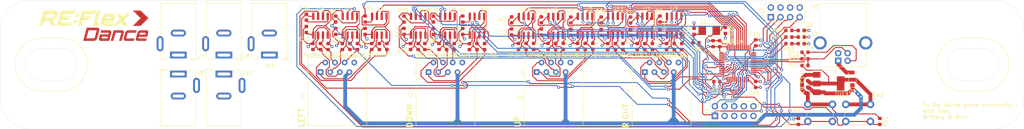
<source format=kicad_pcb>
(kicad_pcb (version 20171130) (host pcbnew "(5.1.4)-1")
  (layers (0 F.Cu signal) (1 In1.Cu signal) (2 In2.Cu signal) (31 B.Cu signal) (35 F.Paste user) (37 F.SilkS user) (38 B.Mask user) (39 F.Mask user) (44 Edge.Cuts user))
  (net 0 "")
  (net 1 GND)
  (net 2 +3V3)
  (net 3 +5V)
  (net 4 "Net-(C15-Pad2)")
  (net 5 "Net-(C16-Pad1)")
  (net 6 NRST)
  (net 7 "Net-(D1-Pad2)")
  (net 8 "Net-(D2-Pad2)")
  (net 9 "Net-(D3-Pad2)")
  (net 10 "Net-(D4-Pad2)")
  (net 11 USART1_TX-)
  (net 12 USART1_CK+)
  (net 13 USART1_CK-)
  (net 14 USART1_TX+)
  (net 15 USART1_RX-)
  (net 16 USART1_RX+)
  (net 17 USART3_RX+)
  (net 18 USART3_RX-)
  (net 19 USART3_TX+)
  (net 20 USART3_CK+)
  (net 21 USART3_CK-)
  (net 22 USART3_TX-)
  (net 23 USART2_TX0-)
  (net 24 USART2_CK0+)
  (net 25 USART2_CK0-)
  (net 26 USART2_TX0+)
  (net 27 USART2_RX0-)
  (net 28 USART2_RX0+)
  (net 29 USART2_RX1+)
  (net 30 USART2_RX1-)
  (net 31 USART2_TX1+)
  (net 32 USART2_CK1-)
  (net 33 USART2_CK1+)
  (net 34 USART2_TX1-)
  (net 35 "Net-(J5-Pad2)")
  (net 36 "Net-(J5-Pad3)")
  (net 37 SWCLK)
  (net 38 "Net-(J6-Pad3)")
  (net 39 SWDIO)
  (net 40 "Net-(J6-Pad9)")
  (net 41 "Net-(J6-Pad10)")
  (net 42 +24V)
  (net 43 "Net-(J12-Pad1)")
  (net 44 "Net-(J12-Pad3)")
  (net 45 "Net-(J12-Pad5)")
  (net 46 "Net-(J12-Pad7)")
  (net 47 USART1_RX)
  (net 48 "Net-(R1-Pad2)")
  (net 49 "Net-(R2-Pad2)")
  (net 50 USART2_RX0)
  (net 51 "Net-(R3-Pad2)")
  (net 52 USART2_RX1)
  (net 53 "Net-(R4-Pad2)")
  (net 54 USART3_RX)
  (net 55 "Net-(R17-Pad2)")
  (net 56 USART1_TX)
  (net 57 "Net-(R18-Pad2)")
  (net 58 USART2_TX0)
  (net 59 "Net-(R19-Pad2)")
  (net 60 USART2_TX1)
  (net 61 "Net-(R20-Pad2)")
  (net 62 USART3_TX)
  (net 63 USB_D+)
  (net 64 USB_D-)
  (net 65 "Net-(R36-Pad2)")
  (net 66 USART1_CK)
  (net 67 "Net-(R37-Pad2)")
  (net 68 USART2_CK0)
  (net 69 "Net-(R38-Pad2)")
  (net 70 USART2_CK1)
  (net 71 USART3_CK)
  (net 72 "Net-(R39-Pad2)")
  (net 73 "Net-(R52-Pad2)")
  (net 74 "Net-(R53-Pad2)")
  (net 75 "Net-(R54-Pad2)")
  (net 76 "Net-(R55-Pad2)")
  (net 77 "Net-(R56-Pad2)")
  (net 78 USART1_RX_DR)
  (net 79 USART2_RX0_DR)
  (net 80 USART2_RX1_DR)
  (net 81 USART3_RX_DR)
  (net 82 USART1_TX_DR)
  (net 83 USART2_TX0_DR)
  (net 84 USART2_TX1_DR)
  (net 85 USART3_TX_DR)
  (net 86 USART1_CK_DR)
  (net 87 USART2_CK0_DR)
  (net 88 USART2_CK1_DR)
  (net 89 USART3_CK_DR)
  (net 90 GNDD)
  (module Connector_RJ:RJ45_Amphenol_54602-x08_Horizontal (layer F.Cu) (at 127.5 125)
    (fp_text reference J2 (at -5 6) (layer F.SilkS))
    (fp_text value RJ45)
    (pad "" np_thru_hole circle (at 10.16 6.35) (size 3.2 3.2) (drill 3.2) (layers *.Cu *.Mask))
    (pad "" np_thru_hole circle (at -1.27 6.35) (size 3.2 3.2) (drill 3.2) (layers *.Cu *.Mask))
    (pad 1 thru_hole rect (at 0 0) (size 1.5 1.5) (drill 0.76) (layers *.Cu *.Mask) (net 17 USART3_RX+))
    (pad 2 thru_hole circle (at 1.27 -2.54) (size 1.5 1.5) (drill 0.76) (layers *.Cu *.Mask) (net 18 USART3_RX-))
    (pad 3 thru_hole circle (at 2.54 0) (size 1.5 1.5) (drill 0.76) (layers *.Cu *.Mask) (net 19 USART3_TX+))
    (pad 4 thru_hole circle (at 3.81 -2.54) (size 1.5 1.5) (drill 0.76) (layers *.Cu *.Mask) (net 21 USART3_CK-))
    (pad 5 thru_hole circle (at 5.08 0) (size 1.5 1.5) (drill 0.76) (layers *.Cu *.Mask) (net 20 USART3_CK+))
    (pad 6 thru_hole circle (at 6.35 -2.54) (size 1.5 1.5) (drill 0.76) (layers *.Cu *.Mask) (net 22 USART3_TX-))
    (pad 7 thru_hole circle (at 7.62 0) (size 1.5 1.5) (drill 0.76) (layers *.Cu *.Mask) (net 3 +5V))
    (pad 8 thru_hole circle (at 8.89 -2.54) (size 1.5 1.5) (drill 0.76) (layers *.Cu *.Mask) (net 1 GND))
  )
  (module Capacitor_SMD:C_0603_1608Metric (layer F.Cu) (at 180.75 114.5 270)
    (fp_text reference C7 (at 2.25 0.5 90) (layer F.SilkS))
    (fp_text value 0.1u)
    (pad 1 smd roundrect (at -0.7875 0 270) (size 0.875 0.95) (layers F.Cu F.Paste F.Mask) (net 2 +3V3))
    (pad 2 smd roundrect (at 0.7875 0 270) (size 0.875 0.95) (layers F.Cu F.Paste F.Mask) (net 1 GND))
  )
  (module Capacitor_SMD:C_0603_1608Metric (layer F.Cu) (at 188.5 114.5 270)
    (fp_text reference C3 (at 2.25 0.75 90) (layer F.SilkS))
    (fp_text value 0.1u)
    (pad 1 smd roundrect (at -0.7875 0 270) (size 0.875 0.95) (layers F.Cu F.Paste F.Mask) (net 2 +3V3))
    (pad 2 smd roundrect (at 0.7875 0 270) (size 0.875 0.95) (layers F.Cu F.Paste F.Mask) (net 1 GND))
  )
  (module Resistor_SMD:R_0603_1608Metric (layer F.Cu) (at 182.5 118.25 270)
    (fp_text reference R30 (at 2.25 0.5 180) (layer F.SilkS))
    (fp_text value 360R)
    (pad 1 smd roundrect (at -0.7875 0 270) (size 0.875 0.95) (layers F.Cu F.Paste F.Mask) (net 2 +3V3))
    (pad 2 smd roundrect (at 0.7875 0 270) (size 0.875 0.95) (layers F.Cu F.Paste F.Mask) (net 31 USART2_TX1+))
  )
  (module Resistor_SMD:R_0603_1608Metric (layer F.Cu) (at 173 111.25 90)
    (fp_text reference R38 (at 2.25 0 180) (layer F.SilkS))
    (fp_text value 0R)
    (pad 2 smd roundrect (at 0.7875 0 90) (size 0.875 0.95) (layers F.Cu F.Paste F.Mask) (net 69 "Net-(R38-Pad2)"))
    (pad 1 smd roundrect (at -0.7875 0 90) (size 0.875 0.95) (layers F.Cu F.Paste F.Mask) (net 70 USART2_CK1))
  )
  (module Resistor_SMD:R_0603_1608Metric (layer F.Cu) (at 174.75 118.25 270)
    (fp_text reference R46 (at 2.25 1 180) (layer F.SilkS))
    (fp_text value 360R)
    (pad 1 smd roundrect (at -0.7875 0 270) (size 0.875 0.95) (layers F.Cu F.Paste F.Mask) (net 2 +3V3))
    (pad 2 smd roundrect (at 0.7875 0 270) (size 0.875 0.95) (layers F.Cu F.Paste F.Mask) (net 33 USART2_CK1+))
  )
  (module Resistor_SMD:R_0603_1608Metric (layer F.Cu) (at 176.75 118.25 90)
    (fp_text reference R47 (at -2.25 -0.25 180) (layer F.SilkS))
    (fp_text value 120R)
    (pad 1 smd roundrect (at -0.7875 0 90) (size 0.875 0.95) (layers F.Cu F.Paste F.Mask) (net 33 USART2_CK1+))
    (pad 2 smd roundrect (at 0.7875 0 90) (size 0.875 0.95) (layers F.Cu F.Paste F.Mask) (net 32 USART2_CK1-))
  )
  (module Resistor_SMD:R_0603_1608Metric (layer F.Cu) (at 184.5 118.25 90)
    (fp_text reference R31 (at -2.25 0.25 180) (layer F.SilkS))
    (fp_text value 120R)
    (pad 1 smd roundrect (at -0.7875 0 90) (size 0.875 0.95) (layers F.Cu F.Paste F.Mask) (net 31 USART2_TX1+))
    (pad 2 smd roundrect (at 0.7875 0 90) (size 0.875 0.95) (layers F.Cu F.Paste F.Mask) (net 34 USART2_TX1-))
  )
  (module Resistor_SMD:R_0603_1608Metric (layer F.Cu) (at 186.5 118.25 90)
    (fp_text reference R32 (at -2.25 1 180) (layer F.SilkS))
    (fp_text value 360R)
    (pad 2 smd roundrect (at 0.7875 0 90) (size 0.875 0.95) (layers F.Cu F.Paste F.Mask) (net 1 GND))
    (pad 1 smd roundrect (at -0.7875 0 90) (size 0.875 0.95) (layers F.Cu F.Paste F.Mask) (net 34 USART2_TX1-))
  )
  (module Capacitor_SMD:C_0603_1608Metric (layer F.Cu) (at 173 114.5 270)
    (fp_text reference C12 (at 2.75 0.75 90) (layer F.SilkS))
    (fp_text value 0.1u)
    (pad 1 smd roundrect (at -0.7875 0 270) (size 0.875 0.95) (layers F.Cu F.Paste F.Mask) (net 2 +3V3))
    (pad 2 smd roundrect (at 0.7875 0 270) (size 0.875 0.95) (layers F.Cu F.Paste F.Mask) (net 1 GND))
  )
  (module Resistor_SMD:R_0603_1608Metric (layer F.Cu) (at 188.5 111 270)
    (fp_text reference R3 (at -2 0.25 180) (layer F.SilkS))
    (fp_text value 0R)
    (pad 2 smd roundrect (at 0.7875 0 270) (size 0.875 0.95) (layers F.Cu F.Paste F.Mask) (net 51 "Net-(R3-Pad2)"))
    (pad 1 smd roundrect (at -0.7875 0 270) (size 0.875 0.95) (layers F.Cu F.Paste F.Mask) (net 52 USART2_RX1))
  )
  (module Resistor_SMD:R_0603_1608Metric (layer F.Cu) (at 190.25 118.25 270)
    (fp_text reference R11 (at 2.25 0 180) (layer F.SilkS))
    (fp_text value 360R)
    (pad 2 smd roundrect (at 0.7875 0 270) (size 0.875 0.95) (layers F.Cu F.Paste F.Mask) (net 29 USART2_RX1+))
    (pad 1 smd roundrect (at -0.7875 0 270) (size 0.875 0.95) (layers F.Cu F.Paste F.Mask) (net 2 +3V3))
  )
  (module Resistor_SMD:R_0603_1608Metric (layer F.Cu) (at 194.25 118.25 90)
    (fp_text reference R13 (at -2.25 1.5 180) (layer F.SilkS))
    (fp_text value 360R)
    (pad 1 smd roundrect (at -0.7875 0 90) (size 0.875 0.95) (layers F.Cu F.Paste F.Mask) (net 30 USART2_RX1-))
    (pad 2 smd roundrect (at 0.7875 0 90) (size 0.875 0.95) (layers F.Cu F.Paste F.Mask) (net 1 GND))
  )
  (module Resistor_SMD:R_0603_1608Metric (layer F.Cu) (at 192.25 118.25 90)
    (fp_text reference R12 (at -2.25 0.75 180) (layer F.SilkS))
    (fp_text value 120R)
    (pad 1 smd roundrect (at -0.7875 0 90) (size 0.875 0.95) (layers F.Cu F.Paste F.Mask) (net 29 USART2_RX1+))
    (pad 2 smd roundrect (at 0.7875 0 90) (size 0.875 0.95) (layers F.Cu F.Paste F.Mask) (net 30 USART2_RX1-))
  )
  (module Resistor_SMD:R_0603_1608Metric (layer F.Cu) (at 180.75 111.25 90)
    (fp_text reference R19 (at 2 0 180) (layer F.SilkS))
    (fp_text value 0R)
    (pad 2 smd roundrect (at 0.7875 0 90) (size 0.875 0.95) (layers F.Cu F.Paste F.Mask) (net 59 "Net-(R19-Pad2)"))
    (pad 1 smd roundrect (at -0.7875 0 90) (size 0.875 0.95) (layers F.Cu F.Paste F.Mask) (net 60 USART2_TX1))
  )
  (module Package_SO:SOIC-8_3.9x4.9mm_P1.27mm (layer F.Cu) (at 176.75 112.75 270)
    (fp_text reference U11 (at -4.25 -0.75 180) (layer F.SilkS))
    (fp_text value SP3485EN)
    (pad 1 smd roundrect (at -2.475 -1.905 270) (size 1.95 0.6) (layers F.Cu F.Paste F.Mask) (net 69 "Net-(R38-Pad2)"))
    (pad 2 smd roundrect (at -2.475 -0.635 270) (size 1.95 0.6) (layers F.Cu F.Paste F.Mask) (net 1 GND))
    (pad 3 smd roundrect (at -2.475 0.635 270) (size 1.95 0.6) (layers F.Cu F.Paste F.Mask) (net 88 USART2_CK1_DR))
    (pad 4 smd roundrect (at -2.475 1.905 270) (size 1.95 0.6) (layers F.Cu F.Paste F.Mask) (net 70 USART2_CK1))
    (pad 5 smd roundrect (at 2.475 1.905 270) (size 1.95 0.6) (layers F.Cu F.Paste F.Mask) (net 1 GND))
    (pad 6 smd roundrect (at 2.475 0.635 270) (size 1.95 0.6) (layers F.Cu F.Paste F.Mask) (net 33 USART2_CK1+))
    (pad 7 smd roundrect (at 2.475 -0.635 270) (size 1.95 0.6) (layers F.Cu F.Paste F.Mask) (net 32 USART2_CK1-))
    (pad 8 smd roundrect (at 2.475 -1.905 270) (size 1.95 0.6) (layers F.Cu F.Paste F.Mask) (net 2 +3V3))
  )
  (module Package_SO:SOIC-8_3.9x4.9mm_P1.27mm (layer F.Cu) (at 192.25 112.75 270)
    (fp_text reference U3 (at -4.5 0 180) (layer F.SilkS))
    (fp_text value SP3485EN)
    (pad 8 smd roundrect (at 2.475 -1.905 270) (size 1.95 0.6) (layers F.Cu F.Paste F.Mask) (net 2 +3V3))
    (pad 7 smd roundrect (at 2.475 -0.635 270) (size 1.95 0.6) (layers F.Cu F.Paste F.Mask) (net 30 USART2_RX1-))
    (pad 6 smd roundrect (at 2.475 0.635 270) (size 1.95 0.6) (layers F.Cu F.Paste F.Mask) (net 29 USART2_RX1+))
    (pad 5 smd roundrect (at 2.475 1.905 270) (size 1.95 0.6) (layers F.Cu F.Paste F.Mask) (net 1 GND))
    (pad 4 smd roundrect (at -2.475 1.905 270) (size 1.95 0.6) (layers F.Cu F.Paste F.Mask) (net 51 "Net-(R3-Pad2)"))
    (pad 3 smd roundrect (at -2.475 0.635 270) (size 1.95 0.6) (layers F.Cu F.Paste F.Mask) (net 80 USART2_RX1_DR))
    (pad 2 smd roundrect (at -2.475 -0.635 270) (size 1.95 0.6) (layers F.Cu F.Paste F.Mask) (net 1 GND))
    (pad 1 smd roundrect (at -2.475 -1.905 270) (size 1.95 0.6) (layers F.Cu F.Paste F.Mask) (net 52 USART2_RX1))
  )
  (module Resistor_SMD:R_0603_1608Metric (layer F.Cu) (at 178.75 118.25 90)
    (fp_text reference R48 (at -2.25 0.5 180) (layer F.SilkS))
    (fp_text value 360R)
    (pad 2 smd roundrect (at 0.7875 0 90) (size 0.875 0.95) (layers F.Cu F.Paste F.Mask) (net 1 GND))
    (pad 1 smd roundrect (at -0.7875 0 90) (size 0.875 0.95) (layers F.Cu F.Paste F.Mask) (net 32 USART2_CK1-))
  )
  (module Package_SO:SOIC-8_3.9x4.9mm_P1.27mm (layer F.Cu) (at 184.5 112.75 270)
    (fp_text reference U7 (at -4.25 -0.5 180) (layer F.SilkS))
    (fp_text value SP3485EN)
    (pad 1 smd roundrect (at -2.475 -1.905 270) (size 1.95 0.6) (layers F.Cu F.Paste F.Mask) (net 59 "Net-(R19-Pad2)"))
    (pad 2 smd roundrect (at -2.475 -0.635 270) (size 1.95 0.6) (layers F.Cu F.Paste F.Mask) (net 1 GND))
    (pad 3 smd roundrect (at -2.475 0.635 270) (size 1.95 0.6) (layers F.Cu F.Paste F.Mask) (net 84 USART2_TX1_DR))
    (pad 4 smd roundrect (at -2.475 1.905 270) (size 1.95 0.6) (layers F.Cu F.Paste F.Mask) (net 60 USART2_TX1))
    (pad 5 smd roundrect (at 2.475 1.905 270) (size 1.95 0.6) (layers F.Cu F.Paste F.Mask) (net 1 GND))
    (pad 6 smd roundrect (at 2.475 0.635 270) (size 1.95 0.6) (layers F.Cu F.Paste F.Mask) (net 31 USART2_TX1+))
    (pad 7 smd roundrect (at 2.475 -0.635 270) (size 1.95 0.6) (layers F.Cu F.Paste F.Mask) (net 34 USART2_TX1-))
    (pad 8 smd roundrect (at 2.475 -1.905 270) (size 1.95 0.6) (layers F.Cu F.Paste F.Mask) (net 2 +3V3))
  )
  (module Connector_RJ:RJ45_Amphenol_54602-x08_Horizontal (layer F.Cu) (at 99 125)
    (fp_text reference J1 (at -4.75 6.25) (layer F.SilkS))
    (fp_text value RJ45)
    (pad 8 thru_hole circle (at 8.89 -2.54) (size 1.5 1.5) (drill 0.76) (layers *.Cu *.Mask) (net 1 GND))
    (pad 7 thru_hole circle (at 7.62 0) (size 1.5 1.5) (drill 0.76) (layers *.Cu *.Mask) (net 3 +5V))
    (pad 6 thru_hole circle (at 6.35 -2.54) (size 1.5 1.5) (drill 0.76) (layers *.Cu *.Mask) (net 11 USART1_TX-))
    (pad 5 thru_hole circle (at 5.08 0) (size 1.5 1.5) (drill 0.76) (layers *.Cu *.Mask) (net 12 USART1_CK+))
    (pad 4 thru_hole circle (at 3.81 -2.54) (size 1.5 1.5) (drill 0.76) (layers *.Cu *.Mask) (net 13 USART1_CK-))
    (pad 3 thru_hole circle (at 2.54 0) (size 1.5 1.5) (drill 0.76) (layers *.Cu *.Mask) (net 14 USART1_TX+))
    (pad 2 thru_hole circle (at 1.27 -2.54) (size 1.5 1.5) (drill 0.76) (layers *.Cu *.Mask) (net 15 USART1_RX-))
    (pad 1 thru_hole rect (at 0 0) (size 1.5 1.5) (drill 0.76) (layers *.Cu *.Mask) (net 16 USART1_RX+))
    (pad "" np_thru_hole circle (at -1.27 6.35) (size 3.2 3.2) (drill 3.2) (layers *.Cu *.Mask))
    (pad "" np_thru_hole circle (at 10.16 6.35) (size 3.2 3.2) (drill 3.2) (layers *.Cu *.Mask))
  )
  (module local:reflex-dance-logo-28 (layer F.Cu) (at 39.25 112.75)
    (fp_text reference G*** hide)
    (fp_text value LOGO hide)
    (fp_poly (pts (xy -0.171624 0.529205) (xy 0.082548 0.529462) (xy 0.300647 0.530146) (xy 0.485801 0.531467) (xy 0.641142 0.533635) (xy 0.769798 0.53686) (xy 0.874901 0.541351) (xy 0.959578 0.547318) (xy 1.026961 0.554971) (xy 1.08018 0.564519) (xy 1.122363 0.576172) (xy 1.156641 0.59014) (xy 1.186144 0.606633) (xy 1.214001 0.62586) (xy 1.237016 0.643207) (xy 1.311751 0.722231) (xy 1.371592 0.827281) (xy 1.409121 0.942714) (xy 1.418167 1.025225) (xy 1.412586 1.068494) (xy 1.396673 1.147799) (xy 1.371676 1.258459) (xy 1.338842 1.395791) (xy 1.299417 1.555112) (xy 1.254649 1.731742) (xy 1.205785 1.920997) (xy 1.15407 2.118194) (xy 1.100753 2.318653) (xy 1.047081 2.517689) (xy 0.9943 2.710621) (xy 0.943657 2.892767) (xy 0.896399 3.059444) (xy 0.853773 3.20597) (xy 0.817027 3.327663) (xy 0.787406 3.41984) (xy 0.766159 3.477819) (xy 0.763278 3.484351) (xy 0.681311 3.618843) (xy 0.566925 3.745765) (xy 0.42998 3.855391) (xy 0.324039 3.917605) (xy 0.179917 3.989916) (xy -1.320198 3.995758) (xy -2.820312 4.0016) (xy -2.810992 3.953425) (xy -2.804181 3.92595) (xy -2.787226 3.860718) (xy -2.760958 3.760855) (xy -2.726209 3.629489) (xy -2.683811 3.469748) (xy -2.643406 3.317875) (xy -1.989559 3.317875) (xy -1.981255 3.324035) (xy -1.954395 3.329226) (xy -1.906137 3.333519) (xy -1.833641 3.336983) (xy -1.734065 3.339688) (xy -1.60457 3.341703) (xy -1.442313 3.343098) (xy -1.244454 3.343942) (xy -1.008152 3.344306) (xy -0.910758 3.344333) (xy 0.168151 3.344333) (xy 0.200186 3.233208) (xy 0.222656 3.153599) (xy 0.252545 3.045195) (xy 0.288552 2.912911) (xy 0.329377 2.761666) (xy 0.373719 2.596374) (xy 0.420277 2.421953) (xy 0.467751 2.24332) (xy 0.514839 2.06539) (xy 0.560242 1.893079) (xy 0.602659 1.731306) (xy 0.640788 1.584986) (xy 0.67333 1.459035) (xy 0.698984 1.35837) (xy 0.716448 1.287908) (xy 0.724423 1.252565) (xy 0.724742 1.250395) (xy 0.73025 1.195916) (xy -0.330622 1.19043) (xy -0.576071 1.189329) (xy -0.782438 1.188822) (xy -0.95297 1.188982) (xy -1.090916 1.189879) (xy -1.199522 1.191584) (xy -1.282037 1.194166) (xy -1.341708 1.197697) (xy -1.381783 1.202248) (xy -1.40551 1.207888) (xy -1.415634 1.214031) (xy -1.424831 1.238505) (xy -1.443581 1.299145) (xy -1.470587 1.391198) (xy -1.504553 1.509913) (xy -1.544183 1.650535) (xy -1.588178 1.808313) (xy -1.635244 1.978493) (xy -1.684084 2.156322) (xy -1.7334 2.337048) (xy -1.781896 2.515918) (xy -1.828276 2.688178) (xy -1.871244 2.849077) (xy -1.909502 2.993861) (xy -1.941754 3.117776) (xy -1.966703 3.216072) (xy -1.983053 3.283994) (xy -1.989508 3.316789) (xy -1.989559 3.317875) (xy -2.643406 3.317875) (xy -2.634595 3.284759) (xy -2.579392 3.077649) (xy -2.519036 2.851547) (xy -2.454356 2.609579) (xy -2.386185 2.354873) (xy -2.349305 2.217208) (xy -1.896938 0.529166) (xy -0.465 0.529166) (xy -0.171624 0.529205)) (layer F.Cu) (width 0.01))
    (fp_poly (pts (xy 3.076158 1.21111) (xy 3.327986 1.212427) (xy 3.541021 1.21369) (xy 3.718801 1.215048) (xy 3.864867 1.216649) (xy 3.982759 1.218642) (xy 4.076014 1.221176) (xy 4.148174 1.224398) (xy 4.202778 1.228458) (xy 4.243364 1.233504) (xy 4.273473 1.239684) (xy 4.296644 1.247148) (xy 4.316416 1.256043) (xy 4.331213 1.26378) (xy 4.445576 1.347582) (xy 4.528695 1.457033) (xy 4.577415 1.58611) (xy 4.588582 1.728791) (xy 4.586755 1.751677) (xy 4.579759 1.788198) (xy 4.563021 1.860764) (xy 4.537802 1.964542) (xy 4.505363 2.094701) (xy 4.466966 2.246407) (xy 4.423871 2.414828) (xy 4.377339 2.59513) (xy 4.328633 2.782481) (xy 4.279013 2.972048) (xy 4.229741 3.158999) (xy 4.182077 3.3385) (xy 4.137284 3.505719) (xy 4.096621 3.655823) (xy 4.061351 3.783979) (xy 4.032735 3.885355) (xy 4.012033 3.955118) (xy 4.010133 3.961161) (xy 4.005926 3.969675) (xy 3.996934 3.976865) (xy 3.979827 3.982843) (xy 3.951277 3.987719) (xy 3.907955 3.991606) (xy 3.846531 3.994616) (xy 3.763676 3.996859) (xy 3.656061 3.998448) (xy 3.520357 3.999495) (xy 3.353235 4.000111) (xy 3.151366 4.000408) (xy 2.91142 4.000497) (xy 2.837324 4.0005) (xy 1.677001 4.0005) (xy 1.563786 3.941355) (xy 1.450414 3.860109) (xy 1.370356 3.753269) (xy 1.325134 3.623199) (xy 1.316577 3.558011) (xy 1.315514 3.514242) (xy 1.319153 3.463432) (xy 1.328611 3.40017) (xy 1.342512 3.331384) (xy 1.989667 3.331384) (xy 1.992929 3.340334) (xy 2.00536 3.347583) (xy 2.030929 3.353307) (xy 2.073604 3.357683) (xy 2.137352 3.360885) (xy 2.226143 3.363091) (xy 2.343944 3.364475) (xy 2.494724 3.365214) (xy 2.68245 3.365483) (xy 2.759236 3.3655) (xy 3.528804 3.3655) (xy 3.586061 3.148541) (xy 3.61086 3.05489) (xy 3.632464 2.973874) (xy 3.648081 2.915939) (xy 3.654002 2.894541) (xy 3.654654 2.884931) (xy 3.647879 2.877138) (xy 3.629741 2.870974) (xy 3.596302 2.866248) (xy 3.543626 2.862772) (xy 3.467774 2.860356) (xy 3.36481 2.85881) (xy 3.230797 2.857945) (xy 3.061797 2.857572) (xy 2.884161 2.8575) (xy 2.103636 2.8575) (xy 2.046651 3.077384) (xy 2.023139 3.171166) (xy 2.004346 3.251948) (xy 1.99255 3.309567) (xy 1.989667 3.331384) (xy 1.342512 3.331384) (xy 1.345005 3.319048) (xy 1.369453 3.214655) (xy 1.403072 3.081583) (xy 1.446979 2.914423) (xy 1.45822 2.872196) (xy 1.497533 2.724406) (xy 1.533013 2.590286) (xy 1.563261 2.475185) (xy 1.586878 2.384451) (xy 1.602465 2.323433) (xy 1.608623 2.297478) (xy 1.608667 2.297046) (xy 1.62918 2.29493) (xy 1.688109 2.292948) (xy 1.781534 2.291137) (xy 1.905537 2.289538) (xy 2.056199 2.288188) (xy 2.229604 2.287129) (xy 2.421831 2.286397) (xy 2.628963 2.286033) (xy 2.715751 2.286) (xy 3.822834 2.286) (xy 3.871612 2.083667) (xy 3.890959 1.996229) (xy 3.903561 1.924616) (xy 3.907908 1.878411) (xy 3.905778 1.866708) (xy 3.882374 1.863756) (xy 3.820678 1.860777) (xy 3.724731 1.857847) (xy 3.598573 1.855042) (xy 3.446247 1.852437) (xy 3.271792 1.850107) (xy 3.07925 1.84813) (xy 2.872662 1.846579) (xy 2.812168 1.846228) (xy 2.570492 1.844845) (xy 2.367788 1.843452) (xy 2.200697 1.841917) (xy 2.065859 1.840107) (xy 1.959913 1.837888) (xy 1.879499 1.835128) (xy 1.821257 1.831693) (xy 1.781827 1.82745) (xy 1.757849 1.822266) (xy 1.745962 1.816008) (xy 1.742806 1.808542) (xy 1.743569 1.803895) (xy 1.753744 1.767077) (xy 1.771502 1.701812) (xy 1.793459 1.620543) (xy 1.799504 1.598083) (xy 1.825969 1.50045) (xy 1.853032 1.401863) (xy 1.875187 1.322368) (xy 1.876721 1.316943) (xy 1.9084 1.205137) (xy 3.076158 1.21111)) (layer F.Cu) (width 0.01))
    (fp_poly (pts (xy 7.642652 1.273953) (xy 7.746101 1.356901) (xy 7.825179 1.465001) (xy 7.8749 1.588148) (xy 7.890277 1.716237) (xy 7.885705 1.766527) (xy 7.878349 1.799603) (xy 7.861511 1.86771) (xy 7.836404 1.966277) (xy 7.804242 2.090738) (xy 7.76624 2.236522) (xy 7.723613 2.399063) (xy 7.677573 2.573791) (xy 7.629336 2.756139) (xy 7.580115 2.941537) (xy 7.531125 3.125417) (xy 7.48358 3.30321) (xy 7.438695 3.470349) (xy 7.397682 3.622265) (xy 7.361758 3.754389) (xy 7.332135 3.862153) (xy 7.310028 3.940989) (xy 7.296652 3.986327) (xy 7.293248 3.99564) (xy 7.271132 3.997364) (xy 7.214218 3.998117) (xy 7.13003 3.997894) (xy 7.026091 3.996693) (xy 6.971752 3.995775) (xy 6.65625 3.989916) (xy 6.93899 2.935295) (xy 6.993292 2.731478) (xy 7.043626 2.540085) (xy 7.089018 2.364991) (xy 7.128495 2.21007) (xy 7.161084 2.079198) (xy 7.185812 1.976249) (xy 7.201706 1.905097) (xy 7.207793 1.869617) (xy 7.207465 1.866378) (xy 7.183186 1.862354) (xy 7.122596 1.85857) (xy 7.031717 1.855087) (xy 6.916571 1.851966) (xy 6.783181 1.849266) (xy 6.637567 1.847048) (xy 6.485752 1.845372) (xy 6.333759 1.844299) (xy 6.187608 1.843887) (xy 6.053323 1.844199) (xy 5.936924 1.845293) (xy 5.844435 1.84723) (xy 5.781877 1.85007) (xy 5.763097 1.851936) (xy 5.742453 1.853993) (xy 5.724952 1.855571) (xy 5.709525 1.859754) (xy 5.695106 1.869628) (xy 5.680629 1.888277) (xy 5.665026 1.918785) (xy 5.647229 1.964239) (xy 5.626173 2.027722) (xy 5.60079 2.112319) (xy 5.570012 2.221116) (xy 5.532774 2.357196) (xy 5.488008 2.523645) (xy 5.434647 2.723548) (xy 5.371624 2.959989) (xy 5.343901 3.063875) (xy 5.093805 4.0005) (xy 4.450004 4.0005) (xy 4.511069 3.772958) (xy 4.528093 3.709503) (xy 4.554837 3.609794) (xy 4.590058 3.478466) (xy 4.632514 3.320153) (xy 4.680961 3.13949) (xy 4.734156 2.941113) (xy 4.790856 2.729656) (xy 4.84982 2.509753) (xy 4.884275 2.38125) (xy 5.196417 1.217083) (xy 7.545917 1.217083) (xy 7.642652 1.273953)) (layer F.Cu) (width 0.01))
    (fp_poly (pts (xy 10.874581 1.208782) (xy 10.991136 1.209569) (xy 11.081484 1.211078) (xy 11.14885 1.213398) (xy 11.196458 1.216614) (xy 11.227535 1.220815) (xy 11.245304 1.226089) (xy 11.252992 1.232521) (xy 11.253823 1.240201) (xy 11.253189 1.24286) (xy 11.24346 1.278563) (xy 11.225867 1.344548) (xy 11.203247 1.43014) (xy 11.186926 1.49225) (xy 11.161102 1.589406) (xy 11.136847 1.678336) (xy 11.117629 1.74643) (xy 11.109978 1.771979) (xy 11.088531 1.840043) (xy 10.001597 1.846063) (xy 9.790981 1.847504) (xy 9.593256 1.849387) (xy 9.412448 1.851637) (xy 9.252583 1.854179) (xy 9.117687 1.856937) (xy 9.011784 1.859836) (xy 8.938901 1.862801) (xy 8.903062 1.865756) (xy 8.900092 1.86667) (xy 8.890697 1.890576) (xy 8.87227 1.949727) (xy 8.846359 2.038376) (xy 8.814509 2.150776) (xy 8.778267 2.281182) (xy 8.739179 2.423847) (xy 8.698792 2.573024) (xy 8.658652 2.722968) (xy 8.620305 2.867932) (xy 8.585298 3.002171) (xy 8.555177 3.119936) (xy 8.531489 3.215483) (xy 8.51578 3.283065) (xy 8.509596 3.316935) (xy 8.50956 3.317875) (xy 8.509 3.3655) (xy 9.60051 3.3655) (xy 9.843559 3.365564) (xy 10.047621 3.365836) (xy 10.216041 3.366428) (xy 10.352164 3.367457) (xy 10.459336 3.369036) (xy 10.540902 3.37128) (xy 10.600209 3.374304) (xy 10.6406 3.378223) (xy 10.665423 3.383151) (xy 10.678022 3.389203) (xy 10.681744 3.396494) (xy 10.680815 3.402541) (xy 10.671113 3.436903) (xy 10.653139 3.502543) (xy 10.629515 3.58983) (xy 10.6045 3.683) (xy 10.577953 3.781853) (xy 10.554594 3.868111) (xy 10.537044 3.932142) (xy 10.528186 3.963458) (xy 10.523676 3.971495) (xy 10.5132 3.978277) (xy 10.49344 3.983906) (xy 10.461083 3.988486) (xy 10.412811 3.992119) (xy 10.34531 3.994908) (xy 10.255264 3.996955) (xy 10.139356 3.998363) (xy 9.994272 3.999236) (xy 9.816696 3.999675) (xy 9.603312 3.999784) (xy 9.359532 3.999671) (xy 9.100915 3.999326) (xy 8.881354 3.998634) (xy 8.69757 3.997512) (xy 8.546288 3.995876) (xy 8.424229 3.993642) (xy 8.328116 3.990728) (xy 8.254673 3.987048) (xy 8.200622 3.98252) (xy 8.162685 3.97706) (xy 8.137586 3.970585) (xy 8.131853 3.968338) (xy 8.018567 3.905988) (xy 7.936754 3.8275) (xy 7.879198 3.730099) (xy 7.84919 3.656112) (xy 7.835515 3.59187) (xy 7.834756 3.516334) (xy 7.837627 3.474183) (xy 7.846968 3.41067) (xy 7.866719 3.313545) (xy 7.895271 3.188719) (xy 7.931015 3.042101) (xy 7.97234 2.879603) (xy 8.017639 2.707134) (xy 8.0653 2.530605) (xy 8.113716 2.355927) (xy 8.161276 2.189009) (xy 8.20637 2.035763) (xy 8.247391 1.902098) (xy 8.282727 1.793925) (xy 8.31077 1.717154) (xy 8.324306 1.686927) (xy 8.413262 1.556501) (xy 8.534645 1.434636) (xy 8.678554 1.330468) (xy 8.75778 1.286929) (xy 8.899623 1.217083) (xy 10.081788 1.21111) (xy 10.335422 1.209881) (xy 10.549949 1.209025) (xy 10.728593 1.20863) (xy 10.874581 1.208782)) (layer F.Cu) (width 0.01))
    (fp_poly (pts (xy 13.315859 1.207066) (xy 13.525765 1.208786) (xy 13.69588 1.211694) (xy 13.827469 1.215823) (xy 13.921796 1.221207) (xy 13.980125 1.227879) (xy 13.994163 1.231065) (xy 14.110339 1.286854) (xy 14.207889 1.374577) (xy 14.28061 1.485696) (xy 14.322295 1.611672) (xy 14.329834 1.692906) (xy 14.324441 1.740551) (xy 14.309304 1.822528) (xy 14.285987 1.932376) (xy 14.256054 2.063633) (xy 14.221067 2.209837) (xy 14.182591 2.364525) (xy 14.142188 2.521234) (xy 14.101421 2.673503) (xy 14.061855 2.81487) (xy 14.041727 2.88377) (xy 14.037049 2.891961) (xy 14.026028 2.898882) (xy 14.005273 2.904663) (xy 13.971391 2.909432) (xy 13.920992 2.913318) (xy 13.850681 2.916451) (xy 13.757069 2.918958) (xy 13.636762 2.920968) (xy 13.486369 2.922612) (xy 13.302498 2.924016) (xy 13.081757 2.925311) (xy 12.927386 2.926103) (xy 11.824005 2.931583) (xy 11.776559 3.1115) (xy 11.754862 3.197262) (xy 11.738022 3.270418) (xy 11.728719 3.319061) (xy 11.727723 3.328458) (xy 11.729422 3.336716) (xy 11.737444 3.343651) (xy 11.755167 3.349377) (xy 11.785968 3.354009) (xy 11.833227 3.357663) (xy 11.900321 3.360454) (xy 11.990628 3.362495) (xy 12.107528 3.363903) (xy 12.254398 3.364792) (xy 12.434615 3.365277) (xy 12.65156 3.365473) (xy 12.816417 3.3655) (xy 13.026749 3.365798) (xy 13.223712 3.366656) (xy 13.403358 3.368015) (xy 13.561741 3.369818) (xy 13.694914 3.372007) (xy 13.798931 3.374526) (xy 13.869844 3.377315) (xy 13.903707 3.380319) (xy 13.906079 3.381375) (xy 13.900656 3.406458) (xy 13.886028 3.464673) (xy 13.864189 3.548327) (xy 13.837129 3.649724) (xy 13.825274 3.693583) (xy 13.74489 3.989916) (xy 12.582154 3.994839) (xy 12.3296 3.995837) (xy 12.115841 3.996452) (xy 11.937338 3.99659) (xy 11.790552 3.996154) (xy 11.671947 3.99505) (xy 11.577983 3.99318) (xy 11.505122 3.990451) (xy 11.449827 3.986765) (xy 11.408558 3.982028) (xy 11.377779 3.976143) (xy 11.35395 3.969015) (xy 11.33475 3.961106) (xy 11.242711 3.901999) (xy 11.158739 3.817926) (xy 11.09492 3.722678) (xy 11.068975 3.657741) (xy 11.056218 3.578471) (xy 11.053807 3.489193) (xy 11.055868 3.46075) (xy 11.063848 3.417315) (xy 11.081474 3.339645) (xy 11.107275 3.233264) (xy 11.139779 3.103695) (xy 11.177516 2.956461) (xy 11.219014 2.797085) (xy 11.262802 2.631092) (xy 11.307408 2.464004) (xy 11.345413 2.323355) (xy 11.988435 2.323355) (xy 11.996019 2.330785) (xy 12.015995 2.336667) (xy 12.052255 2.34118) (xy 12.108692 2.344502) (xy 12.189198 2.346811) (xy 12.297665 2.348286) (xy 12.437986 2.349105) (xy 12.614054 2.349448) (xy 12.758917 2.3495) (xy 13.542029 2.3495) (xy 13.588452 2.177453) (xy 13.611771 2.087696) (xy 13.631724 2.004906) (xy 13.644676 1.944306) (xy 13.646225 1.935471) (xy 13.650333 1.887556) (xy 13.634167 1.864872) (xy 13.586895 1.852396) (xy 13.586245 1.852275) (xy 13.548007 1.849233) (xy 13.47314 1.846842) (xy 13.367341 1.845152) (xy 13.236312 1.844216) (xy 13.08575 1.844082) (xy 12.921355 1.844803) (xy 12.830563 1.845548) (xy 12.64127 1.847509) (xy 12.489873 1.849572) (xy 12.371935 1.852012) (xy 12.283018 1.855106) (xy 12.218687 1.85913) (xy 12.174503 1.86436) (xy 12.14603 1.871073) (xy 12.128831 1.879545) (xy 12.118599 1.889872) (xy 12.100837 1.927305) (xy 12.077876 1.993631) (xy 12.053876 2.076458) (xy 12.046944 2.103278) (xy 12.025138 2.188108) (xy 12.005718 2.259911) (xy 11.991993 2.306572) (xy 11.989351 2.314197) (xy 11.988435 2.323355) (xy 11.345413 2.323355) (xy 11.351361 2.301346) (xy 11.39319 2.148639) (xy 11.431423 2.011409) (xy 11.46459 1.895177) (xy 11.491219 1.805469) (xy 11.509838 1.747806) (xy 11.516774 1.730458) (xy 11.613047 1.583861) (xy 11.73794 1.451801) (xy 11.881643 1.342668) (xy 12.034346 1.264854) (xy 12.079453 1.249177) (xy 12.11657 1.238434) (xy 12.154603 1.229654) (xy 12.198092 1.222641) (xy 12.251578 1.217198) (xy 12.3196 1.213129) (xy 12.406701 1.210236) (xy 12.517419 1.208323) (xy 12.656296 1.207195) (xy 12.827871 1.206653) (xy 13.036686 1.206501) (xy 13.064899 1.2065) (xy 13.315859 1.207066)) (layer F.Cu) (width 0.01))
    (fp_poly (pts (xy 11.292445 -3.999883) (xy 12.308417 -3.999265) (xy 14.340417 -1.992817) (xy 13.3245 -0.975242) (xy 12.308582 0.042333) (xy 10.276582 0.042333) (xy 11.287181 -0.96843) (xy 12.297779 -1.979193) (xy 11.287126 -2.989847) (xy 10.276472 -4.0005) (xy 11.292445 -3.999883)) (layer F.Cu) (width 0.01))
  )
  (module Connector_RJ:RJ45_Amphenol_54602-x08_Horizontal (layer F.Cu) (at 184.5 125)
    (fp_text reference J4 (at -4.75 4.75) (layer F.SilkS))
    (fp_text value RJ45)
    (pad "" np_thru_hole circle (at 10.16 6.35) (size 3.2 3.2) (drill 3.2) (layers *.Cu *.Mask))
    (pad "" np_thru_hole circle (at -1.27 6.35) (size 3.2 3.2) (drill 3.2) (layers *.Cu *.Mask))
    (pad 1 thru_hole rect (at 0 0) (size 1.5 1.5) (drill 0.76) (layers *.Cu *.Mask) (net 29 USART2_RX1+))
    (pad 2 thru_hole circle (at 1.27 -2.54) (size 1.5 1.5) (drill 0.76) (layers *.Cu *.Mask) (net 30 USART2_RX1-))
    (pad 3 thru_hole circle (at 2.54 0) (size 1.5 1.5) (drill 0.76) (layers *.Cu *.Mask) (net 31 USART2_TX1+))
    (pad 4 thru_hole circle (at 3.81 -2.54) (size 1.5 1.5) (drill 0.76) (layers *.Cu *.Mask) (net 32 USART2_CK1-))
    (pad 5 thru_hole circle (at 5.08 0) (size 1.5 1.5) (drill 0.76) (layers *.Cu *.Mask) (net 33 USART2_CK1+))
    (pad 6 thru_hole circle (at 6.35 -2.54) (size 1.5 1.5) (drill 0.76) (layers *.Cu *.Mask) (net 34 USART2_TX1-))
    (pad 7 thru_hole circle (at 7.62 0) (size 1.5 1.5) (drill 0.76) (layers *.Cu *.Mask) (net 3 +5V))
    (pad 8 thru_hole circle (at 8.89 -2.54) (size 1.5 1.5) (drill 0.76) (layers *.Cu *.Mask) (net 1 GND))
  )
  (module Connector_USB:USB_B_OST_USB-B1HSxx_Horizontal (layer F.Cu) (at 235.5 122 90)
    (fp_text reference J5 (at 14.25 -6 180) (layer F.SilkS))
    (fp_text value USB_B)
    (pad 1 thru_hole rect (at 0 0 90) (size 1.7 1.7) (drill 0.92) (layers *.Cu *.Mask) (net 7 "Net-(D1-Pad2)"))
    (pad 2 thru_hole circle (at 0 2.5 90) (size 1.7 1.7) (drill 0.92) (layers *.Cu *.Mask) (net 35 "Net-(J5-Pad2)"))
    (pad 3 thru_hole circle (at 2 2.5 90) (size 1.7 1.7) (drill 0.92) (layers *.Cu *.Mask) (net 36 "Net-(J5-Pad3)"))
    (pad 4 thru_hole circle (at 2 0 90) (size 1.7 1.7) (drill 0.92) (layers *.Cu *.Mask) (net 1 GND))
    (pad 5 thru_hole circle (at 4.71 -4.77 90) (size 3.5 3.5) (drill 2.33) (layers *.Cu *.Mask) (net 1 GND))
    (pad 5 thru_hole circle (at 4.71 7.27 90) (size 3.5 3.5) (drill 2.33) (layers *.Cu *.Mask) (net 1 GND))
  )
  (module Capacitor_SMD:C_0603_1608Metric (layer F.Cu) (at 110.75 114.25 270)
    (fp_text reference C1 (at 3 0 180) (layer F.SilkS))
    (fp_text value 0.1u)
    (pad 1 smd roundrect (at -0.7875 0 270) (size 0.875 0.95) (layers F.Cu F.Paste F.Mask) (net 2 +3V3))
    (pad 2 smd roundrect (at 0.7875 0 270) (size 0.875 0.95) (layers F.Cu F.Paste F.Mask) (net 1 GND))
  )
  (module Capacitor_SMD:C_0603_1608Metric (layer F.Cu) (at 165 114.4625 270)
    (fp_text reference C2 (at 2.2875 0.75 90) (layer F.SilkS))
    (fp_text value 0.1u)
    (pad 1 smd roundrect (at -0.7875 0 270) (size 0.875 0.95) (layers F.Cu F.Paste F.Mask) (net 2 +3V3))
    (pad 2 smd roundrect (at 0.7875 0 270) (size 0.875 0.95) (layers F.Cu F.Paste F.Mask) (net 1 GND))
  )
  (module Capacitor_SMD:C_0603_1608Metric (layer F.Cu) (at 136.5 114.25 270)
    (fp_text reference C4 (at 2.5 0.75 270) (layer F.SilkS))
    (fp_text value 0.1u)
    (pad 1 smd roundrect (at -0.7875 0 270) (size 0.875 0.95) (layers F.Cu F.Paste F.Mask) (net 2 +3V3))
    (pad 2 smd roundrect (at 0.7875 0 270) (size 0.875 0.95) (layers F.Cu F.Paste F.Mask) (net 1 GND))
  )
  (module Capacitor_SMD:C_0603_1608Metric (layer F.Cu) (at 103 114.25 270)
    (fp_text reference C5 (at 2.25 0 180) (layer F.SilkS))
    (fp_text value 0.1u)
    (pad 2 smd roundrect (at 0.7875 0 270) (size 0.875 0.95) (layers F.Cu F.Paste F.Mask) (net 1 GND))
    (pad 1 smd roundrect (at -0.7875 0 270) (size 0.875 0.95) (layers F.Cu F.Paste F.Mask) (net 2 +3V3))
  )
  (module Capacitor_SMD:C_0603_1608Metric (layer F.Cu) (at 157.2 114.4 270)
    (fp_text reference C6 (at 2.35 0.45 90) (layer F.SilkS))
    (fp_text value 0.1u)
    (pad 1 smd roundrect (at -0.7875 0 270) (size 0.875 0.95) (layers F.Cu F.Paste F.Mask) (net 2 +3V3))
    (pad 2 smd roundrect (at 0.7875 0 270) (size 0.875 0.95) (layers F.Cu F.Paste F.Mask) (net 1 GND))
  )
  (module Capacitor_SMD:C_0603_1608Metric (layer F.Cu) (at 128.75 114.25 270)
    (fp_text reference C8 (at 2.5 0.5 180) (layer F.SilkS))
    (fp_text value 0.1u)
    (pad 1 smd roundrect (at -0.7875 0 270) (size 0.875 0.95) (layers F.Cu F.Paste F.Mask) (net 2 +3V3))
    (pad 2 smd roundrect (at 0.7875 0 270) (size 0.875 0.95) (layers F.Cu F.Paste F.Mask) (net 1 GND))
  )
  (module Capacitor_SMD:C_0603_1608Metric (layer F.Cu) (at 227.5 129.75 270)
    (fp_text reference C9 (at 0 1.5 90) (layer F.SilkS))
    (fp_text value 22u)
    (pad 1 smd roundrect (at -0.7875 0 270) (size 0.875 0.95) (layers F.Cu F.Paste F.Mask) (net 3 +5V))
    (pad 2 smd roundrect (at 0.7875 0 270) (size 0.875 0.95) (layers F.Cu F.Paste F.Mask) (net 1 GND))
  )
  (module Capacitor_SMD:C_0603_1608Metric (layer F.Cu) (at 95.25 113.75 270)
    (fp_text reference C10 (at 2.5 0.5 180) (layer F.SilkS))
    (fp_text value 0.1u)
    (pad 1 smd roundrect (at -0.7875 0 270) (size 0.875 0.95) (layers F.Cu F.Paste F.Mask) (net 2 +3V3))
    (pad 2 smd roundrect (at 0.7875 0 270) (size 0.875 0.95) (layers F.Cu F.Paste F.Mask) (net 1 GND))
  )
  (module Capacitor_SMD:C_0603_1608Metric (layer F.Cu) (at 149.4 114.4 270)
    (fp_text reference C11 (at 0.1 2.4 180) (layer F.SilkS))
    (fp_text value 0.1u)
    (pad 1 smd roundrect (at -0.7875 0 270) (size 0.875 0.95) (layers F.Cu F.Paste F.Mask) (net 2 +3V3))
    (pad 2 smd roundrect (at 0.7875 0 270) (size 0.875 0.95) (layers F.Cu F.Paste F.Mask) (net 1 GND))
  )
  (module Capacitor_SMD:C_0603_1608Metric (layer F.Cu) (at 121 114.25 270)
    (fp_text reference C13 (at 0.25 1.5 90) (layer F.SilkS))
    (fp_text value 0.1u)
    (pad 2 smd roundrect (at 0.7875 0 270) (size 0.875 0.95) (layers F.Cu F.Paste F.Mask) (net 1 GND))
    (pad 1 smd roundrect (at -0.7875 0 270) (size 0.875 0.95) (layers F.Cu F.Paste F.Mask) (net 2 +3V3))
  )
  (module Capacitor_SMD:C_0603_1608Metric (layer F.Cu) (at 227.5 126.5 90)
    (fp_text reference C14 (at 0 -1.43 90) (layer F.SilkS))
    (fp_text value 10u)
    (pad 2 smd roundrect (at 0.7875 0 90) (size 0.875 0.95) (layers F.Cu F.Paste F.Mask) (net 1 GND))
    (pad 1 smd roundrect (at -0.7875 0 90) (size 0.875 0.95) (layers F.Cu F.Paste F.Mask) (net 2 +3V3))
  )
  (module Capacitor_SMD:C_0603_1608Metric (layer F.Cu) (at 205.75 114 90)
    (fp_text reference C15 (at 0 1.5 90) (layer F.SilkS))
    (fp_text value 22p)
    (pad 1 smd roundrect (at -0.7875 0 90) (size 0.875 0.95) (layers F.Cu F.Paste F.Mask) (net 1 GND))
    (pad 2 smd roundrect (at 0.7875 0 90) (size 0.875 0.95) (layers F.Cu F.Paste F.Mask) (net 4 "Net-(C15-Pad2)"))
  )
  (module Capacitor_SMD:C_0603_1608Metric (layer F.Cu) (at 197.5 114.25 90)
    (fp_text reference C16 (at 0 -1.5 90) (layer F.SilkS))
    (fp_text value 22p)
    (pad 2 smd roundrect (at 0.7875 0 90) (size 0.875 0.95) (layers F.Cu F.Paste F.Mask) (net 1 GND))
    (pad 1 smd roundrect (at -0.7875 0 90) (size 0.875 0.95) (layers F.Cu F.Paste F.Mask) (net 5 "Net-(C16-Pad1)"))
  )
  (module Capacitor_SMD:C_0603_1608Metric (layer F.Cu) (at 225 138 90)
    (fp_text reference C17 (at -0.75 -2.25 180) (layer F.SilkS))
    (fp_text value 0.1u)
    (pad 2 smd roundrect (at 0.7875 0 90) (size 0.875 0.95) (layers F.Cu F.Paste F.Mask) (net 1 GND))
    (pad 1 smd roundrect (at -0.7875 0 90) (size 0.875 0.95) (layers F.Cu F.Paste F.Mask) (net 6 NRST))
  )
  (module Capacitor_SMD:C_0603_1608Metric (layer F.Cu) (at 204.25 117.5 90)
    (fp_text reference C18 (at 0.5 2 180) (layer F.SilkS))
    (fp_text value 0.1u)
    (pad 1 smd roundrect (at -0.7875 0 90) (size 0.875 0.95) (layers F.Cu F.Paste F.Mask) (net 2 +3V3))
    (pad 2 smd roundrect (at 0.7875 0 90) (size 0.875 0.95) (layers F.Cu F.Paste F.Mask) (net 1 GND))
  )
  (module Capacitor_SMD:C_0603_1608Metric (layer F.Cu) (at 213.75 117.25 90)
    (fp_text reference C19 (at 2.25 -0.25 180) (layer F.SilkS))
    (fp_text value 0.1u)
    (pad 2 smd roundrect (at 0.7875 0 90) (size 0.875 0.95) (layers F.Cu F.Paste F.Mask) (net 1 GND))
    (pad 1 smd roundrect (at -0.7875 0 90) (size 0.875 0.95) (layers F.Cu F.Paste F.Mask) (net 2 +3V3))
  )
  (module Capacitor_SMD:C_0603_1608Metric (layer F.Cu) (at 213.75 128.25 90)
    (fp_text reference C20 (at -2.25 -0.5 180) (layer F.SilkS))
    (fp_text value 0.1u)
    (pad 2 smd roundrect (at 0.7875 0 90) (size 0.875 0.95) (layers F.Cu F.Paste F.Mask) (net 1 GND))
    (pad 1 smd roundrect (at -0.7875 0 90) (size 0.875 0.95) (layers F.Cu F.Paste F.Mask) (net 2 +3V3))
  )
  (module Capacitor_SMD:C_0603_1608Metric (layer F.Cu) (at 203.5 127.5)
    (fp_text reference C21 (at 0 2.5) (layer F.SilkS))
    (fp_text value 0.1u)
    (pad 1 smd roundrect (at -0.7875 0) (size 0.875 0.95) (layers F.Cu F.Paste F.Mask) (net 2 +3V3))
    (pad 2 smd roundrect (at 0.7875 0) (size 0.875 0.95) (layers F.Cu F.Paste F.Mask) (net 1 GND))
  )
  (module Capacitor_SMD:C_0603_1608Metric (layer F.Cu) (at 202.5 117.5 90)
    (fp_text reference C22 (at -2.25 -1 180) (layer F.SilkS))
    (fp_text value 1u)
    (pad 2 smd roundrect (at 0.7875 0 90) (size 0.875 0.95) (layers F.Cu F.Paste F.Mask) (net 1 GND))
    (pad 1 smd roundrect (at -0.7875 0 90) (size 0.875 0.95) (layers F.Cu F.Paste F.Mask) (net 2 +3V3))
  )
  (module Diode_SMD:D_SOD-123 (layer F.Cu) (at 239.25 126.75 90)
    (fp_text reference D1 (at -3.25 0 180) (layer F.SilkS))
    (fp_text value D_Schottky)
    (pad 1 smd rect (at -1.65 0 90) (size 0.9 1.2) (layers F.Cu F.Paste F.Mask) (net 3 +5V))
    (pad 2 smd rect (at 1.65 0 90) (size 0.9 1.2) (layers F.Cu F.Paste F.Mask) (net 7 "Net-(D1-Pad2)"))
  )
  (module LED_SMD:LED_0603_1608Metric (layer F.Cu) (at 225.75 114 180)
    (fp_text reference D2 (at -2.25 1.5) (layer F.SilkS))
    (fp_text value LED)
    (pad 1 smd roundrect (at -0.7875 0 180) (size 0.875 0.95) (layers F.Cu F.Paste F.Mask) (net 1 GND))
    (pad 2 smd roundrect (at 0.7875 0 180) (size 0.875 0.95) (layers F.Cu F.Paste F.Mask) (net 8 "Net-(D2-Pad2)"))
  )
  (module LED_SMD:LED_0603_1608Metric (layer F.Cu) (at 225.75 115.75 180)
    (fp_text reference D3 (at -3.5 0.75) (layer F.SilkS))
    (fp_text value LED)
    (pad 1 smd roundrect (at -0.7875 0 180) (size 0.875 0.95) (layers F.Cu F.Paste F.Mask) (net 1 GND))
    (pad 2 smd roundrect (at 0.7875 0 180) (size 0.875 0.95) (layers F.Cu F.Paste F.Mask) (net 9 "Net-(D3-Pad2)"))
  )
  (module LED_SMD:LED_0603_1608Metric (layer F.Cu) (at 225.75 117.5 180)
    (fp_text reference D4 (at -2.5 -1) (layer F.SilkS))
    (fp_text value LED)
    (pad 2 smd roundrect (at 0.7875 0 180) (size 0.875 0.95) (layers F.Cu F.Paste F.Mask) (net 10 "Net-(D4-Pad2)"))
    (pad 1 smd roundrect (at -0.7875 0 180) (size 0.875 0.95) (layers F.Cu F.Paste F.Mask) (net 1 GND))
  )
  (module Connector_RJ:RJ45_Amphenol_54602-x08_Horizontal (layer F.Cu) (at 156 125)
    (fp_text reference J3 (at -4.5 6.75) (layer F.SilkS))
    (fp_text value RJ45)
    (pad 8 thru_hole circle (at 8.89 -2.54) (size 1.5 1.5) (drill 0.76) (layers *.Cu *.Mask) (net 1 GND))
    (pad 7 thru_hole circle (at 7.62 0) (size 1.5 1.5) (drill 0.76) (layers *.Cu *.Mask) (net 3 +5V))
    (pad 6 thru_hole circle (at 6.35 -2.54) (size 1.5 1.5) (drill 0.76) (layers *.Cu *.Mask) (net 23 USART2_TX0-))
    (pad 5 thru_hole circle (at 5.08 0) (size 1.5 1.5) (drill 0.76) (layers *.Cu *.Mask) (net 24 USART2_CK0+))
    (pad 4 thru_hole circle (at 3.81 -2.54) (size 1.5 1.5) (drill 0.76) (layers *.Cu *.Mask) (net 25 USART2_CK0-))
    (pad 3 thru_hole circle (at 2.54 0) (size 1.5 1.5) (drill 0.76) (layers *.Cu *.Mask) (net 26 USART2_TX0+))
    (pad 2 thru_hole circle (at 1.27 -2.54) (size 1.5 1.5) (drill 0.76) (layers *.Cu *.Mask) (net 27 USART2_RX0-))
    (pad 1 thru_hole rect (at 0 0) (size 1.5 1.5) (drill 0.76) (layers *.Cu *.Mask) (net 28 USART2_RX0+))
    (pad "" np_thru_hole circle (at -1.27 6.35) (size 3.2 3.2) (drill 3.2) (layers *.Cu *.Mask))
    (pad "" np_thru_hole circle (at 10.16 6.35) (size 3.2 3.2) (drill 3.2) (layers *.Cu *.Mask))
  )
  (module Connector_PinHeader_2.54mm:PinHeader_2x05_P2.54mm_Vertical (layer F.Cu) (at 203 136.54 90)
    (fp_text reference J6 (at 1.27 -2.33 90) (layer F.SilkS))
    (fp_text value Conn_02x05_Odd_Even)
    (pad 1 thru_hole rect (at 0 0 90) (size 1.7 1.7) (drill 1) (layers *.Cu *.Mask) (net 6 NRST))
    (pad 2 thru_hole oval (at 2.54 0 90) (size 1.7 1.7) (drill 1) (layers *.Cu *.Mask) (net 37 SWCLK))
    (pad 3 thru_hole oval (at 0 2.54 90) (size 1.7 1.7) (drill 1) (layers *.Cu *.Mask) (net 38 "Net-(J6-Pad3)"))
    (pad 4 thru_hole oval (at 2.54 2.54 90) (size 1.7 1.7) (drill 1) (layers *.Cu *.Mask) (net 39 SWDIO))
    (pad 5 thru_hole oval (at 0 5.08 90) (size 1.7 1.7) (drill 1) (layers *.Cu *.Mask) (net 1 GND))
    (pad 6 thru_hole oval (at 2.54 5.08 90) (size 1.7 1.7) (drill 1) (layers *.Cu *.Mask) (net 1 GND))
    (pad 7 thru_hole oval (at 0 7.62 90) (size 1.7 1.7) (drill 1) (layers *.Cu *.Mask) (net 2 +3V3))
    (pad 8 thru_hole oval (at 2.54 7.62 90) (size 1.7 1.7) (drill 1) (layers *.Cu *.Mask) (net 2 +3V3))
    (pad 9 thru_hole oval (at 0 10.16 90) (size 1.7 1.7) (drill 1) (layers *.Cu *.Mask) (net 40 "Net-(J6-Pad9)"))
    (pad 10 thru_hole oval (at 2.54 10.16 90) (size 1.7 1.7) (drill 1) (layers *.Cu *.Mask) (net 41 "Net-(J6-Pad10)"))
  )
  (module Connector_BarrelJack:BarrelJack_Wuerth_6941xx301002 (layer F.Cu) (at 61.5 120.5 180)
    (fp_text reference J7 (at -6 -0.5) (layer F.SilkS))
    (fp_text value Barrel_Jack_MountingPin)
    (pad 3 thru_hole oval (at 4.8 3 270) (size 4 1.8) (drill oval 3 0.8) (layers *.Cu *.Mask))
    (pad 2 thru_hole oval (at 0 5.8 180) (size 4 1.8) (drill oval 3 0.8) (layers *.Cu *.Mask) (net 90 GNDD))
    (pad 1 thru_hole rect (at 0 0 180) (size 4.4 1.8) (drill oval 3.4 0.8) (layers *.Cu *.Mask) (net 42 +24V))
  )
  (module Connector_BarrelJack:BarrelJack_Wuerth_6941xx301002 (layer F.Cu) (at 73.5 120.5 180)
    (fp_text reference J8 (at -6 -0.25) (layer F.SilkS))
    (fp_text value Barrel_Jack_MountingPin)
    (pad 1 thru_hole rect (at 0 0 180) (size 4.4 1.8) (drill oval 3.4 0.8) (layers *.Cu *.Mask) (net 42 +24V))
    (pad 2 thru_hole oval (at 0 5.8 180) (size 4 1.8) (drill oval 3 0.8) (layers *.Cu *.Mask) (net 90 GNDD))
    (pad 3 thru_hole oval (at 4.8 3 270) (size 4 1.8) (drill oval 3 0.8) (layers *.Cu *.Mask))
  )
  (module Connector_BarrelJack:BarrelJack_Wuerth_6941xx301002 (layer F.Cu) (at 61.5 125.5)
    (fp_text reference J9 (at 5.75 -0.25) (layer F.SilkS))
    (fp_text value Barrel_Jack_MountingPin)
    (pad 3 thru_hole oval (at 4.8 3 90) (size 4 1.8) (drill oval 3 0.8) (layers *.Cu *.Mask))
    (pad 2 thru_hole oval (at 0 5.8) (size 4 1.8) (drill oval 3 0.8) (layers *.Cu *.Mask) (net 90 GNDD))
    (pad 1 thru_hole rect (at 0 0) (size 4.4 1.8) (drill oval 3.4 0.8) (layers *.Cu *.Mask) (net 42 +24V))
  )
  (module Connector_BarrelJack:BarrelJack_Wuerth_6941xx301002 (layer F.Cu) (at 73.5 125.5)
    (fp_text reference J10 (at 6.25 -0.25) (layer F.SilkS))
    (fp_text value Barrel_Jack_MountingPin)
    (pad 3 thru_hole oval (at 4.8 3 90) (size 4 1.8) (drill oval 3 0.8) (layers *.Cu *.Mask))
    (pad 2 thru_hole oval (at 0 5.8) (size 4 1.8) (drill oval 3 0.8) (layers *.Cu *.Mask) (net 90 GNDD))
    (pad 1 thru_hole rect (at 0 0) (size 4.4 1.8) (drill oval 3.4 0.8) (layers *.Cu *.Mask) (net 42 +24V))
  )
  (module Connector_BarrelJack:BarrelJack_Wuerth_6941xx301002 (layer F.Cu) (at 85.5 120.5 180)
    (fp_text reference J11 (at 0 -2.75) (layer F.SilkS))
    (fp_text value Barrel_Jack_MountingPin)
    (pad 1 thru_hole rect (at 0 0 180) (size 4.4 1.8) (drill oval 3.4 0.8) (layers *.Cu *.Mask) (net 42 +24V))
    (pad 2 thru_hole oval (at 0 5.8 180) (size 4 1.8) (drill oval 3 0.8) (layers *.Cu *.Mask) (net 90 GNDD))
    (pad 3 thru_hole oval (at 4.8 3 270) (size 4 1.8) (drill oval 3 0.8) (layers *.Cu *.Mask))
  )
  (module Connector_PinHeader_2.54mm:PinHeader_2x04_P2.54mm_Vertical (layer F.Cu) (at 217.75 110.5 90)
    (fp_text reference J12 (at 1.27 -2.33 90) (layer F.SilkS))
    (fp_text value Conn_02x04_Odd_Even)
    (pad 1 thru_hole rect (at 0 0 90) (size 1.7 1.7) (drill 1) (layers *.Cu *.Mask) (net 43 "Net-(J12-Pad1)"))
    (pad 2 thru_hole oval (at 2.54 0 90) (size 1.7 1.7) (drill 1) (layers *.Cu *.Mask) (net 1 GND))
    (pad 3 thru_hole oval (at 0 2.54 90) (size 1.7 1.7) (drill 1) (layers *.Cu *.Mask) (net 44 "Net-(J12-Pad3)"))
    (pad 4 thru_hole oval (at 2.54 2.54 90) (size 1.7 1.7) (drill 1) (layers *.Cu *.Mask) (net 1 GND))
    (pad 5 thru_hole oval (at 0 5.08 90) (size 1.7 1.7) (drill 1) (layers *.Cu *.Mask) (net 45 "Net-(J12-Pad5)"))
    (pad 6 thru_hole oval (at 2.54 5.08 90) (size 1.7 1.7) (drill 1) (layers *.Cu *.Mask) (net 1 GND))
    (pad 7 thru_hole oval (at 0 7.62 90) (size 1.7 1.7) (drill 1) (layers *.Cu *.Mask) (net 46 "Net-(J12-Pad7)"))
    (pad 8 thru_hole oval (at 2.54 7.62 90) (size 1.7 1.7) (drill 1) (layers *.Cu *.Mask) (net 1 GND))
  )
  (module Resistor_SMD:R_0603_1608Metric (layer F.Cu) (at 110.75 111 270)
    (fp_text reference R1 (at -2.75 -1.25 180) (layer F.SilkS))
    (fp_text value 0R)
    (pad 2 smd roundrect (at 0.7875 0 270) (size 0.875 0.95) (layers F.Cu F.Paste F.Mask) (net 48 "Net-(R1-Pad2)"))
    (pad 1 smd roundrect (at -0.7875 0 270) (size 0.875 0.95) (layers F.Cu F.Paste F.Mask) (net 47 USART1_RX))
  )
  (module Resistor_SMD:R_0603_1608Metric (layer F.Cu) (at 165 111.25 270)
    (fp_text reference R2 (at -2.25 0.25 180) (layer F.SilkS))
    (fp_text value 0R)
    (pad 2 smd roundrect (at 0.7875 0 270) (size 0.875 0.95) (layers F.Cu F.Paste F.Mask) (net 49 "Net-(R2-Pad2)"))
    (pad 1 smd roundrect (at -0.7875 0 270) (size 0.875 0.95) (layers F.Cu F.Paste F.Mask) (net 50 USART2_RX0))
  )
  (module Resistor_SMD:R_0603_1608Metric (layer F.Cu) (at 136.5 111 270)
    (fp_text reference R4 (at -2.25 0 180) (layer F.SilkS))
    (fp_text value 0R)
    (pad 2 smd roundrect (at 0.7875 0 270) (size 0.875 0.95) (layers F.Cu F.Paste F.Mask) (net 53 "Net-(R4-Pad2)"))
    (pad 1 smd roundrect (at -0.7875 0 270) (size 0.875 0.95) (layers F.Cu F.Paste F.Mask) (net 54 USART3_RX))
  )
  (module Resistor_SMD:R_0603_1608Metric (layer F.Cu) (at 112.5 118.25 270)
    (fp_text reference R5 (at 2.25 0.25 180) (layer F.SilkS))
    (fp_text value 360R)
    (pad 1 smd roundrect (at -0.7875 0 270) (size 0.875 0.95) (layers F.Cu F.Paste F.Mask) (net 2 +3V3))
    (pad 2 smd roundrect (at 0.7875 0 270) (size 0.875 0.95) (layers F.Cu F.Paste F.Mask) (net 16 USART1_RX+))
  )
  (module Resistor_SMD:R_0603_1608Metric (layer F.Cu) (at 114.5 118.25 90)
    (fp_text reference R6 (at -2.25 0 180) (layer F.SilkS))
    (fp_text value 120R)
    (pad 1 smd roundrect (at -0.7875 0 90) (size 0.875 0.95) (layers F.Cu F.Paste F.Mask) (net 16 USART1_RX+))
    (pad 2 smd roundrect (at 0.7875 0 90) (size 0.875 0.95) (layers F.Cu F.Paste F.Mask) (net 15 USART1_RX-))
  )
  (module Resistor_SMD:R_0603_1608Metric (layer F.Cu) (at 116.5 118.25 90)
    (fp_text reference R7 (at -2.25 0.25 180) (layer F.SilkS))
    (fp_text value 360R)
    (pad 2 smd roundrect (at 0.7875 0 90) (size 0.875 0.95) (layers F.Cu F.Paste F.Mask) (net 1 GND))
    (pad 1 smd roundrect (at -0.7875 0 90) (size 0.875 0.95) (layers F.Cu F.Paste F.Mask) (net 15 USART1_RX-))
  )
  (module Resistor_SMD:R_0603_1608Metric (layer F.Cu) (at 166.8 118.2 270)
    (fp_text reference R8 (at 2.3 0.55 180) (layer F.SilkS))
    (fp_text value 360R)
    (pad 2 smd roundrect (at 0.7875 0 270) (size 0.875 0.95) (layers F.Cu F.Paste F.Mask) (net 28 USART2_RX0+))
    (pad 1 smd roundrect (at -0.7875 0 270) (size 0.875 0.95) (layers F.Cu F.Paste F.Mask) (net 2 +3V3))
  )
  (module Resistor_SMD:R_0603_1608Metric (layer F.Cu) (at 168.8 118.2 90)
    (fp_text reference R9 (at -2.3 -0.55 180) (layer F.SilkS))
    (fp_text value 120R)
    (pad 1 smd roundrect (at -0.7875 0 90) (size 0.875 0.95) (layers F.Cu F.Paste F.Mask) (net 28 USART2_RX0+))
    (pad 2 smd roundrect (at 0.7875 0 90) (size 0.875 0.95) (layers F.Cu F.Paste F.Mask) (net 27 USART2_RX0-))
  )
  (module Resistor_SMD:R_0603_1608Metric (layer F.Cu) (at 170.8 118.2 90)
    (fp_text reference R10 (at -2.3 -0.3 180) (layer F.SilkS))
    (fp_text value 360R)
    (pad 2 smd roundrect (at 0.7875 0 90) (size 0.875 0.95) (layers F.Cu F.Paste F.Mask) (net 1 GND))
    (pad 1 smd roundrect (at -0.7875 0 90) (size 0.875 0.95) (layers F.Cu F.Paste F.Mask) (net 27 USART2_RX0-))
  )
  (module Resistor_SMD:R_0603_1608Metric (layer F.Cu) (at 138.25 118.2875 270)
    (fp_text reference R14 (at 2.2125 0 180) (layer F.SilkS))
    (fp_text value 360R)
    (pad 1 smd roundrect (at -0.7875 0 270) (size 0.875 0.95) (layers F.Cu F.Paste F.Mask) (net 2 +3V3))
    (pad 2 smd roundrect (at 0.7875 0 270) (size 0.875 0.95) (layers F.Cu F.Paste F.Mask) (net 17 USART3_RX+))
  )
  (module Resistor_SMD:R_0603_1608Metric (layer F.Cu) (at 140.25 118.25 90)
    (fp_text reference R15 (at -2.25 1 180) (layer F.SilkS))
    (fp_text value 120R)
    (pad 1 smd roundrect (at -0.7875 0 90) (size 0.875 0.95) (layers F.Cu F.Paste F.Mask) (net 17 USART3_RX+))
    (pad 2 smd roundrect (at 0.7875 0 90) (size 0.875 0.95) (layers F.Cu F.Paste F.Mask) (net 18 USART3_RX-))
  )
  (module Resistor_SMD:R_0603_1608Metric (layer F.Cu) (at 142.25 118.25 90)
    (fp_text reference R16 (at -2.25 2 180) (layer F.SilkS))
    (fp_text value 360R)
    (pad 2 smd roundrect (at 0.7875 0 90) (size 0.875 0.95) (layers F.Cu F.Paste F.Mask) (net 1 GND))
    (pad 1 smd roundrect (at -0.7875 0 90) (size 0.875 0.95) (layers F.Cu F.Paste F.Mask) (net 18 USART3_RX-))
  )
  (module Resistor_SMD:R_0603_1608Metric (layer F.Cu) (at 103 111 90)
    (fp_text reference R17 (at 2.1 -0.1 180) (layer F.SilkS))
    (fp_text value 0R)
    (pad 1 smd roundrect (at -0.7875 0 90) (size 0.875 0.95) (layers F.Cu F.Paste F.Mask) (net 56 USART1_TX))
    (pad 2 smd roundrect (at 0.7875 0 90) (size 0.875 0.95) (layers F.Cu F.Paste F.Mask) (net 55 "Net-(R17-Pad2)"))
  )
  (module Resistor_SMD:R_0603_1608Metric (layer F.Cu) (at 157.2 111.2 90)
    (fp_text reference R18 (at 2.2 0.05 180) (layer F.SilkS))
    (fp_text value 0R)
    (pad 1 smd roundrect (at -0.7875 0 90) (size 0.875 0.95) (layers F.Cu F.Paste F.Mask) (net 58 USART2_TX0))
    (pad 2 smd roundrect (at 0.7875 0 90) (size 0.875 0.95) (layers F.Cu F.Paste F.Mask) (net 57 "Net-(R18-Pad2)"))
  )
  (module Resistor_SMD:R_0603_1608Metric (layer F.Cu) (at 128.75 111 90)
    (fp_text reference R20 (at 2.5 0 180) (layer F.SilkS))
    (fp_text value 0R)
    (pad 2 smd roundrect (at 0.7875 0 90) (size 0.875 0.95) (layers F.Cu F.Paste F.Mask) (net 61 "Net-(R20-Pad2)"))
    (pad 1 smd roundrect (at -0.7875 0 90) (size 0.875 0.95) (layers F.Cu F.Paste F.Mask) (net 62 USART3_TX))
  )
  (module Resistor_SMD:R_0603_1608Metric (layer F.Cu) (at 226.75 123.25 180)
    (fp_text reference R21 (at 3 0.25) (layer F.SilkS))
    (fp_text value 1.5k)
    (pad 2 smd roundrect (at 0.7875 0 180) (size 0.875 0.95) (layers F.Cu F.Paste F.Mask) (net 2 +3V3))
    (pad 1 smd roundrect (at -0.7875 0 180) (size 0.875 0.95) (layers F.Cu F.Paste F.Mask) (net 36 "Net-(J5-Pad3)"))
  )
  (module Resistor_SMD:R_0603_1608Metric (layer F.Cu) (at 226.75 121.5 180)
    (fp_text reference R22 (at 3 0) (layer F.SilkS))
    (fp_text value 22R)
    (pad 1 smd roundrect (at -0.7875 0 180) (size 0.875 0.95) (layers F.Cu F.Paste F.Mask) (net 36 "Net-(J5-Pad3)"))
    (pad 2 smd roundrect (at 0.7875 0 180) (size 0.875 0.95) (layers F.Cu F.Paste F.Mask) (net 63 USB_D+))
  )
  (module Resistor_SMD:R_0603_1608Metric (layer F.Cu) (at 226.75 119.75 180)
    (fp_text reference R23 (at 3 -0.5) (layer F.SilkS))
    (fp_text value 22R)
    (pad 2 smd roundrect (at 0.7875 0 180) (size 0.875 0.95) (layers F.Cu F.Paste F.Mask) (net 64 USB_D-))
    (pad 1 smd roundrect (at -0.7875 0 180) (size 0.875 0.95) (layers F.Cu F.Paste F.Mask) (net 35 "Net-(J5-Pad2)"))
  )
  (module Resistor_SMD:R_0603_1608Metric (layer F.Cu) (at 104.75 118.25 270)
    (fp_text reference R24 (at 2.25 0.75 180) (layer F.SilkS))
    (fp_text value 360R)
    (pad 2 smd roundrect (at 0.7875 0 270) (size 0.875 0.95) (layers F.Cu F.Paste F.Mask) (net 14 USART1_TX+))
    (pad 1 smd roundrect (at -0.7875 0 270) (size 0.875 0.95) (layers F.Cu F.Paste F.Mask) (net 2 +3V3))
  )
  (module Resistor_SMD:R_0603_1608Metric (layer F.Cu) (at 106.75 118.25 90)
    (fp_text reference R25 (at -2.25 0 180) (layer F.SilkS))
    (fp_text value 120R)
    (pad 1 smd roundrect (at -0.7875 0 90) (size 0.875 0.95) (layers F.Cu F.Paste F.Mask) (net 14 USART1_TX+))
    (pad 2 smd roundrect (at 0.7875 0 90) (size 0.875 0.95) (layers F.Cu F.Paste F.Mask) (net 11 USART1_TX-))
  )
  (module Resistor_SMD:R_0603_1608Metric (layer F.Cu) (at 108.75 118.25 90)
    (fp_text reference R26 (at -2.25 0.75 180) (layer F.SilkS))
    (fp_text value 360R)
    (pad 2 smd roundrect (at 0.7875 0 90) (size 0.875 0.95) (layers F.Cu F.Paste F.Mask) (net 1 GND))
    (pad 1 smd roundrect (at -0.7875 0 90) (size 0.875 0.95) (layers F.Cu F.Paste F.Mask) (net 11 USART1_TX-))
  )
  (module Resistor_SMD:R_0603_1608Metric (layer F.Cu) (at 159 118.2 270)
    (fp_text reference R27 (at 2.3 0.75 180) (layer F.SilkS))
    (fp_text value 360R)
    (pad 1 smd roundrect (at -0.7875 0 270) (size 0.875 0.95) (layers F.Cu F.Paste F.Mask) (net 2 +3V3))
    (pad 2 smd roundrect (at 0.7875 0 270) (size 0.875 0.95) (layers F.Cu F.Paste F.Mask) (net 26 USART2_TX0+))
  )
  (module Resistor_SMD:R_0603_1608Metric (layer F.Cu) (at 161 118.2 90)
    (fp_text reference R28 (at -2.3 0 180) (layer F.SilkS))
    (fp_text value 120R)
    (pad 2 smd roundrect (at 0.7875 0 90) (size 0.875 0.95) (layers F.Cu F.Paste F.Mask) (net 23 USART2_TX0-))
    (pad 1 smd roundrect (at -0.7875 0 90) (size 0.875 0.95) (layers F.Cu F.Paste F.Mask) (net 26 USART2_TX0+))
  )
  (module Resistor_SMD:R_0603_1608Metric (layer F.Cu) (at 163 118.2 90)
    (fp_text reference R29 (at -2.3 0.75 180) (layer F.SilkS))
    (fp_text value 360R)
    (pad 2 smd roundrect (at 0.7875 0 90) (size 0.875 0.95) (layers F.Cu F.Paste F.Mask) (net 1 GND))
    (pad 1 smd roundrect (at -0.7875 0 90) (size 0.875 0.95) (layers F.Cu F.Paste F.Mask) (net 23 USART2_TX0-))
  )
  (module Resistor_SMD:R_0603_1608Metric (layer F.Cu) (at 130.25 118.25 270)
    (fp_text reference R33 (at 2.25 -2.25 180) (layer F.SilkS))
    (fp_text value 360R)
    (pad 1 smd roundrect (at -0.7875 0 270) (size 0.875 0.95) (layers F.Cu F.Paste F.Mask) (net 2 +3V3))
    (pad 2 smd roundrect (at 0.7875 0 270) (size 0.875 0.95) (layers F.Cu F.Paste F.Mask) (net 19 USART3_TX+))
  )
  (module Resistor_SMD:R_0603_1608Metric (layer F.Cu) (at 132.25 118.25 90)
    (fp_text reference R34 (at -2.25 -2.5 180) (layer F.SilkS))
    (fp_text value 120R)
    (pad 1 smd roundrect (at -0.7875 0 90) (size 0.875 0.95) (layers F.Cu F.Paste F.Mask) (net 19 USART3_TX+))
    (pad 2 smd roundrect (at 0.7875 0 90) (size 0.875 0.95) (layers F.Cu F.Paste F.Mask) (net 22 USART3_TX-))
  )
  (module Resistor_SMD:R_0603_1608Metric (layer F.Cu) (at 134.25 118.25 90)
    (fp_text reference R35 (at -2.25 1.25 180) (layer F.SilkS))
    (fp_text value 360R)
    (pad 1 smd roundrect (at -0.7875 0 90) (size 0.875 0.95) (layers F.Cu F.Paste F.Mask) (net 22 USART3_TX-))
    (pad 2 smd roundrect (at 0.7875 0 90) (size 0.875 0.95) (layers F.Cu F.Paste F.Mask) (net 1 GND))
  )
  (module Resistor_SMD:R_0603_1608Metric (layer F.Cu) (at 95.25 110.5 270)
    (fp_text reference R36 (at -2.25 0.5 180) (layer F.SilkS))
    (fp_text value 0R)
    (pad 1 smd roundrect (at -0.7875 0 270) (size 0.875 0.95) (layers F.Cu F.Paste F.Mask) (net 66 USART1_CK))
    (pad 2 smd roundrect (at 0.7875 0 270) (size 0.875 0.95) (layers F.Cu F.Paste F.Mask) (net 65 "Net-(R36-Pad2)"))
  )
  (module Resistor_SMD:R_0603_1608Metric (layer F.Cu) (at 149.4 111.2 90)
    (fp_text reference R37 (at -0.05 -2.15 180) (layer F.SilkS))
    (fp_text value 0R)
    (pad 1 smd roundrect (at -0.7875 0 90) (size 0.875 0.95) (layers F.Cu F.Paste F.Mask) (net 68 USART2_CK0))
    (pad 2 smd roundrect (at 0.7875 0 90) (size 0.875 0.95) (layers F.Cu F.Paste F.Mask) (net 67 "Net-(R37-Pad2)"))
  )
  (module Resistor_SMD:R_0603_1608Metric (layer F.Cu) (at 121 111 90)
    (fp_text reference R39 (at 2.25 -0.25 180) (layer F.SilkS))
    (fp_text value 0R)
    (pad 1 smd roundrect (at -0.7875 0 90) (size 0.875 0.95) (layers F.Cu F.Paste F.Mask) (net 71 USART3_CK))
    (pad 2 smd roundrect (at 0.7875 0 90) (size 0.875 0.95) (layers F.Cu F.Paste F.Mask) (net 72 "Net-(R39-Pad2)"))
  )
  (module Resistor_SMD:R_0603_1608Metric (layer F.Cu) (at 97 118.25 270)
    (fp_text reference R40 (at 2.25 1.25 180) (layer F.SilkS))
    (fp_text value 360R)
    (pad 2 smd roundrect (at 0.7875 0 270) (size 0.875 0.95) (layers F.Cu F.Paste F.Mask) (net 12 USART1_CK+))
    (pad 1 smd roundrect (at -0.7875 0 270) (size 0.875 0.95) (layers F.Cu F.Paste F.Mask) (net 2 +3V3))
  )
  (module Resistor_SMD:R_0603_1608Metric (layer F.Cu) (at 99 118.25 90)
    (fp_text reference R41 (at -2.25 -0.5 180) (layer F.SilkS))
    (fp_text value 120R)
    (pad 2 smd roundrect (at 0.7875 0 90) (size 0.875 0.95) (layers F.Cu F.Paste F.Mask) (net 13 USART1_CK-))
    (pad 1 smd roundrect (at -0.7875 0 90) (size 0.875 0.95) (layers F.Cu F.Paste F.Mask) (net 12 USART1_CK+))
  )
  (module Resistor_SMD:R_0603_1608Metric (layer F.Cu) (at 101 118.25 90)
    (fp_text reference R42 (at -2.25 0.25 180) (layer F.SilkS))
    (fp_text value 360R)
    (pad 1 smd roundrect (at -0.7875 0 90) (size 0.875 0.95) (layers F.Cu F.Paste F.Mask) (net 13 USART1_CK-))
    (pad 2 smd roundrect (at 0.7875 0 90) (size 0.875 0.95) (layers F.Cu F.Paste F.Mask) (net 1 GND))
  )
  (module Resistor_SMD:R_0603_1608Metric (layer F.Cu) (at 151.2 118.2 270)
    (fp_text reference R43 (at 2.3 1.45 180) (layer F.SilkS))
    (fp_text value 360R)
    (pad 1 smd roundrect (at -0.7875 0 270) (size 0.875 0.95) (layers F.Cu F.Paste F.Mask) (net 2 +3V3))
    (pad 2 smd roundrect (at 0.7875 0 270) (size 0.875 0.95) (layers F.Cu F.Paste F.Mask) (net 24 USART2_CK0+))
  )
  (module Resistor_SMD:R_0603_1608Metric (layer F.Cu) (at 153.2 118.2 90)
    (fp_text reference R44 (at -2.3 -0.45 180) (layer F.SilkS))
    (fp_text value 120R)
    (pad 2 smd roundrect (at 0.7875 0 90) (size 0.875 0.95) (layers F.Cu F.Paste F.Mask) (net 25 USART2_CK0-))
    (pad 1 smd roundrect (at -0.7875 0 90) (size 0.875 0.95) (layers F.Cu F.Paste F.Mask) (net 24 USART2_CK0+))
  )
  (module Resistor_SMD:R_0603_1608Metric (layer F.Cu) (at 155.2 118.2 90)
    (fp_text reference R45 (at -2.3 0.3 180) (layer F.SilkS))
    (fp_text value 360R)
    (pad 1 smd roundrect (at -0.7875 0 90) (size 0.875 0.95) (layers F.Cu F.Paste F.Mask) (net 25 USART2_CK0-))
    (pad 2 smd roundrect (at 0.7875 0 90) (size 0.875 0.95) (layers F.Cu F.Paste F.Mask) (net 1 GND))
  )
  (module Resistor_SMD:R_0603_1608Metric (layer F.Cu) (at 122.75 118.25 270)
    (fp_text reference R49 (at 1.25 2.25) (layer F.SilkS))
    (fp_text value 360R)
    (pad 1 smd roundrect (at -0.7875 0 270) (size 0.875 0.95) (layers F.Cu F.Paste F.Mask) (net 2 +3V3))
    (pad 2 smd roundrect (at 0.7875 0 270) (size 0.875 0.95) (layers F.Cu F.Paste F.Mask) (net 20 USART3_CK+))
  )
  (module Resistor_SMD:R_0603_1608Metric (layer F.Cu) (at 124.75 118.25 90)
    (fp_text reference R50 (at -2.25 0.75 180) (layer F.SilkS))
    (fp_text value 120R)
    (pad 1 smd roundrect (at -0.7875 0 90) (size 0.875 0.95) (layers F.Cu F.Paste F.Mask) (net 20 USART3_CK+))
    (pad 2 smd roundrect (at 0.7875 0 90) (size 0.875 0.95) (layers F.Cu F.Paste F.Mask) (net 21 USART3_CK-))
  )
  (module Resistor_SMD:R_0603_1608Metric (layer F.Cu) (at 126.5 118.25 90)
    (fp_text reference R51 (at -1.25 1.25 90) (layer F.SilkS))
    (fp_text value 360R)
    (pad 2 smd roundrect (at 0.7875 0 90) (size 0.875 0.95) (layers F.Cu F.Paste F.Mask) (net 1 GND))
    (pad 1 smd roundrect (at -0.7875 0 90) (size 0.875 0.95) (layers F.Cu F.Paste F.Mask) (net 21 USART3_CK-))
  )
  (module Resistor_SMD:R_0603_1608Metric (layer F.Cu) (at 246.5 138 270)
    (fp_text reference R52 (at 0 -1.43 90) (layer F.SilkS))
    (fp_text value 10k)
    (pad 1 smd roundrect (at -0.7875 0 270) (size 0.875 0.95) (layers F.Cu F.Paste F.Mask) (net 1 GND))
    (pad 2 smd roundrect (at 0.7875 0 270) (size 0.875 0.95) (layers F.Cu F.Paste F.Mask) (net 73 "Net-(R52-Pad2)"))
  )
  (module Resistor_SMD:R_0603_1608Metric (layer F.Cu) (at 222.5 114 180)
    (fp_text reference R53 (at 3 0) (layer F.SilkS))
    (fp_text value 270R)
    (pad 1 smd roundrect (at -0.7875 0 180) (size 0.875 0.95) (layers F.Cu F.Paste F.Mask) (net 8 "Net-(D2-Pad2)"))
    (pad 2 smd roundrect (at 0.7875 0 180) (size 0.875 0.95) (layers F.Cu F.Paste F.Mask) (net 74 "Net-(R53-Pad2)"))
  )
  (module Resistor_SMD:R_0603_1608Metric (layer F.Cu) (at 222.5 115.75 180)
    (fp_text reference R54 (at 2.75 0) (layer F.SilkS))
    (fp_text value 270R)
    (pad 1 smd roundrect (at -0.7875 0 180) (size 0.875 0.95) (layers F.Cu F.Paste F.Mask) (net 9 "Net-(D3-Pad2)"))
    (pad 2 smd roundrect (at 0.7875 0 180) (size 0.875 0.95) (layers F.Cu F.Paste F.Mask) (net 75 "Net-(R54-Pad2)"))
  )
  (module Resistor_SMD:R_0603_1608Metric (layer F.Cu) (at 222.5 117.5 180)
    (fp_text reference R55 (at 0 -1.43) (layer F.SilkS))
    (fp_text value 270R)
    (pad 2 smd roundrect (at 0.7875 0 180) (size 0.875 0.95) (layers F.Cu F.Paste F.Mask) (net 76 "Net-(R55-Pad2)"))
    (pad 1 smd roundrect (at -0.7875 0 180) (size 0.875 0.95) (layers F.Cu F.Paste F.Mask) (net 10 "Net-(D4-Pad2)"))
  )
  (module Resistor_SMD:R_0603_1608Metric (layer F.Cu) (at 198 117.25)
    (fp_text reference R56 (at 0 1.75) (layer F.SilkS))
    (fp_text value 220R)
    (pad 2 smd roundrect (at 0.7875 0) (size 0.875 0.95) (layers F.Cu F.Paste F.Mask) (net 77 "Net-(R56-Pad2)"))
    (pad 1 smd roundrect (at -0.7875 0) (size 0.875 0.95) (layers F.Cu F.Paste F.Mask) (net 5 "Net-(C16-Pad1)"))
  )
  (module Button_Switch_THT:SW_PUSH_6mm (layer F.Cu) (at 227.5 133.5)
    (fp_text reference SW1 (at -3.5 1.5) (layer F.SilkS))
    (fp_text value SW_Push)
    (pad 2 thru_hole circle (at 0 4.5 90) (size 2 2) (drill 1.1) (layers *.Cu *.Mask) (net 6 NRST))
    (pad 1 thru_hole circle (at 0 0 90) (size 2 2) (drill 1.1) (layers *.Cu *.Mask) (net 1 GND))
    (pad 2 thru_hole circle (at 6.5 4.5 90) (size 2 2) (drill 1.1) (layers *.Cu *.Mask) (net 6 NRST))
    (pad 1 thru_hole circle (at 6.5 0 90) (size 2 2) (drill 1.1) (layers *.Cu *.Mask) (net 1 GND))
  )
  (module Button_Switch_THT:SW_PUSH_6mm (layer F.Cu) (at 237.5 133.5)
    (fp_text reference SW2 (at 8.5 -2.5) (layer F.SilkS))
    (fp_text value SW_Push)
    (pad 1 thru_hole circle (at 6.5 0 90) (size 2 2) (drill 1.1) (layers *.Cu *.Mask) (net 2 +3V3))
    (pad 2 thru_hole circle (at 6.5 4.5 90) (size 2 2) (drill 1.1) (layers *.Cu *.Mask) (net 73 "Net-(R52-Pad2)"))
    (pad 1 thru_hole circle (at 0 0 90) (size 2 2) (drill 1.1) (layers *.Cu *.Mask) (net 2 +3V3))
    (pad 2 thru_hole circle (at 0 4.5 90) (size 2 2) (drill 1.1) (layers *.Cu *.Mask) (net 73 "Net-(R52-Pad2)"))
  )
  (module Package_SO:SOIC-8_3.9x4.9mm_P1.27mm (layer F.Cu) (at 114.5 112.75 270)
    (fp_text reference U1 (at -4.5 -0.25 180) (layer F.SilkS))
    (fp_text value SP3485EN)
    (pad 1 smd roundrect (at -2.475 -1.905 270) (size 1.95 0.6) (layers F.Cu F.Paste F.Mask) (net 47 USART1_RX))
    (pad 2 smd roundrect (at -2.475 -0.635 270) (size 1.95 0.6) (layers F.Cu F.Paste F.Mask) (net 1 GND))
    (pad 3 smd roundrect (at -2.475 0.635 270) (size 1.95 0.6) (layers F.Cu F.Paste F.Mask) (net 78 USART1_RX_DR))
    (pad 4 smd roundrect (at -2.475 1.905 270) (size 1.95 0.6) (layers F.Cu F.Paste F.Mask) (net 48 "Net-(R1-Pad2)"))
    (pad 5 smd roundrect (at 2.475 1.905 270) (size 1.95 0.6) (layers F.Cu F.Paste F.Mask) (net 1 GND))
    (pad 6 smd roundrect (at 2.475 0.635 270) (size 1.95 0.6) (layers F.Cu F.Paste F.Mask) (net 16 USART1_RX+))
    (pad 7 smd roundrect (at 2.475 -0.635 270) (size 1.95 0.6) (layers F.Cu F.Paste F.Mask) (net 15 USART1_RX-))
    (pad 8 smd roundrect (at 2.475 -1.905 270) (size 1.95 0.6) (layers F.Cu F.Paste F.Mask) (net 2 +3V3))
  )
  (module Package_SO:SOIC-8_3.9x4.9mm_P1.27mm (layer F.Cu) (at 168.75 112.75 270)
    (fp_text reference U2 (at -4.25 -1 180) (layer F.SilkS))
    (fp_text value SP3485EN)
    (pad 8 smd roundrect (at 2.475 -1.905 270) (size 1.95 0.6) (layers F.Cu F.Paste F.Mask) (net 2 +3V3))
    (pad 7 smd roundrect (at 2.475 -0.635 270) (size 1.95 0.6) (layers F.Cu F.Paste F.Mask) (net 27 USART2_RX0-))
    (pad 6 smd roundrect (at 2.475 0.635 270) (size 1.95 0.6) (layers F.Cu F.Paste F.Mask) (net 28 USART2_RX0+))
    (pad 5 smd roundrect (at 2.475 1.905 270) (size 1.95 0.6) (layers F.Cu F.Paste F.Mask) (net 1 GND))
    (pad 4 smd roundrect (at -2.475 1.905 270) (size 1.95 0.6) (layers F.Cu F.Paste F.Mask) (net 49 "Net-(R2-Pad2)"))
    (pad 3 smd roundrect (at -2.475 0.635 270) (size 1.95 0.6) (layers F.Cu F.Paste F.Mask) (net 79 USART2_RX0_DR))
    (pad 2 smd roundrect (at -2.475 -0.635 270) (size 1.95 0.6) (layers F.Cu F.Paste F.Mask) (net 1 GND))
    (pad 1 smd roundrect (at -2.475 -1.905 270) (size 1.95 0.6) (layers F.Cu F.Paste F.Mask) (net 50 USART2_RX0))
  )
  (module Package_SO:SOIC-8_3.9x4.9mm_P1.27mm (layer F.Cu) (at 140.25 112.75 270)
    (fp_text reference U4 (at -4.5 -2.25 180) (layer F.SilkS))
    (fp_text value SP3485EN)
    (pad 1 smd roundrect (at -2.475 -1.905 270) (size 1.95 0.6) (layers F.Cu F.Paste F.Mask) (net 54 USART3_RX))
    (pad 2 smd roundrect (at -2.475 -0.635 270) (size 1.95 0.6) (layers F.Cu F.Paste F.Mask) (net 1 GND))
    (pad 3 smd roundrect (at -2.475 0.635 270) (size 1.95 0.6) (layers F.Cu F.Paste F.Mask) (net 81 USART3_RX_DR))
    (pad 4 smd roundrect (at -2.475 1.905 270) (size 1.95 0.6) (layers F.Cu F.Paste F.Mask) (net 53 "Net-(R4-Pad2)"))
    (pad 5 smd roundrect (at 2.475 1.905 270) (size 1.95 0.6) (layers F.Cu F.Paste F.Mask) (net 1 GND))
    (pad 6 smd roundrect (at 2.475 0.635 270) (size 1.95 0.6) (layers F.Cu F.Paste F.Mask) (net 17 USART3_RX+))
    (pad 7 smd roundrect (at 2.475 -0.635 270) (size 1.95 0.6) (layers F.Cu F.Paste F.Mask) (net 18 USART3_RX-))
    (pad 8 smd roundrect (at 2.475 -1.905 270) (size 1.95 0.6) (layers F.Cu F.Paste F.Mask) (net 2 +3V3))
  )
  (module Package_SO:SOIC-8_3.9x4.9mm_P1.27mm (layer F.Cu) (at 106.75 112.75 270)
    (fp_text reference U5 (at -4.5 0.5 180) (layer F.SilkS))
    (fp_text value SP3485EN)
    (pad 8 smd roundrect (at 2.475 -1.905 270) (size 1.95 0.6) (layers F.Cu F.Paste F.Mask) (net 2 +3V3))
    (pad 7 smd roundrect (at 2.475 -0.635 270) (size 1.95 0.6) (layers F.Cu F.Paste F.Mask) (net 11 USART1_TX-))
    (pad 6 smd roundrect (at 2.475 0.635 270) (size 1.95 0.6) (layers F.Cu F.Paste F.Mask) (net 14 USART1_TX+))
    (pad 5 smd roundrect (at 2.475 1.905 270) (size 1.95 0.6) (layers F.Cu F.Paste F.Mask) (net 1 GND))
    (pad 4 smd roundrect (at -2.475 1.905 270) (size 1.95 0.6) (layers F.Cu F.Paste F.Mask) (net 56 USART1_TX))
    (pad 3 smd roundrect (at -2.475 0.635 270) (size 1.95 0.6) (layers F.Cu F.Paste F.Mask) (net 82 USART1_TX_DR))
    (pad 2 smd roundrect (at -2.475 -0.635 270) (size 1.95 0.6) (layers F.Cu F.Paste F.Mask) (net 1 GND))
    (pad 1 smd roundrect (at -2.475 -1.905 270) (size 1.95 0.6) (layers F.Cu F.Paste F.Mask) (net 55 "Net-(R17-Pad2)"))
  )
  (module Package_SO:SOIC-8_3.9x4.9mm_P1.27mm (layer F.Cu) (at 161 112.8 270)
    (fp_text reference U6 (at -4.3 0.25 180) (layer F.SilkS))
    (fp_text value SP3485EN)
    (pad 1 smd roundrect (at -2.475 -1.905 270) (size 1.95 0.6) (layers F.Cu F.Paste F.Mask) (net 57 "Net-(R18-Pad2)"))
    (pad 2 smd roundrect (at -2.475 -0.635 270) (size 1.95 0.6) (layers F.Cu F.Paste F.Mask) (net 1 GND))
    (pad 3 smd roundrect (at -2.475 0.635 270) (size 1.95 0.6) (layers F.Cu F.Paste F.Mask) (net 83 USART2_TX0_DR))
    (pad 4 smd roundrect (at -2.475 1.905 270) (size 1.95 0.6) (layers F.Cu F.Paste F.Mask) (net 58 USART2_TX0))
    (pad 5 smd roundrect (at 2.475 1.905 270) (size 1.95 0.6) (layers F.Cu F.Paste F.Mask) (net 1 GND))
    (pad 6 smd roundrect (at 2.475 0.635 270) (size 1.95 0.6) (layers F.Cu F.Paste F.Mask) (net 26 USART2_TX0+))
    (pad 7 smd roundrect (at 2.475 -0.635 270) (size 1.95 0.6) (layers F.Cu F.Paste F.Mask) (net 23 USART2_TX0-))
    (pad 8 smd roundrect (at 2.475 -1.905 270) (size 1.95 0.6) (layers F.Cu F.Paste F.Mask) (net 2 +3V3))
  )
  (module Package_SO:SOIC-8_3.9x4.9mm_P1.27mm (layer F.Cu) (at 132.5 112.75 270)
    (fp_text reference U8 (at -4.25 -1.25 180) (layer F.SilkS))
    (fp_text value SP3485EN)
    (pad 8 smd roundrect (at 2.475 -1.905 270) (size 1.95 0.6) (layers F.Cu F.Paste F.Mask) (net 2 +3V3))
    (pad 7 smd roundrect (at 2.475 -0.635 270) (size 1.95 0.6) (layers F.Cu F.Paste F.Mask) (net 22 USART3_TX-))
    (pad 6 smd roundrect (at 2.475 0.635 270) (size 1.95 0.6) (layers F.Cu F.Paste F.Mask) (net 19 USART3_TX+))
    (pad 5 smd roundrect (at 2.475 1.905 270) (size 1.95 0.6) (layers F.Cu F.Paste F.Mask) (net 1 GND))
    (pad 4 smd roundrect (at -2.475 1.905 270) (size 1.95 0.6) (layers F.Cu F.Paste F.Mask) (net 62 USART3_TX))
    (pad 3 smd roundrect (at -2.475 0.635 270) (size 1.95 0.6) (layers F.Cu F.Paste F.Mask) (net 85 USART3_TX_DR))
    (pad 2 smd roundrect (at -2.475 -0.635 270) (size 1.95 0.6) (layers F.Cu F.Paste F.Mask) (net 1 GND))
    (pad 1 smd roundrect (at -2.475 -1.905 270) (size 1.95 0.6) (layers F.Cu F.Paste F.Mask) (net 61 "Net-(R20-Pad2)"))
  )
  (module Package_SO:SOIC-8_3.9x4.9mm_P1.27mm (layer F.Cu) (at 99 112.75 270)
    (fp_text reference U9 (at -4.5 0 180) (layer F.SilkS))
    (fp_text value SP3485EN)
    (pad 1 smd roundrect (at -2.475 -1.905 270) (size 1.95 0.6) (layers F.Cu F.Paste F.Mask) (net 65 "Net-(R36-Pad2)"))
    (pad 2 smd roundrect (at -2.475 -0.635 270) (size 1.95 0.6) (layers F.Cu F.Paste F.Mask) (net 1 GND))
    (pad 3 smd roundrect (at -2.475 0.635 270) (size 1.95 0.6) (layers F.Cu F.Paste F.Mask) (net 86 USART1_CK_DR))
    (pad 4 smd roundrect (at -2.475 1.905 270) (size 1.95 0.6) (layers F.Cu F.Paste F.Mask) (net 66 USART1_CK))
    (pad 5 smd roundrect (at 2.475 1.905 270) (size 1.95 0.6) (layers F.Cu F.Paste F.Mask) (net 1 GND))
    (pad 6 smd roundrect (at 2.475 0.635 270) (size 1.95 0.6) (layers F.Cu F.Paste F.Mask) (net 12 USART1_CK+))
    (pad 7 smd roundrect (at 2.475 -0.635 270) (size 1.95 0.6) (layers F.Cu F.Paste F.Mask) (net 13 USART1_CK-))
    (pad 8 smd roundrect (at 2.475 -1.905 270) (size 1.95 0.6) (layers F.Cu F.Paste F.Mask) (net 2 +3V3))
  )
  (module Package_SO:SOIC-8_3.9x4.9mm_P1.27mm (layer F.Cu) (at 153.2 112.8 270)
    (fp_text reference U10 (at -4.3 0.2 180) (layer F.SilkS))
    (fp_text value SP3485EN)
    (pad 1 smd roundrect (at -2.475 -1.905 270) (size 1.95 0.6) (layers F.Cu F.Paste F.Mask) (net 67 "Net-(R37-Pad2)"))
    (pad 2 smd roundrect (at -2.475 -0.635 270) (size 1.95 0.6) (layers F.Cu F.Paste F.Mask) (net 1 GND))
    (pad 3 smd roundrect (at -2.475 0.635 270) (size 1.95 0.6) (layers F.Cu F.Paste F.Mask) (net 87 USART2_CK0_DR))
    (pad 4 smd roundrect (at -2.475 1.905 270) (size 1.95 0.6) (layers F.Cu F.Paste F.Mask) (net 68 USART2_CK0))
    (pad 5 smd roundrect (at 2.475 1.905 270) (size 1.95 0.6) (layers F.Cu F.Paste F.Mask) (net 1 GND))
    (pad 6 smd roundrect (at 2.475 0.635 270) (size 1.95 0.6) (layers F.Cu F.Paste F.Mask) (net 24 USART2_CK0+))
    (pad 7 smd roundrect (at 2.475 -0.635 270) (size 1.95 0.6) (layers F.Cu F.Paste F.Mask) (net 25 USART2_CK0-))
    (pad 8 smd roundrect (at 2.475 -1.905 270) (size 1.95 0.6) (layers F.Cu F.Paste F.Mask) (net 2 +3V3))
  )
  (module Package_SO:SOIC-8_3.9x4.9mm_P1.27mm (layer F.Cu) (at 124.75 112.75 270)
    (fp_text reference U12 (at -4.25 -1.25 180) (layer F.SilkS))
    (fp_text value SP3485EN)
    (pad 1 smd roundrect (at -2.475 -1.905 270) (size 1.95 0.6) (layers F.Cu F.Paste F.Mask) (net 72 "Net-(R39-Pad2)"))
    (pad 2 smd roundrect (at -2.475 -0.635 270) (size 1.95 0.6) (layers F.Cu F.Paste F.Mask) (net 1 GND))
    (pad 3 smd roundrect (at -2.475 0.635 270) (size 1.95 0.6) (layers F.Cu F.Paste F.Mask) (net 89 USART3_CK_DR))
    (pad 4 smd roundrect (at -2.475 1.905 270) (size 1.95 0.6) (layers F.Cu F.Paste F.Mask) (net 71 USART3_CK))
    (pad 5 smd roundrect (at 2.475 1.905 270) (size 1.95 0.6) (layers F.Cu F.Paste F.Mask) (net 1 GND))
    (pad 6 smd roundrect (at 2.475 0.635 270) (size 1.95 0.6) (layers F.Cu F.Paste F.Mask) (net 20 USART3_CK+))
    (pad 7 smd roundrect (at 2.475 -0.635 270) (size 1.95 0.6) (layers F.Cu F.Paste F.Mask) (net 21 USART3_CK-))
    (pad 8 smd roundrect (at 2.475 -1.905 270) (size 1.95 0.6) (layers F.Cu F.Paste F.Mask) (net 2 +3V3))
  )
  (module Package_TO_SOT_SMD:SOT-223-3_TabPin2 (layer F.Cu) (at 233 128)
    (fp_text reference U13 (at 3.75 3) (layer F.SilkS))
    (fp_text value AMS1117-3.3)
    (pad 2 smd rect (at 3.15 0) (size 2 3.8) (layers F.Cu F.Paste F.Mask) (net 2 +3V3))
    (pad 2 smd rect (at -3.15 0) (size 2 1.5) (layers F.Cu F.Paste F.Mask) (net 2 +3V3))
    (pad 3 smd rect (at -3.15 2.3) (size 2 1.5) (layers F.Cu F.Paste F.Mask) (net 3 +5V))
    (pad 1 smd rect (at -3.15 -2.3) (size 2 1.5) (layers F.Cu F.Paste F.Mask) (net 1 GND))
  )
  (module Package_QFP:LQFP-48_7x7mm_P0.5mm (layer F.Cu) (at 209 122.75)
    (fp_text reference U14 (at 0 -5.85) (layer F.SilkS))
    (fp_text value STM32F303CCTx)
    (pad 1 smd roundrect (at -4.1625 -2.75) (size 1.475 0.3) (layers F.Cu F.Paste F.Mask) (net 2 +3V3))
    (pad 2 smd roundrect (at -4.1625 -2.25) (size 1.475 0.3) (layers F.Cu F.Paste F.Mask) (net 74 "Net-(R53-Pad2)"))
    (pad 3 smd roundrect (at -4.1625 -1.75) (size 1.475 0.3) (layers F.Cu F.Paste F.Mask) (net 75 "Net-(R54-Pad2)"))
    (pad 4 smd roundrect (at -4.1625 -1.25) (size 1.475 0.3) (layers F.Cu F.Paste F.Mask) (net 76 "Net-(R55-Pad2)"))
    (pad 5 smd roundrect (at -4.1625 -0.75) (size 1.475 0.3) (layers F.Cu F.Paste F.Mask) (net 4 "Net-(C15-Pad2)"))
    (pad 6 smd roundrect (at -4.1625 -0.25) (size 1.475 0.3) (layers F.Cu F.Paste F.Mask) (net 77 "Net-(R56-Pad2)"))
    (pad 7 smd roundrect (at -4.1625 0.25) (size 1.475 0.3) (layers F.Cu F.Paste F.Mask) (net 6 NRST))
    (pad 8 smd roundrect (at -4.1625 0.75) (size 1.475 0.3) (layers F.Cu F.Paste F.Mask) (net 1 GND))
    (pad 9 smd roundrect (at -4.1625 1.25) (size 1.475 0.3) (layers F.Cu F.Paste F.Mask) (net 2 +3V3))
    (pad 10 smd roundrect (at -4.1625 1.75) (size 1.475 0.3) (layers F.Cu F.Paste F.Mask) (net 43 "Net-(J12-Pad1)"))
    (pad 11 smd roundrect (at -4.1625 2.25) (size 1.475 0.3) (layers F.Cu F.Paste F.Mask) (net 44 "Net-(J12-Pad3)"))
    (pad 12 smd roundrect (at -4.1625 2.75) (size 1.475 0.3) (layers F.Cu F.Paste F.Mask) (net 58 USART2_TX0))
    (pad 13 smd roundrect (at -2.75 4.1625) (size 0.3 1.475) (layers F.Cu F.Paste F.Mask) (net 50 USART2_RX0))
    (pad 14 smd roundrect (at -2.25 4.1625) (size 0.3 1.475) (layers F.Cu F.Paste F.Mask) (net 68 USART2_CK0))
    (pad 15 smd roundrect (at -1.75 4.1625) (size 0.3 1.475) (layers F.Cu F.Paste F.Mask) (net 83 USART2_TX0_DR))
    (pad 16 smd roundrect (at -1.25 4.1625) (size 0.3 1.475) (layers F.Cu F.Paste F.Mask) (net 45 "Net-(J12-Pad5)"))
    (pad 17 smd roundrect (at -0.75 4.1625) (size 0.3 1.475) (layers F.Cu F.Paste F.Mask) (net 46 "Net-(J12-Pad7)"))
    (pad 18 smd roundrect (at -0.25 4.1625) (size 0.3 1.475) (layers F.Cu F.Paste F.Mask) (net 85 USART3_TX_DR))
    (pad 19 smd roundrect (at 0.25 4.1625) (size 0.3 1.475) (layers F.Cu F.Paste F.Mask) (net 81 USART3_RX_DR))
    (pad 20 smd roundrect (at 0.75 4.1625) (size 0.3 1.475) (layers F.Cu F.Paste F.Mask) (net 89 USART3_CK_DR))
    (pad 21 smd roundrect (at 1.25 4.1625) (size 0.3 1.475) (layers F.Cu F.Paste F.Mask) (net 62 USART3_TX))
    (pad 22 smd roundrect (at 1.75 4.1625) (size 0.3 1.475) (layers F.Cu F.Paste F.Mask) (net 54 USART3_RX))
    (pad 23 smd roundrect (at 2.25 4.1625) (size 0.3 1.475) (layers F.Cu F.Paste F.Mask) (net 1 GND))
    (pad 24 smd roundrect (at 2.75 4.1625) (size 0.3 1.475) (layers F.Cu F.Paste F.Mask) (net 2 +3V3))
    (pad 25 smd roundrect (at 4.1625 2.75) (size 1.475 0.3) (layers F.Cu F.Paste F.Mask) (net 71 USART3_CK))
    (pad 26 smd roundrect (at 4.1625 2.25) (size 1.475 0.3) (layers F.Cu F.Paste F.Mask) (net 86 USART1_CK_DR))
    (pad 27 smd roundrect (at 4.1625 1.75) (size 1.475 0.3) (layers F.Cu F.Paste F.Mask) (net 82 USART1_TX_DR))
    (pad 28 smd roundrect (at 4.1625 1.25) (size 1.475 0.3) (layers F.Cu F.Paste F.Mask) (net 78 USART1_RX_DR))
    (pad 29 smd roundrect (at 4.1625 0.75) (size 1.475 0.3) (layers F.Cu F.Paste F.Mask) (net 66 USART1_CK))
    (pad 30 smd roundrect (at 4.1625 0.25) (size 1.475 0.3) (layers F.Cu F.Paste F.Mask) (net 56 USART1_TX))
    (pad 31 smd roundrect (at 4.1625 -0.25) (size 1.475 0.3) (layers F.Cu F.Paste F.Mask) (net 47 USART1_RX))
    (pad 32 smd roundrect (at 4.1625 -0.75) (size 1.475 0.3) (layers F.Cu F.Paste F.Mask) (net 64 USB_D-))
    (pad 33 smd roundrect (at 4.1625 -1.25) (size 1.475 0.3) (layers F.Cu F.Paste F.Mask) (net 63 USB_D+))
    (pad 34 smd roundrect (at 4.1625 -1.75) (size 1.475 0.3) (layers F.Cu F.Paste F.Mask) (net 39 SWDIO))
    (pad 35 smd roundrect (at 4.1625 -2.25) (size 1.475 0.3) (layers F.Cu F.Paste F.Mask) (net 1 GND))
    (pad 36 smd roundrect (at 4.1625 -2.75) (size 1.475 0.3) (layers F.Cu F.Paste F.Mask) (net 2 +3V3))
    (pad 37 smd roundrect (at 2.75 -4.1625) (size 0.3 1.475) (layers F.Cu F.Paste F.Mask) (net 37 SWCLK))
    (pad 38 smd roundrect (at 2.25 -4.1625) (size 0.3 1.475) (layers F.Cu F.Paste F.Mask) (net 52 USART2_RX1))
    (pad 39 smd roundrect (at 1.75 -4.1625) (size 0.3 1.475) (layers F.Cu F.Paste F.Mask) (net 60 USART2_TX1))
    (pad 40 smd roundrect (at 1.25 -4.1625) (size 0.3 1.475) (layers F.Cu F.Paste F.Mask) (net 80 USART2_RX1_DR))
    (pad 41 smd roundrect (at 0.75 -4.1625) (size 0.3 1.475) (layers F.Cu F.Paste F.Mask) (net 70 USART2_CK1))
    (pad 42 smd roundrect (at 0.25 -4.1625) (size 0.3 1.475) (layers F.Cu F.Paste F.Mask) (net 84 USART2_TX1_DR))
    (pad 43 smd roundrect (at -0.25 -4.1625) (size 0.3 1.475) (layers F.Cu F.Paste F.Mask) (net 88 USART2_CK1_DR))
    (pad 44 smd roundrect (at -0.75 -4.1625) (size 0.3 1.475) (layers F.Cu F.Paste F.Mask) (net 73 "Net-(R52-Pad2)"))
    (pad 45 smd roundrect (at -1.25 -4.1625) (size 0.3 1.475) (layers F.Cu F.Paste F.Mask) (net 79 USART2_RX0_DR))
    (pad 46 smd roundrect (at -1.75 -4.1625) (size 0.3 1.475) (layers F.Cu F.Paste F.Mask) (net 87 USART2_CK0_DR))
    (pad 47 smd roundrect (at -2.25 -4.1625) (size 0.3 1.475) (layers F.Cu F.Paste F.Mask) (net 1 GND))
    (pad 48 smd roundrect (at -2.75 -4.1625) (size 0.3 1.475) (layers F.Cu F.Paste F.Mask) (net 2 +3V3))
  )
  (module Crystal:Crystal_SMD_5032-2Pin_5.0x3.2mm (layer F.Cu) (at 201.5 114 180)
    (fp_text reference Y1 (at 1.5 2.5) (layer F.SilkS))
    (fp_text value 8MHz)
    (pad 1 smd rect (at -1.85 0 180) (size 2 2.4) (layers F.Cu F.Paste F.Mask) (net 4 "Net-(C15-Pad2)"))
    (pad 2 smd rect (at 1.85 0 180) (size 2 2.4) (layers F.Cu F.Paste F.Mask) (net 5 "Net-(C16-Pad1)"))
  )
  (gr_text "To the dance game community -\nWith love, \nBrittany & Mich" (at 257.75 135.25) (layer F.SilkS) (effects (font (size 1 1)) (justify left)))
  (gr_arc (start 268.5 123) (end 268.5 116) (angle -180) (layer F.SilkS) (width 0.12))
  (gr_arc (start 273.5 123) (end 273.5 130) (angle -180) (layer F.SilkS) (width 0.12))
  (gr_arc (start 273.5 123) (end 273.5 127.25) (angle -180) (layer Edge.Cuts) (width 0.05))
  (gr_arc (start 268.5 123) (end 268.5 118.75) (angle -180) (layer Edge.Cuts) (width 0.05))
  (gr_line (start 268.5 130) (end 273.5 130) (layer F.SilkS) (width 0.12))
  (gr_line (start 268.5 118.75) (end 273.5 118.75) (layer Edge.Cuts) (width 0.05))
  (gr_line (start 268.5 127.25) (end 273.5 127.25) (layer Edge.Cuts) (width 0.05))
  (gr_line (start 268.5 116) (end 273.5 116) (layer F.SilkS) (width 0.12))
  (gr_line (start 25.5 116) (end 30.5 116) (layer F.SilkS) (width 0.12))
  (gr_line (start 25.5 130) (end 30.5 130) (layer F.SilkS) (width 0.12))
  (gr_arc (start 25.5 123) (end 25.5 116) (angle -180) (layer F.SilkS) (width 0.12))
  (gr_arc (start 30.5 123) (end 30.5 130) (angle -180) (layer F.SilkS) (width 0.12))
  (gr_arc (start 30.5 123) (end 30.5 127.25) (angle -180) (layer Edge.Cuts) (width 0.05))
  (gr_arc (start 25.5 123) (end 25.5 118.75) (angle -180) (layer Edge.Cuts) (width 0.05))
  (gr_text RIGHT (at 179.5 136.5 90) (layer F.SilkS) (effects (font (size 1.5 1.5) (thickness 0.3))))
  (gr_text UP (at 151 138 90) (layer F.SilkS) (effects (font (size 1.5 1.5) (thickness 0.3))))
  (gr_text DOWN (at 122.5 136.5 90) (layer F.SilkS) (effects (font (size 1.5 1.5) (thickness 0.3))))
  (gr_text LEFT (at 94 137 90) (layer F.SilkS) (effects (font (size 1.5 1.5) (thickness 0.3))))
  (gr_line (start 22.5 140) (end 276.5 140) (layer Edge.Cuts) (width 0.05))
  (gr_line (start 22.5 106) (end 276.5 106) (layer Edge.Cuts) (width 0.05))
  (gr_line (start 284.5 132) (end 284.5 114) (layer Edge.Cuts) (width 0.05))
  (gr_arc (start 276.5 132) (end 276.5 140) (angle -90) (layer Edge.Cuts) (width 0.05))
  (gr_arc (start 276.5 114) (end 284.5 114) (angle -90) (layer Edge.Cuts) (width 0.05))
  (gr_line (start 25.5 127.25) (end 30.5 127.25) (layer Edge.Cuts) (width 0.05))
  (gr_line (start 25.5 118.75) (end 30.5 118.75) (layer Edge.Cuts) (width 0.05))
  (gr_line (start 14.5 114) (end 14.5 132) (layer Edge.Cuts) (width 0.05))
  (gr_arc (start 22.5 114) (end 22.5 106) (angle -90) (layer Edge.Cuts) (width 0.05))
  (gr_arc (start 22.5 132) (end 14.5 132) (angle -90) (layer Edge.Cuts) (width 0.05))
  (segment (start 104.6575 115.0375) (end 104.845 115.225) (width 0.25) (layer F.Cu) (net 1))
  (segment (start 103 115.0375) (end 104.6575 115.0375) (width 0.25) (layer F.Cu) (net 1))
  (segment (start 104.845 113.905) (end 104.845 115.225) (width 0.25) (layer F.Cu) (net 1))
  (segment (start 105.75 113) (end 104.845 113.905) (width 0.25) (layer F.Cu) (net 1))
  (segment (start 109.28001 113.78001) (end 108.5 113) (width 0.25) (layer F.Cu) (net 1))
  (segment (start 108.75 117.4625) (end 109.28001 116.93249) (width 0.25) (layer F.Cu) (net 1))
  (segment (start 109.28001 116.93249) (end 109.28001 113.78001) (width 0.25) (layer F.Cu) (net 1))
  (segment (start 107.5 113) (end 105.75 113) (width 0.25) (layer F.Cu) (net 1))
  (segment (start 108.5 113) (end 107.5 113) (width 0.25) (layer F.Cu) (net 1))
  (segment (start 226.925 130.5375) (end 226 129.6125) (width 1) (layer F.Cu) (net 1))
  (segment (start 227.5 130.5375) (end 226.925 130.5375) (width 1) (layer F.Cu) (net 1))
  (segment (start 226.925 125.7125) (end 227.5 125.7125) (width 1) (layer F.Cu) (net 1))
  (segment (start 226 126.6375) (end 226.925 125.7125) (width 1) (layer F.Cu) (net 1))
  (segment (start 226 129.6125) (end 226 126.6375) (width 1) (layer F.Cu) (net 1))
  (segment (start 246.5 137.2125) (end 245.2875 136) (width 0.25) (layer F.Cu) (net 1))
  (segment (start 245.2875 136) (end 235.25 136) (width 0.25) (layer F.Cu) (net 1))
  (segment (start 235.25 136) (end 234 134.75) (width 0.25) (layer F.Cu) (net 1))
  (segment (start 234 134.75) (end 234 133.5) (width 0.25) (layer F.Cu) (net 1))
  (segment (start 112.4075 115.0375) (end 112.595 115.225) (width 0.25) (layer F.Cu) (net 1))
  (segment (start 110.75 115.0375) (end 112.4075 115.0375) (width 0.25) (layer F.Cu) (net 1))
  (segment (start 117.25 116.7125) (end 116.5 117.4625) (width 0.25) (layer F.Cu) (net 1))
  (segment (start 115.945705 113.054295) (end 117.25 114.35859) (width 0.25) (layer F.Cu) (net 1))
  (segment (start 115.945705 113.054295) (end 113.445705 113.054295) (width 0.25) (layer F.Cu) (net 1))
  (segment (start 112.595 113.905) (end 112.595 115.225) (width 0.25) (layer F.Cu) (net 1))
  (segment (start 113.445705 113.054295) (end 112.595 113.905) (width 0.25) (layer F.Cu) (net 1))
  (segment (start 115.945705 113.054295) (end 117.03001 111.96999) (width 0.25) (layer F.Cu) (net 1))
  (segment (start 116.751758 108.97499) (end 115.27501 108.97499) (width 0.25) (layer F.Cu) (net 1))
  (segment (start 117.03001 111.96999) (end 117.03001 109.253242) (width 0.25) (layer F.Cu) (net 1))
  (segment (start 117.03001 109.253242) (end 116.751758 108.97499) (width 0.25) (layer F.Cu) (net 1))
  (segment (start 115.135 109.115) (end 115.135 110.275) (width 0.25) (layer F.Cu) (net 1))
  (segment (start 115.27501 108.97499) (end 115.135 109.115) (width 0.25) (layer F.Cu) (net 1))
  (segment (start 95.711612 114.999112) (end 96.499112 114.999112) (width 0.25) (layer F.Cu) (net 1))
  (segment (start 95.25 114.5375) (end 95.711612 114.999112) (width 0.25) (layer F.Cu) (net 1))
  (segment (start 96.499112 114.999112) (end 96.75 115.25) (width 0.25) (layer F.Cu) (net 1))
  (segment (start 96.775 115.225) (end 97.095 115.225) (width 0.25) (layer F.Cu) (net 1))
  (segment (start 96.75 115.25) (end 96.775 115.225) (width 0.25) (layer F.Cu) (net 1))
  (segment (start 100.076768 112.75) (end 98 112.75) (width 0.25) (layer F.Cu) (net 1))
  (segment (start 97.095 113.655) (end 97.095 115.225) (width 0.25) (layer F.Cu) (net 1))
  (segment (start 98 112.75) (end 97.095 113.655) (width 0.25) (layer F.Cu) (net 1))
  (segment (start 100.288384 112.75) (end 100.076768 112.75) (width 0.25) (layer F.Cu) (net 1))
  (segment (start 101.53001 113.991626) (end 100.288384 112.75) (width 0.25) (layer F.Cu) (net 1))
  (segment (start 101 117.4625) (end 101.53001 116.93249) (width 0.25) (layer F.Cu) (net 1))
  (segment (start 101.53001 116.93249) (end 101.53001 113.991626) (width 0.25) (layer F.Cu) (net 1))
  (segment (start 99.635 109.2) (end 99.635 110.275) (width 0.25) (layer F.Cu) (net 1))
  (segment (start 100.085 108.75) (end 99.635 109.2) (width 0.25) (layer F.Cu) (net 1))
  (segment (start 101.026768 108.75) (end 100.085 108.75) (width 0.25) (layer F.Cu) (net 1))
  (segment (start 101.74998 109.473212) (end 101.026768 108.75) (width 0.25) (layer F.Cu) (net 1))
  (segment (start 100.288384 112.75) (end 101.74998 111.288404) (width 0.25) (layer F.Cu) (net 1))
  (segment (start 101.74998 111.288404) (end 101.74998 109.473212) (width 0.25) (layer F.Cu) (net 1))
  (via (at 102 118.25) (size 0.8) (drill 0.4) (layers F.Cu B.Cu) (net 1))
  (segment (start 101 117.4625) (end 101.2125 117.4625) (width 0.25) (layer F.Cu) (net 1))
  (segment (start 101.2125 117.4625) (end 102 118.25) (width 0.25) (layer F.Cu) (net 1))
  (via (at 109.75 118.25) (size 0.8) (drill 0.4) (layers F.Cu B.Cu) (net 1))
  (segment (start 108.75 117.4625) (end 108.9625 117.4625) (width 0.25) (layer F.Cu) (net 1))
  (segment (start 108.9625 117.4625) (end 109.75 118.25) (width 0.25) (layer F.Cu) (net 1))
  (via (at 111.25 116.25) (size 0.8) (drill 0.4) (layers F.Cu B.Cu) (net 1))
  (segment (start 110.75 115.0375) (end 110.75 115.75) (width 0.25) (layer F.Cu) (net 1))
  (segment (start 110.75 115.75) (end 111.25 116.25) (width 0.25) (layer F.Cu) (net 1))
  (via (at 227.75 115.75) (size 0.8) (drill 0.4) (layers F.Cu B.Cu) (net 1))
  (segment (start 226.5375 115.75) (end 227.75 115.75) (width 0.25) (layer F.Cu) (net 1))
  (via (at 227.75 114) (size 0.8) (drill 0.4) (layers F.Cu B.Cu) (net 1))
  (segment (start 226.5375 114) (end 227.75 114) (width 0.25) (layer F.Cu) (net 1))
  (segment (start 229.8375 125.7125) (end 229.85 125.7) (width 1) (layer F.Cu) (net 1))
  (segment (start 227.5 125.7125) (end 229.8375 125.7125) (width 1) (layer F.Cu) (net 1))
  (segment (start 227.5 130.5375) (end 227.5 133.5) (width 1) (layer F.Cu) (net 1))
  (segment (start 227.5 133.5) (end 234 133.5) (width 1) (layer F.Cu) (net 1))
  (segment (start 206.75 117.75) (end 206.75 118.5875) (width 0.25) (layer F.Cu) (net 1))
  (segment (start 206.52499 117.52499) (end 206.75 117.75) (width 0.25) (layer F.Cu) (net 1))
  (segment (start 205.06249 117.52499) (end 206.52499 117.52499) (width 0.25) (layer F.Cu) (net 1))
  (segment (start 204.25 116.7125) (end 205.06249 117.52499) (width 0.25) (layer F.Cu) (net 1))
  (segment (start 212.325 120.5) (end 213.1625 120.5) (width 0.25) (layer F.Cu) (net 1))
  (segment (start 212.09999 120.27499) (end 212.325 120.5) (width 0.25) (layer F.Cu) (net 1))
  (segment (start 212.09999 119.759308) (end 212.09999 120.27499) (width 0.25) (layer F.Cu) (net 1))
  (segment (start 212.25 119.609298) (end 212.09999 119.759308) (width 0.25) (layer F.Cu) (net 1))
  (segment (start 212.25 117.9625) (end 212.25 119.609298) (width 0.25) (layer F.Cu) (net 1))
  (segment (start 213.75 116.4625) (end 212.25 117.9625) (width 0.25) (layer F.Cu) (net 1))
  (segment (start 202.5 116.7125) (end 204.25 116.7125) (width 0.25) (layer F.Cu) (net 1))
  (via (at 215 116.5) (size 0.8) (drill 0.4) (layers F.Cu B.Cu) (net 1))
  (segment (start 213.75 116.4625) (end 214.9625 116.4625) (width 0.25) (layer F.Cu) (net 1))
  (segment (start 214.9625 116.4625) (end 215 116.5) (width 0.25) (layer F.Cu) (net 1))
  (via (at 204.25 128.75) (size 0.8) (drill 0.4) (layers F.Cu B.Cu) (net 1))
  (segment (start 204.2875 127.5) (end 204.2875 128.7125) (width 0.25) (layer F.Cu) (net 1))
  (segment (start 204.5375 128.4625) (end 204.5 128.5) (width 0.25) (layer F.Cu) (net 1))
  (via (at 215 127.5) (size 0.8) (drill 0.4) (layers F.Cu B.Cu) (net 1))
  (segment (start 213.75 127.4625) (end 214.9625 127.4625) (width 0.25) (layer F.Cu) (net 1))
  (segment (start 214.9625 127.4625) (end 215 127.5) (width 0.25) (layer F.Cu) (net 1))
  (via (at 201.25 116.75) (size 0.8) (drill 0.4) (layers F.Cu B.Cu) (net 1))
  (segment (start 202.5 116.7125) (end 201.2875 116.7125) (width 0.25) (layer F.Cu) (net 1))
  (segment (start 201.2875 116.7125) (end 201.25 116.75) (width 0.25) (layer F.Cu) (net 1))
  (via (at 227.75 117.5) (size 0.8) (drill 0.4) (layers F.Cu B.Cu) (net 1))
  (segment (start 226.5375 117.5) (end 227.75 117.5) (width 0.25) (layer F.Cu) (net 1))
  (via (at 197.5 112) (size 0.8) (drill 0.4) (layers F.Cu B.Cu) (net 1))
  (segment (start 197.5 113.4625) (end 197.5 112) (width 0.25) (layer F.Cu) (net 1))
  (via (at 205.75 116) (size 0.8) (drill 0.4) (layers F.Cu B.Cu) (net 1))
  (segment (start 205.75 114.7875) (end 205.75 116) (width 0.25) (layer F.Cu) (net 1))
  (segment (start 117.25 114.35859) (end 117.25 116.7125) (width 0.25) (layer F.Cu) (net 1))
  (segment (start 107.385 109.115) (end 107.385 110.275) (width 0.25) (layer F.Cu) (net 1))
  (segment (start 107.5 109) (end 107.385 109.115) (width 0.25) (layer F.Cu) (net 1))
  (segment (start 108.5 113) (end 109.28001 112.21999) (width 0.25) (layer F.Cu) (net 1))
  (segment (start 109.28001 112.21999) (end 109.28001 109.253242) (width 0.25) (layer F.Cu) (net 1))
  (segment (start 109.28001 109.253242) (end 109.001758 108.97499) (width 0.25) (layer F.Cu) (net 1))
  (segment (start 109.001758 108.97499) (end 108.308242 108.97499) (width 0.25) (layer F.Cu) (net 1))
  (segment (start 108.308242 108.97499) (end 108.283232 109) (width 0.25) (layer F.Cu) (net 1))
  (segment (start 108.283232 109) (end 107.5 109) (width 0.25) (layer F.Cu) (net 1))
  (segment (start 122.6575 115.0375) (end 122.845 115.225) (width 0.25) (layer F.Cu) (net 1))
  (segment (start 121 115.0375) (end 122.6575 115.0375) (width 0.25) (layer F.Cu) (net 1))
  (segment (start 130.4075 115.0375) (end 130.595 115.225) (width 0.25) (layer F.Cu) (net 1))
  (segment (start 128.75 115.0375) (end 130.4075 115.0375) (width 0.25) (layer F.Cu) (net 1))
  (segment (start 135.03001 116.68249) (end 135.03001 113.78001) (width 0.25) (layer F.Cu) (net 1))
  (segment (start 134.25 117.4625) (end 135.03001 116.68249) (width 0.25) (layer F.Cu) (net 1))
  (segment (start 135.03001 113.78001) (end 134.5 113.25) (width 0.25) (layer F.Cu) (net 1))
  (segment (start 134.5 113.25) (end 131.25 113.25) (width 0.25) (layer F.Cu) (net 1))
  (segment (start 130.595 113.905) (end 130.595 115.225) (width 0.25) (layer F.Cu) (net 1))
  (segment (start 131.25 113.25) (end 130.595 113.905) (width 0.25) (layer F.Cu) (net 1))
  (segment (start 133.135 109.2) (end 133.135 110.275) (width 0.25) (layer F.Cu) (net 1))
  (segment (start 133.585 108.75) (end 133.135 109.2) (width 0.25) (layer F.Cu) (net 1))
  (segment (start 134.526768 108.75) (end 133.585 108.75) (width 0.25) (layer F.Cu) (net 1))
  (segment (start 135.03001 113.78001) (end 135.03001 109.253242) (width 0.25) (layer F.Cu) (net 1))
  (segment (start 135.03001 109.253242) (end 134.526768 108.75) (width 0.25) (layer F.Cu) (net 1))
  (segment (start 125.75 108.75) (end 125.385 109.115) (width 0.25) (layer F.Cu) (net 1))
  (segment (start 125.385 109.115) (end 125.385 110.275) (width 0.25) (layer F.Cu) (net 1))
  (segment (start 126.5 117.4625) (end 127.28001 116.68249) (width 0.25) (layer F.Cu) (net 1))
  (segment (start 127.28001 113.296758) (end 127.499981 113.076787) (width 0.25) (layer F.Cu) (net 1))
  (segment (start 127.499981 113.076787) (end 127.499981 109.249981) (width 0.25) (layer F.Cu) (net 1))
  (segment (start 127.499981 109.249981) (end 127 108.75) (width 0.25) (layer F.Cu) (net 1))
  (segment (start 127.28001 116.68249) (end 127.28001 113.296758) (width 0.25) (layer F.Cu) (net 1))
  (segment (start 127 108.75) (end 125.75 108.75) (width 0.25) (layer F.Cu) (net 1))
  (segment (start 122.845 114.15) (end 122.845 115.225) (width 0.25) (layer F.Cu) (net 1))
  (segment (start 123.995 113) (end 122.845 114.15) (width 0.25) (layer F.Cu) (net 1))
  (segment (start 127.288384 113.288384) (end 127 113) (width 0.25) (layer F.Cu) (net 1))
  (segment (start 127 113) (end 123.995 113) (width 0.25) (layer F.Cu) (net 1))
  (via (at 121.637653 116.362347) (size 0.8) (drill 0.4) (layers F.Cu B.Cu) (net 1))
  (segment (start 121 115.0375) (end 121 115.724694) (width 0.25) (layer F.Cu) (net 1))
  (segment (start 121 115.724694) (end 121.637653 116.362347) (width 0.25) (layer F.Cu) (net 1))
  (via (at 129.5 116) (size 0.8) (drill 0.4) (layers F.Cu B.Cu) (net 1))
  (segment (start 128.75 115.0375) (end 128.75 115.25) (width 0.25) (layer F.Cu) (net 1))
  (segment (start 128.75 115.25) (end 129.5 116) (width 0.25) (layer F.Cu) (net 1))
  (segment (start 138.1575 115.0375) (end 138.345 115.225) (width 0.25) (layer F.Cu) (net 1))
  (segment (start 136.5 115.0375) (end 138.1575 115.0375) (width 0.25) (layer F.Cu) (net 1))
  (segment (start 138.345 113.655) (end 138.345 115.225) (width 0.25) (layer F.Cu) (net 1))
  (segment (start 138.75 113.25) (end 138.345 113.655) (width 0.25) (layer F.Cu) (net 1))
  (segment (start 142 113.25) (end 138.75 113.25) (width 0.25) (layer F.Cu) (net 1))
  (segment (start 143.25 114.5) (end 142 113.25) (width 0.25) (layer F.Cu) (net 1))
  (segment (start 142.25 117.4625) (end 143.25 116.4625) (width 0.25) (layer F.Cu) (net 1))
  (segment (start 143.25 116.4625) (end 143.25 114.5) (width 0.25) (layer F.Cu) (net 1))
  (segment (start 142.78001 109.253242) (end 142.276768 108.75) (width 0.25) (layer F.Cu) (net 1))
  (segment (start 142 113.25) (end 142.78001 112.46999) (width 0.25) (layer F.Cu) (net 1))
  (segment (start 142.78001 112.46999) (end 142.78001 109.253242) (width 0.25) (layer F.Cu) (net 1))
  (segment (start 142.276768 108.75) (end 141.25 108.75) (width 0.25) (layer F.Cu) (net 1))
  (segment (start 140.885 109.115) (end 140.885 110.275) (width 0.25) (layer F.Cu) (net 1))
  (segment (start 141.25 108.75) (end 140.885 109.115) (width 0.25) (layer F.Cu) (net 1))
  (via (at 137 116.25) (size 0.8) (drill 0.4) (layers F.Cu B.Cu) (net 1))
  (segment (start 136.5 115.0375) (end 136.5 115.75) (width 0.25) (layer F.Cu) (net 1))
  (segment (start 136.5 115.75) (end 137 116.25) (width 0.25) (layer F.Cu) (net 1))
  (via (at 174 116.25) (size 0.8) (drill 0.4) (layers F.Cu B.Cu) (net 1))
  (via (at 189.371906 116.378094) (size 0.8) (drill 0.4) (layers F.Cu B.Cu) (net 1))
  (via (at 181.5 116.25) (size 0.8) (drill 0.4) (layers F.Cu B.Cu) (net 1))
  (segment (start 190.2825 115.2875) (end 190.345 115.225) (width 0.25) (layer F.Cu) (net 1))
  (segment (start 188.5 115.2875) (end 190.2825 115.2875) (width 0.25) (layer F.Cu) (net 1))
  (segment (start 179.49998 116.71252) (end 179.49998 113.74998) (width 0.25) (layer F.Cu) (net 1))
  (segment (start 188.5 115.506188) (end 189.371906 116.378094) (width 0.25) (layer F.Cu) (net 1))
  (segment (start 188.5 115.2875) (end 188.5 115.506188) (width 0.25) (layer F.Cu) (net 1))
  (segment (start 178.75 117.4625) (end 179.49998 116.71252) (width 0.25) (layer F.Cu) (net 1))
  (segment (start 179.49998 113.74998) (end 179 113.25) (width 0.25) (layer F.Cu) (net 1))
  (segment (start 174.845 113.655) (end 174.845 115.225) (width 0.25) (layer F.Cu) (net 1))
  (segment (start 175.25 113.25) (end 174.845 113.655) (width 0.25) (layer F.Cu) (net 1))
  (segment (start 179 113.25) (end 175.25 113.25) (width 0.25) (layer F.Cu) (net 1))
  (segment (start 180.75 115.5) (end 181.5 116.25) (width 0.25) (layer F.Cu) (net 1))
  (segment (start 180.75 115.2875) (end 180.75 115.5) (width 0.25) (layer F.Cu) (net 1))
  (segment (start 186.5 117.4625) (end 186.5 116.776768) (width 0.25) (layer F.Cu) (net 1))
  (segment (start 182.595 113.905) (end 182.595 115.225) (width 0.25) (layer F.Cu) (net 1))
  (segment (start 186.36639 113.47498) (end 183.02502 113.47498) (width 0.25) (layer F.Cu) (net 1))
  (segment (start 187.03001 116.246758) (end 187.03001 114.1386) (width 0.25) (layer F.Cu) (net 1))
  (segment (start 183.02502 113.47498) (end 182.595 113.905) (width 0.25) (layer F.Cu) (net 1))
  (segment (start 187.03001 114.1386) (end 186.36639 113.47498) (width 0.25) (layer F.Cu) (net 1))
  (segment (start 182.5325 115.2875) (end 182.595 115.225) (width 0.25) (layer F.Cu) (net 1))
  (segment (start 186.5 116.776768) (end 187.03001 116.246758) (width 0.25) (layer F.Cu) (net 1))
  (segment (start 180.75 115.2875) (end 182.5325 115.2875) (width 0.25) (layer F.Cu) (net 1))
  (segment (start 194.78001 116.93249) (end 194.78001 114.203242) (width 0.25) (layer F.Cu) (net 1))
  (segment (start 190.77502 113.47498) (end 190.345 113.905) (width 0.25) (layer F.Cu) (net 1))
  (segment (start 194.25 117.4625) (end 194.78001 116.93249) (width 0.25) (layer F.Cu) (net 1))
  (segment (start 194.051748 113.47498) (end 190.77502 113.47498) (width 0.25) (layer F.Cu) (net 1))
  (segment (start 190.345 113.905) (end 190.345 115.225) (width 0.25) (layer F.Cu) (net 1))
  (segment (start 194.78001 114.203242) (end 194.051748 113.47498) (width 0.25) (layer F.Cu) (net 1))
  (segment (start 173.0375 115.2875) (end 174 116.25) (width 0.25) (layer F.Cu) (net 1))
  (segment (start 173 115.2875) (end 173.0375 115.2875) (width 0.25) (layer F.Cu) (net 1))
  (segment (start 149.4875 115.275) (end 149.4 115.1875) (width 0.25) (layer F.Cu) (net 1))
  (segment (start 151.295 115.275) (end 149.4875 115.275) (width 0.25) (layer F.Cu) (net 1))
  (segment (start 159.0075 115.1875) (end 159.095 115.275) (width 0.25) (layer F.Cu) (net 1))
  (segment (start 157.2 115.1875) (end 159.0075 115.1875) (width 0.25) (layer F.Cu) (net 1))
  (segment (start 166.82 115.25) (end 166.845 115.225) (width 0.25) (layer F.Cu) (net 1))
  (segment (start 165 115.25) (end 166.82 115.25) (width 0.25) (layer F.Cu) (net 1))
  (segment (start 170.276768 113.2) (end 167.8 113.2) (width 0.25) (layer F.Cu) (net 1))
  (segment (start 167.8 113.2) (end 167 114) (width 0.25) (layer F.Cu) (net 1))
  (segment (start 166.845 114.15) (end 166.845 115.225) (width 0.25) (layer F.Cu) (net 1))
  (segment (start 166.995 114) (end 166.845 114.15) (width 0.25) (layer F.Cu) (net 1))
  (segment (start 167 114) (end 166.995 114) (width 0.25) (layer F.Cu) (net 1))
  (segment (start 170.43641 113.2) (end 170.276768 113.2) (width 0.25) (layer F.Cu) (net 1))
  (segment (start 171.28001 114.0436) (end 170.43641 113.2) (width 0.25) (layer F.Cu) (net 1))
  (segment (start 171.28001 116.39499) (end 171.28001 114.0436) (width 0.25) (layer F.Cu) (net 1))
  (segment (start 170.8 116.875) (end 171.28001 116.39499) (width 0.25) (layer F.Cu) (net 1))
  (segment (start 170.8 116.875) (end 170.8 117.4125) (width 0.25) (layer F.Cu) (net 1))
  (via (at 165.865656 116.334344) (size 0.8) (drill 0.4) (layers F.Cu B.Cu) (net 1))
  (segment (start 165 115.25) (end 165 115.468688) (width 0.25) (layer F.Cu) (net 1))
  (segment (start 165 115.468688) (end 165.865656 116.334344) (width 0.25) (layer F.Cu) (net 1))
  (via (at 158.2 116.4) (size 0.8) (drill 0.4) (layers F.Cu B.Cu) (net 1))
  (segment (start 157.2 115.1875) (end 157.2 115.4) (width 0.25) (layer F.Cu) (net 1))
  (segment (start 157.2 115.4) (end 158.2 116.4) (width 0.25) (layer F.Cu) (net 1))
  (segment (start 159.095 114.2) (end 159.095 115.275) (width 0.25) (layer F.Cu) (net 1))
  (segment (start 163 117.4125) (end 163 116.826768) (width 0.25) (layer F.Cu) (net 1))
  (segment (start 163 116.826768) (end 163.53001 116.296758) (width 0.25) (layer F.Cu) (net 1))
  (segment (start 163.53001 116.296758) (end 163.53001 113.6936) (width 0.25) (layer F.Cu) (net 1))
  (segment (start 163.53001 113.6936) (end 162.9864 113.14999) (width 0.25) (layer F.Cu) (net 1))
  (segment (start 162.9864 113.14999) (end 160.14501 113.14999) (width 0.25) (layer F.Cu) (net 1))
  (segment (start 160.14501 113.14999) (end 159.095 114.2) (width 0.25) (layer F.Cu) (net 1))
  (segment (start 163.53001 109.303242) (end 163.026768 108.8) (width 0.25) (layer F.Cu) (net 1))
  (segment (start 163.53001 111.346758) (end 163.53001 109.303242) (width 0.25) (layer F.Cu) (net 1))
  (segment (start 162.9864 113.14999) (end 162.9864 111.890368) (width 0.25) (layer F.Cu) (net 1))
  (segment (start 162.9864 111.890368) (end 163.53001 111.346758) (width 0.25) (layer F.Cu) (net 1))
  (segment (start 161.635 109.25) (end 161.635 110.325) (width 0.25) (layer F.Cu) (net 1))
  (segment (start 162.085 108.8) (end 161.635 109.25) (width 0.25) (layer F.Cu) (net 1))
  (segment (start 163.026768 108.8) (end 162.085 108.8) (width 0.25) (layer F.Cu) (net 1))
  (via (at 150.212653 116.387347) (size 0.8) (drill 0.4) (layers F.Cu B.Cu) (net 1))
  (segment (start 149.4 115.1875) (end 149.4 115.574694) (width 0.25) (layer F.Cu) (net 1))
  (segment (start 149.4 115.574694) (end 150.212653 116.387347) (width 0.25) (layer F.Cu) (net 1))
  (segment (start 154.8914 113.34999) (end 152.05001 113.34999) (width 0.25) (layer F.Cu) (net 1))
  (segment (start 155.73001 114.1886) (end 154.8914 113.34999) (width 0.25) (layer F.Cu) (net 1))
  (segment (start 155.2 117.4125) (end 155.73001 116.88249) (width 0.25) (layer F.Cu) (net 1))
  (segment (start 155.73001 116.88249) (end 155.73001 114.1886) (width 0.25) (layer F.Cu) (net 1))
  (segment (start 151.295 114.105) (end 151.295 115.275) (width 0.25) (layer F.Cu) (net 1))
  (segment (start 152.05001 113.34999) (end 151.295 114.105) (width 0.25) (layer F.Cu) (net 1))
  (segment (start 155.73001 109.303242) (end 155.226768 108.8) (width 0.25) (layer F.Cu) (net 1))
  (segment (start 155.73001 111.346758) (end 155.73001 109.303242) (width 0.25) (layer F.Cu) (net 1))
  (segment (start 154.8914 113.34999) (end 154.8914 112.185368) (width 0.25) (layer F.Cu) (net 1))
  (segment (start 154.8914 112.185368) (end 155.73001 111.346758) (width 0.25) (layer F.Cu) (net 1))
  (segment (start 153.835 109.25) (end 153.835 110.325) (width 0.25) (layer F.Cu) (net 1))
  (segment (start 154.285 108.8) (end 153.835 109.25) (width 0.25) (layer F.Cu) (net 1))
  (segment (start 155.226768 108.8) (end 154.285 108.8) (width 0.25) (layer F.Cu) (net 1))
  (segment (start 200.999999 123.799999) (end 200.6 123.4) (width 0.25) (layer F.Cu) (net 1))
  (segment (start 203.579449 123.5) (end 203.27945 123.799999) (width 0.25) (layer F.Cu) (net 1))
  (segment (start 204.8375 123.5) (end 203.579449 123.5) (width 0.25) (layer F.Cu) (net 1))
  (segment (start 203.27945 123.799999) (end 200.999999 123.799999) (width 0.25) (layer F.Cu) (net 1))
  (via (at 200.6 123.4) (size 0.8) (drill 0.4) (layers F.Cu B.Cu) (net 1))
  (segment (start 169.684978 108.900022) (end 169.385 109.2) (width 0.25) (layer F.Cu) (net 1))
  (segment (start 171.28001 112.196758) (end 171.28001 109.253242) (width 0.25) (layer F.Cu) (net 1))
  (segment (start 171.28001 109.253242) (end 170.92679 108.900022) (width 0.25) (layer F.Cu) (net 1))
  (segment (start 169.385 109.2) (end 169.385 110.275) (width 0.25) (layer F.Cu) (net 1))
  (segment (start 170.92679 108.900022) (end 169.684978 108.900022) (width 0.25) (layer F.Cu) (net 1))
  (segment (start 170.276768 113.2) (end 171.28001 112.196758) (width 0.25) (layer F.Cu) (net 1))
  (segment (start 194.051748 113.47498) (end 195.25 112.276728) (width 0.25) (layer F.Cu) (net 1))
  (segment (start 185.135 109.2) (end 185.135 110.275) (width 0.25) (layer F.Cu) (net 1))
  (segment (start 187.03001 109.253242) (end 186.726801 108.950033) (width 0.25) (layer F.Cu) (net 1))
  (segment (start 192.885 109.2) (end 192.885 110.275) (width 0.25) (layer F.Cu) (net 1))
  (segment (start 195.25 109.723232) (end 194.476801 108.950033) (width 0.25) (layer F.Cu) (net 1))
  (segment (start 194.476801 108.950033) (end 193.134967 108.950033) (width 0.25) (layer F.Cu) (net 1))
  (segment (start 186.36639 113.13361) (end 187.03001 112.46999) (width 0.25) (layer F.Cu) (net 1))
  (segment (start 193.134967 108.950033) (end 192.885 109.2) (width 0.25) (layer F.Cu) (net 1))
  (segment (start 187.03001 112.46999) (end 187.03001 109.253242) (width 0.25) (layer F.Cu) (net 1))
  (segment (start 186.36639 113.47498) (end 186.36639 113.13361) (width 0.25) (layer F.Cu) (net 1))
  (segment (start 186.726801 108.950033) (end 185.384967 108.950033) (width 0.25) (layer F.Cu) (net 1))
  (segment (start 195.25 112.276728) (end 195.25 109.723232) (width 0.25) (layer F.Cu) (net 1))
  (segment (start 185.384967 108.950033) (end 185.135 109.2) (width 0.25) (layer F.Cu) (net 1))
  (segment (start 177.385 109.2) (end 177.61001 108.97499) (width 0.25) (layer F.Cu) (net 1))
  (segment (start 177.385 110.275) (end 177.385 109.2) (width 0.25) (layer F.Cu) (net 1))
  (segment (start 179.001758 108.97499) (end 179.49998 109.473212) (width 0.25) (layer F.Cu) (net 1))
  (segment (start 177.61001 108.97499) (end 179.001758 108.97499) (width 0.25) (layer F.Cu) (net 1))
  (segment (start 179.49998 109.473212) (end 179.49998 112.75002) (width 0.25) (layer F.Cu) (net 1))
  (segment (start 179.49998 112.75002) (end 179 113.25) (width 0.25) (layer F.Cu) (net 1))
  (segment (start 174.7825 115.2875) (end 174.845 115.225) (width 0.25) (layer F.Cu) (net 1))
  (segment (start 173 115.2875) (end 174.7825 115.2875) (width 0.25) (layer F.Cu) (net 1))
  (segment (start 211.25 126.109298) (end 211.25 126.9125) (width 0.25) (layer F.Cu) (net 1))
  (segment (start 212.13749 125.84999) (end 211.509308 125.84999) (width 0.25) (layer F.Cu) (net 1))
  (segment (start 211.509308 125.84999) (end 211.25 126.109298) (width 0.25) (layer F.Cu) (net 1))
  (segment (start 213.75 127.4625) (end 212.13749 125.84999) (width 0.25) (layer F.Cu) (net 1))
  (segment (start 223.88751 137.2125) (end 223.75 137.35001) (width 0.25) (layer F.Cu) (net 1))
  (via (at 223.75 137.35001) (size 0.8) (drill 0.4) (layers F.Cu B.Cu) (net 1))
  (segment (start 225 137.2125) (end 223.88751 137.2125) (width 0.25) (layer F.Cu) (net 1))
  (segment (start 105.48999 114.203242) (end 105.943232 113.75) (width 0.25) (layer F.Cu) (net 2))
  (segment (start 105.48999 116.226778) (end 105.48999 114.203242) (width 0.25) (layer F.Cu) (net 2))
  (segment (start 105.211612 116.505156) (end 105.48999 116.226778) (width 0.25) (layer F.Cu) (net 2))
  (segment (start 104.75 117.4625) (end 105.211612 117.000888) (width 0.25) (layer F.Cu) (net 2))
  (segment (start 105.211612 117.000888) (end 105.211612 116.505156) (width 0.25) (layer F.Cu) (net 2))
  (segment (start 105.943232 113.75) (end 108.5 113.75) (width 0.25) (layer F.Cu) (net 2))
  (segment (start 108.655 113.905) (end 108.655 115.225) (width 0.25) (layer F.Cu) (net 2))
  (segment (start 108.5 113.75) (end 108.655 113.905) (width 0.25) (layer F.Cu) (net 2))
  (segment (start 228.311826 128) (end 229.85 128) (width 1) (layer F.Cu) (net 2))
  (segment (start 228.060938 127.749112) (end 228.311826 128) (width 1) (layer F.Cu) (net 2))
  (segment (start 227.5 127.2875) (end 227.961612 127.749112) (width 1) (layer F.Cu) (net 2))
  (segment (start 227.961612 127.749112) (end 228.060938 127.749112) (width 1) (layer F.Cu) (net 2))
  (segment (start 112.5 117.4625) (end 110.7125 117.4625) (width 0.25) (layer F.Cu) (net 2))
  (segment (start 102.19999 114.26251) (end 103 113.4625) (width 0.25) (layer F.Cu) (net 2))
  (segment (start 102.19999 115.481484) (end 102.19999 114.26251) (width 0.25) (layer F.Cu) (net 2))
  (segment (start 103.719394 117.000888) (end 102.19999 115.481484) (width 0.25) (layer F.Cu) (net 2))
  (segment (start 104.75 117.4625) (end 104.288388 117.000888) (width 0.25) (layer F.Cu) (net 2))
  (segment (start 104.288388 117.000888) (end 103.719394 117.000888) (width 0.25) (layer F.Cu) (net 2))
  (segment (start 116.405 114.15) (end 116.405 115.225) (width 0.25) (layer F.Cu) (net 2))
  (segment (start 116.255 114) (end 116.405 114.15) (width 0.25) (layer F.Cu) (net 2))
  (segment (start 112.5 117.4625) (end 113.23999 116.72251) (width 0.25) (layer F.Cu) (net 2))
  (segment (start 113.23999 116.72251) (end 113.23999 114.203242) (width 0.25) (layer F.Cu) (net 2))
  (segment (start 113.23999 114.203242) (end 113.693232 113.75) (width 0.25) (layer F.Cu) (net 2))
  (segment (start 113.693232 113.75) (end 116 113.75) (width 0.25) (layer F.Cu) (net 2))
  (segment (start 116 113.75) (end 116.25 114) (width 0.25) (layer F.Cu) (net 2))
  (segment (start 116.25 114) (end 116.255 114) (width 0.25) (layer F.Cu) (net 2))
  (segment (start 110.7125 117.4625) (end 109.75 116.5) (width 0.25) (layer F.Cu) (net 2))
  (segment (start 109.75 116.5) (end 109.75 114) (width 0.25) (layer F.Cu) (net 2))
  (segment (start 109.75 114) (end 110 113.75) (width 0.25) (layer F.Cu) (net 2))
  (segment (start 110.175 113.4625) (end 110.75 113.4625) (width 0.25) (layer F.Cu) (net 2))
  (segment (start 110 113.6375) (end 110.175 113.4625) (width 0.25) (layer F.Cu) (net 2))
  (segment (start 110 113.75) (end 110 113.6375) (width 0.25) (layer F.Cu) (net 2))
  (segment (start 94.44999 113.76251) (end 95.25 112.9625) (width 0.25) (layer F.Cu) (net 2))
  (segment (start 94.44999 116.44999) (end 94.44999 113.76251) (width 0.25) (layer F.Cu) (net 2))
  (segment (start 97 117.4625) (end 95.4625 117.4625) (width 0.25) (layer F.Cu) (net 2))
  (segment (start 95.4625 117.4625) (end 94.44999 116.44999) (width 0.25) (layer F.Cu) (net 2))
  (segment (start 101 115) (end 101 114.098026) (width 0.25) (layer F.Cu) (net 2))
  (segment (start 100.905 115.225) (end 100.905 115.095) (width 0.25) (layer F.Cu) (net 2))
  (segment (start 100.905 115.095) (end 101 115) (width 0.25) (layer F.Cu) (net 2))
  (segment (start 97.72001 116.246758) (end 97.216768 116.75) (width 0.25) (layer F.Cu) (net 2))
  (segment (start 97.72001 114.223222) (end 97.72001 116.246758) (width 0.25) (layer F.Cu) (net 2))
  (segment (start 98.693232 113.25) (end 97.72001 114.223222) (width 0.25) (layer F.Cu) (net 2))
  (segment (start 101 114.098026) (end 100.151974 113.25) (width 0.25) (layer F.Cu) (net 2))
  (segment (start 100.151974 113.25) (end 98.693232 113.25) (width 0.25) (layer F.Cu) (net 2))
  (segment (start 97 116.925) (end 97 117.4625) (width 0.25) (layer F.Cu) (net 2))
  (segment (start 97.175 116.75) (end 97 116.925) (width 0.25) (layer F.Cu) (net 2))
  (segment (start 97.216768 116.75) (end 97.175 116.75) (width 0.25) (layer F.Cu) (net 2))
  (via (at 111 118.5) (size 0.8) (drill 0.4) (layers F.Cu B.Cu) (net 2))
  (segment (start 110.7125 117.4625) (end 110.7125 118.2125) (width 0.25) (layer F.Cu) (net 2))
  (segment (start 110.7125 118.2125) (end 111 118.5) (width 0.25) (layer F.Cu) (net 2))
  (via (at 103.25 118) (size 0.8) (drill 0.4) (layers F.Cu B.Cu) (net 2))
  (segment (start 103.719394 117.000888) (end 103.719394 117.530606) (width 0.25) (layer F.Cu) (net 2))
  (segment (start 103.719394 117.530606) (end 103.25 118) (width 0.25) (layer F.Cu) (net 2))
  (via (at 95.75 118.25) (size 0.8) (drill 0.4) (layers F.Cu B.Cu) (net 2))
  (segment (start 97 117.4625) (end 96.5375 117.4625) (width 0.25) (layer F.Cu) (net 2))
  (segment (start 96.5375 117.4625) (end 95.75 118.25) (width 0.25) (layer F.Cu) (net 2))
  (segment (start 244 132.085787) (end 244 133.5) (width 1) (layer F.Cu) (net 2))
  (segment (start 244 130.839998) (end 244 132.085787) (width 1) (layer F.Cu) (net 2))
  (segment (start 240.160002 127) (end 244 130.839998) (width 1) (layer F.Cu) (net 2))
  (segment (start 237.15 127) (end 240.160002 127) (width 1) (layer F.Cu) (net 2))
  (segment (start 236.15 128) (end 237.15 127) (width 1) (layer F.Cu) (net 2))
  (segment (start 237.5 133.5) (end 244 133.5) (width 1) (layer F.Cu) (net 2))
  (segment (start 227.2125 124.5) (end 231.25 124.5) (width 0.25) (layer F.Cu) (net 2))
  (segment (start 225.9625 123.25) (end 227.2125 124.5) (width 0.25) (layer F.Cu) (net 2))
  (segment (start 233 126.25) (end 233 128) (width 0.25) (layer F.Cu) (net 2))
  (segment (start 231.25 124.5) (end 233 126.25) (width 0.25) (layer F.Cu) (net 2))
  (segment (start 229.85 128) (end 233 128) (width 1) (layer F.Cu) (net 2))
  (segment (start 233 128) (end 236.15 128) (width 1) (layer F.Cu) (net 2))
  (segment (start 204.25 119.4125) (end 204.8375 120) (width 0.25) (layer F.Cu) (net 2))
  (segment (start 204.25 118.2875) (end 204.25 119.4125) (width 0.25) (layer F.Cu) (net 2))
  (segment (start 205.95 118.2875) (end 206.25 118.5875) (width 0.25) (layer F.Cu) (net 2))
  (segment (start 204.25 118.2875) (end 205.95 118.2875) (width 0.25) (layer F.Cu) (net 2))
  (segment (start 213.1625 118.625) (end 213.1625 120) (width 0.25) (layer F.Cu) (net 2))
  (segment (start 213.75 118.0375) (end 213.1625 118.625) (width 0.25) (layer F.Cu) (net 2))
  (segment (start 202.5 118.2875) (end 204.25 118.2875) (width 0.25) (layer F.Cu) (net 2))
  (via (at 201.25 118.25) (size 0.8) (drill 0.4) (layers F.Cu B.Cu) (net 2))
  (segment (start 202.5 118.2875) (end 201.2875 118.2875) (width 0.25) (layer F.Cu) (net 2))
  (segment (start 201.2875 118.2875) (end 201.25 118.25) (width 0.25) (layer F.Cu) (net 2))
  (via (at 215 118) (size 0.8) (drill 0.4) (layers F.Cu B.Cu) (net 2))
  (segment (start 213.75 118.0375) (end 214.9625 118.0375) (width 0.25) (layer F.Cu) (net 2))
  (segment (start 214.9625 118.0375) (end 215 118) (width 0.25) (layer F.Cu) (net 2))
  (via (at 202.75 128.75) (size 0.8) (drill 0.4) (layers F.Cu B.Cu) (net 2))
  (segment (start 202.7125 127.5) (end 202.7125 128.7125) (width 0.25) (layer F.Cu) (net 2))
  (segment (start 202.9625 128.4625) (end 203 128.5) (width 0.25) (layer F.Cu) (net 2))
  (segment (start 213.75 128.9125) (end 213.75 129.0375) (width 0.25) (layer F.Cu) (net 2))
  (segment (start 211.75 126.9125) (end 213.75 128.9125) (width 0.25) (layer F.Cu) (net 2))
  (via (at 215 129) (size 0.8) (drill 0.4) (layers F.Cu B.Cu) (net 2))
  (segment (start 213.75 129.0375) (end 214.9625 129.0375) (width 0.25) (layer F.Cu) (net 2))
  (segment (start 214.9625 129.0375) (end 215 129) (width 0.25) (layer F.Cu) (net 2))
  (segment (start 120.19999 113.68751) (end 120.19999 115.94999) (width 0.25) (layer F.Cu) (net 2))
  (segment (start 121 113.4625) (end 120.425 113.4625) (width 0.25) (layer F.Cu) (net 2))
  (segment (start 120.425 113.4625) (end 120.19999 113.68751) (width 0.25) (layer F.Cu) (net 2))
  (segment (start 122.75 117.4625) (end 121.7125 117.4625) (width 0.25) (layer F.Cu) (net 2))
  (segment (start 121.7125 117.4625) (end 120.19999 115.94999) (width 0.25) (layer F.Cu) (net 2))
  (segment (start 131.23999 114.203242) (end 131.693232 113.75) (width 0.25) (layer F.Cu) (net 2))
  (segment (start 131.23999 116.246758) (end 131.23999 114.203242) (width 0.25) (layer F.Cu) (net 2))
  (segment (start 130.711612 116.775136) (end 131.23999 116.246758) (width 0.25) (layer F.Cu) (net 2))
  (segment (start 130.25 117.4625) (end 130.711612 117.000888) (width 0.25) (layer F.Cu) (net 2))
  (segment (start 130.711612 117.000888) (end 130.711612 116.775136) (width 0.25) (layer F.Cu) (net 2))
  (segment (start 131.693232 113.75) (end 134.25 113.75) (width 0.25) (layer F.Cu) (net 2))
  (segment (start 134.405 113.905) (end 134.405 115.225) (width 0.25) (layer F.Cu) (net 2))
  (segment (start 134.25 113.75) (end 134.405 113.905) (width 0.25) (layer F.Cu) (net 2))
  (segment (start 128.288388 113.924112) (end 128.75 113.4625) (width 0.25) (layer F.Cu) (net 2))
  (segment (start 127.94999 114.26251) (end 128.288388 113.924112) (width 0.25) (layer F.Cu) (net 2))
  (segment (start 127.94999 115.481484) (end 127.94999 114.26251) (width 0.25) (layer F.Cu) (net 2))
  (segment (start 129.469394 117.000888) (end 127.94999 115.481484) (width 0.25) (layer F.Cu) (net 2))
  (segment (start 129.788388 117.000888) (end 129.469394 117.000888) (width 0.25) (layer F.Cu) (net 2))
  (segment (start 130.25 117.4625) (end 129.788388 117.000888) (width 0.25) (layer F.Cu) (net 2))
  (segment (start 123.48999 114.14142) (end 124.1814 113.45001) (width 0.25) (layer F.Cu) (net 2))
  (segment (start 122.75 117.4625) (end 123.48999 116.72251) (width 0.25) (layer F.Cu) (net 2))
  (segment (start 123.48999 116.72251) (end 123.48999 114.14142) (width 0.25) (layer F.Cu) (net 2))
  (segment (start 124.1814 113.45001) (end 126.45001 113.45001) (width 0.25) (layer F.Cu) (net 2))
  (segment (start 126.655 113.655) (end 126.655 115.225) (width 0.25) (layer F.Cu) (net 2))
  (segment (start 126.45001 113.45001) (end 126.655 113.655) (width 0.25) (layer F.Cu) (net 2))
  (via (at 120.75 118.25) (size 0.8) (drill 0.4) (layers F.Cu B.Cu) (net 2))
  (segment (start 122.75 117.4625) (end 121.5375 117.4625) (width 0.25) (layer F.Cu) (net 2))
  (segment (start 121.5375 117.4625) (end 120.75 118.25) (width 0.25) (layer F.Cu) (net 2))
  (via (at 128.5 117.75) (size 0.8) (drill 0.4) (layers F.Cu B.Cu) (net 2))
  (segment (start 129.469394 117.000888) (end 129.249112 117.000888) (width 0.25) (layer F.Cu) (net 2))
  (segment (start 129.249112 117.000888) (end 128.5 117.75) (width 0.25) (layer F.Cu) (net 2))
  (segment (start 138.98999 114.203242) (end 139.493222 113.70001) (width 0.25) (layer F.Cu) (net 2))
  (segment (start 138.25 117.5) (end 138.98999 116.76001) (width 0.25) (layer F.Cu) (net 2))
  (segment (start 138.98999 116.76001) (end 138.98999 114.203242) (width 0.25) (layer F.Cu) (net 2))
  (segment (start 139.493222 113.70001) (end 141.70001 113.70001) (width 0.25) (layer F.Cu) (net 2))
  (segment (start 141.75 113.75) (end 141.86359 113.75) (width 0.25) (layer F.Cu) (net 2))
  (segment (start 141.70001 113.70001) (end 141.75 113.75) (width 0.25) (layer F.Cu) (net 2))
  (segment (start 142.155 114.04141) (end 142.155 115.225) (width 0.25) (layer F.Cu) (net 2))
  (segment (start 141.86359 113.75) (end 142.155 114.04141) (width 0.25) (layer F.Cu) (net 2))
  (segment (start 135.48002 114.48248) (end 135.48002 116.48002) (width 0.25) (layer F.Cu) (net 2))
  (segment (start 136.5 113.4625) (end 135.48002 114.48248) (width 0.25) (layer F.Cu) (net 2))
  (segment (start 135.48002 116.48002) (end 136.5 117.5) (width 0.25) (layer F.Cu) (net 2))
  (segment (start 136.5 117.5) (end 138.25 117.5) (width 0.25) (layer F.Cu) (net 2))
  (via (at 135.75 118.25) (size 0.8) (drill 0.4) (layers F.Cu B.Cu) (net 2))
  (segment (start 136.5 117.5) (end 135.75 118.25) (width 0.25) (layer F.Cu) (net 2))
  (via (at 173.25 118) (size 0.8) (drill 0.4) (layers F.Cu B.Cu) (net 2))
  (via (at 188.5 118) (size 0.8) (drill 0.4) (layers F.Cu B.Cu) (net 2))
  (via (at 181 118) (size 0.8) (drill 0.4) (layers F.Cu B.Cu) (net 2))
  (segment (start 183.23999 116.6236) (end 183.23999 114.203242) (width 0.25) (layer F.Cu) (net 2))
  (segment (start 183.23999 114.203242) (end 183.518242 113.92499) (width 0.25) (layer F.Cu) (net 2))
  (segment (start 183.518242 113.92499) (end 186.17999 113.92499) (width 0.25) (layer F.Cu) (net 2))
  (segment (start 182.961612 117.000888) (end 182.961612 116.901978) (width 0.25) (layer F.Cu) (net 2))
  (segment (start 186.17999 113.92499) (end 186.405 114.15) (width 0.25) (layer F.Cu) (net 2))
  (segment (start 182.5 117.4625) (end 182.961612 117.000888) (width 0.25) (layer F.Cu) (net 2))
  (segment (start 182.961612 116.901978) (end 183.23999 116.6236) (width 0.25) (layer F.Cu) (net 2))
  (segment (start 186.405 114.15) (end 186.405 115.225) (width 0.25) (layer F.Cu) (net 2))
  (segment (start 181.681006 117.4625) (end 179.94999 115.731484) (width 0.25) (layer F.Cu) (net 2))
  (segment (start 179.94999 115.731484) (end 179.94999 114.51251) (width 0.25) (layer F.Cu) (net 2))
  (segment (start 180.288388 114.174112) (end 180.75 113.7125) (width 0.25) (layer F.Cu) (net 2))
  (segment (start 182.5 117.4625) (end 181.681006 117.4625) (width 0.25) (layer F.Cu) (net 2))
  (segment (start 179.94999 114.51251) (end 180.288388 114.174112) (width 0.25) (layer F.Cu) (net 2))
  (segment (start 181.5375 117.4625) (end 181 118) (width 0.25) (layer F.Cu) (net 2))
  (segment (start 181.681006 117.4625) (end 181.5375 117.4625) (width 0.25) (layer F.Cu) (net 2))
  (segment (start 188.5 113.7125) (end 187.69999 114.51251) (width 0.25) (layer F.Cu) (net 2))
  (segment (start 187.69999 114.51251) (end 187.69999 115.731484) (width 0.25) (layer F.Cu) (net 2))
  (segment (start 187.69999 115.731484) (end 189.431006 117.4625) (width 0.25) (layer F.Cu) (net 2))
  (segment (start 189.431006 117.4625) (end 189.675 117.4625) (width 0.25) (layer F.Cu) (net 2))
  (segment (start 189.675 117.4625) (end 190.25 117.4625) (width 0.25) (layer F.Cu) (net 2))
  (segment (start 173.931006 117.4625) (end 172.19999 115.731484) (width 0.25) (layer F.Cu) (net 2))
  (segment (start 172.19999 115.731484) (end 172.19999 114.51251) (width 0.25) (layer F.Cu) (net 2))
  (segment (start 172.538388 114.174112) (end 173 113.7125) (width 0.25) (layer F.Cu) (net 2))
  (segment (start 172.19999 114.51251) (end 172.538388 114.174112) (width 0.25) (layer F.Cu) (net 2))
  (segment (start 174.75 117.4625) (end 173.931006 117.4625) (width 0.25) (layer F.Cu) (net 2))
  (segment (start 193.78429 114.477522) (end 193.231758 113.92499) (width 0.25) (layer F.Cu) (net 2))
  (segment (start 194.155 115.225) (end 193.78429 114.85429) (width 0.25) (layer F.Cu) (net 2))
  (segment (start 193.78429 114.85429) (end 193.78429 114.477522) (width 0.25) (layer F.Cu) (net 2))
  (segment (start 193.231758 113.92499) (end 191.268242 113.92499) (width 0.25) (layer F.Cu) (net 2))
  (segment (start 190.98999 116.72251) (end 190.711612 117.000888) (width 0.25) (layer F.Cu) (net 2))
  (segment (start 191.268242 113.92499) (end 190.98999 114.203242) (width 0.25) (layer F.Cu) (net 2))
  (segment (start 189.0375 117.4625) (end 188.5 118) (width 0.25) (layer F.Cu) (net 2))
  (segment (start 190.98999 114.203242) (end 190.98999 116.72251) (width 0.25) (layer F.Cu) (net 2))
  (segment (start 189.431006 117.4625) (end 189.0375 117.4625) (width 0.25) (layer F.Cu) (net 2))
  (segment (start 190.711612 117.000888) (end 190.25 117.4625) (width 0.25) (layer F.Cu) (net 2))
  (segment (start 173.7875 117.4625) (end 173.25 118) (width 0.25) (layer F.Cu) (net 2))
  (segment (start 177.731758 113.92499) (end 175.768242 113.92499) (width 0.25) (layer F.Cu) (net 2))
  (segment (start 178.28429 114.85429) (end 178.28429 114.477522) (width 0.25) (layer F.Cu) (net 2))
  (segment (start 173.931006 117.4625) (end 173.7875 117.4625) (width 0.25) (layer F.Cu) (net 2))
  (segment (start 178.655 115.225) (end 178.28429 114.85429) (width 0.25) (layer F.Cu) (net 2))
  (segment (start 175.768242 113.92499) (end 175.48999 114.203242) (width 0.25) (layer F.Cu) (net 2))
  (segment (start 175.48999 114.203242) (end 175.48999 116.72251) (width 0.25) (layer F.Cu) (net 2))
  (segment (start 175.48999 116.72251) (end 174.75 117.4625) (width 0.25) (layer F.Cu) (net 2))
  (segment (start 178.28429 114.477522) (end 177.731758 113.92499) (width 0.25) (layer F.Cu) (net 2))
  (segment (start 166.225 117.4125) (end 166.8 117.4125) (width 0.25) (layer F.Cu) (net 2))
  (segment (start 165.918506 117.4125) (end 166.225 117.4125) (width 0.25) (layer F.Cu) (net 2))
  (segment (start 164.19999 115.693984) (end 165.918506 117.4125) (width 0.25) (layer F.Cu) (net 2))
  (segment (start 164.19999 113.90001) (end 164.19999 115.693984) (width 0.25) (layer F.Cu) (net 2))
  (segment (start 164.425 113.675) (end 164.19999 113.90001) (width 0.25) (layer F.Cu) (net 2))
  (segment (start 165 113.675) (end 164.425 113.675) (width 0.25) (layer F.Cu) (net 2))
  (via (at 164.8 118) (size 0.8) (drill 0.4) (layers F.Cu B.Cu) (net 2))
  (segment (start 165.918506 117.4125) (end 165.3875 117.4125) (width 0.25) (layer F.Cu) (net 2))
  (segment (start 165.3875 117.4125) (end 164.8 118) (width 0.25) (layer F.Cu) (net 2))
  (segment (start 167.47001 114.1664) (end 167.9864 113.65001) (width 0.25) (layer F.Cu) (net 2))
  (segment (start 167.47001 116.266738) (end 167.47001 114.1664) (width 0.25) (layer F.Cu) (net 2))
  (segment (start 166.8 117.4125) (end 166.8 116.936748) (width 0.25) (layer F.Cu) (net 2))
  (segment (start 166.8 116.936748) (end 167.47001 116.266738) (width 0.25) (layer F.Cu) (net 2))
  (segment (start 167.9864 113.65001) (end 170.25001 113.65001) (width 0.25) (layer F.Cu) (net 2))
  (segment (start 170.655 114.055) (end 170.655 115.225) (width 0.25) (layer F.Cu) (net 2))
  (segment (start 170.25001 113.65001) (end 170.655 114.055) (width 0.25) (layer F.Cu) (net 2))
  (segment (start 158.425 117.4125) (end 159 117.4125) (width 0.25) (layer F.Cu) (net 2))
  (segment (start 158.181006 117.4125) (end 158.425 117.4125) (width 0.25) (layer F.Cu) (net 2))
  (segment (start 156.39999 115.631484) (end 158.181006 117.4125) (width 0.25) (layer F.Cu) (net 2))
  (segment (start 156.39999 113.83751) (end 156.39999 115.631484) (width 0.25) (layer F.Cu) (net 2))
  (segment (start 156.625 113.6125) (end 156.39999 113.83751) (width 0.25) (layer F.Cu) (net 2))
  (segment (start 157.2 113.6125) (end 156.625 113.6125) (width 0.25) (layer F.Cu) (net 2))
  (via (at 157.4 118) (size 0.8) (drill 0.4) (layers F.Cu B.Cu) (net 2))
  (segment (start 158.181006 117.4125) (end 157.9875 117.4125) (width 0.25) (layer F.Cu) (net 2))
  (segment (start 157.9875 117.4125) (end 157.4 118) (width 0.25) (layer F.Cu) (net 2))
  (segment (start 162.905 113.705) (end 162.905 115.275) (width 0.25) (layer F.Cu) (net 2))
  (segment (start 162.8 113.6) (end 162.905 113.705) (width 0.25) (layer F.Cu) (net 2))
  (segment (start 160.393232 113.6) (end 162.8 113.6) (width 0.25) (layer F.Cu) (net 2))
  (segment (start 159.73999 114.253242) (end 160.393232 113.6) (width 0.25) (layer F.Cu) (net 2))
  (segment (start 159 117.4125) (end 159.73999 116.67251) (width 0.25) (layer F.Cu) (net 2))
  (segment (start 159.73999 116.67251) (end 159.73999 114.253242) (width 0.25) (layer F.Cu) (net 2))
  (segment (start 148.59999 113.83751) (end 148.59999 115.79999) (width 0.25) (layer F.Cu) (net 2))
  (segment (start 149.4 113.6125) (end 148.825 113.6125) (width 0.25) (layer F.Cu) (net 2))
  (segment (start 148.825 113.6125) (end 148.59999 113.83751) (width 0.25) (layer F.Cu) (net 2))
  (segment (start 150.2125 117.4125) (end 151.2 117.4125) (width 0.25) (layer F.Cu) (net 2))
  (segment (start 148.59999 115.79999) (end 150.2125 117.4125) (width 0.25) (layer F.Cu) (net 2))
  (via (at 149.6 118) (size 0.8) (drill 0.4) (layers F.Cu B.Cu) (net 2))
  (segment (start 150.2125 117.4125) (end 150.1875 117.4125) (width 0.25) (layer F.Cu) (net 2))
  (segment (start 150.1875 117.4125) (end 149.6 118) (width 0.25) (layer F.Cu) (net 2))
  (segment (start 151.92001 114.273222) (end 152.393232 113.8) (width 0.25) (layer F.Cu) (net 2))
  (segment (start 151.2 117.4125) (end 151.92001 116.69249) (width 0.25) (layer F.Cu) (net 2))
  (segment (start 151.92001 116.69249) (end 151.92001 114.273222) (width 0.25) (layer F.Cu) (net 2))
  (segment (start 155.105 114.2) (end 155.105 115.275) (width 0.25) (layer F.Cu) (net 2))
  (segment (start 154.705 113.8) (end 155.105 114.2) (width 0.25) (layer F.Cu) (net 2))
  (segment (start 152.393232 113.8) (end 154.705 113.8) (width 0.25) (layer F.Cu) (net 2))
  (segment (start 206.053409 123.657748) (end 206.453408 123.257749) (width 0.25) (layer F.Cu) (net 2))
  (segment (start 204.8375 124) (end 205.711157 124) (width 0.25) (layer F.Cu) (net 2))
  (via (at 206.453408 123.257749) (size 0.8) (drill 0.4) (layers F.Cu B.Cu) (net 2))
  (segment (start 205.711157 124) (end 206.053409 123.657748) (width 0.25) (layer F.Cu) (net 2))
  (segment (start 229.036826 130.3) (end 229.85 130.3) (width 1) (layer F.Cu) (net 3))
  (segment (start 227.936836 129.20001) (end 229.036826 130.3) (width 1) (layer F.Cu) (net 3))
  (segment (start 227.73751 129.20001) (end 227.936836 129.20001) (width 1) (layer F.Cu) (net 3))
  (segment (start 227.5 128.9625) (end 227.73751 129.20001) (width 1) (layer F.Cu) (net 3))
  (segment (start 232.150001 130.600001) (end 238.149999 130.600001) (width 1) (layer F.Cu) (net 3))
  (segment (start 229.85 130.3) (end 231.85 130.3) (width 1) (layer F.Cu) (net 3))
  (segment (start 231.85 130.3) (end 232.150001 130.600001) (width 1) (layer F.Cu) (net 3))
  (segment (start 238.149999 130.600001) (end 239.25 129.5) (width 1) (layer F.Cu) (net 3))
  (segment (start 239.25 129.5) (end 239.25 128.4) (width 1) (layer F.Cu) (net 3))
  (via (at 241.5 131.5) (size 0.8) (drill 0.4) (layers F.Cu B.Cu) (net 3))
  (segment (start 239.25 129.5) (end 239.5 129.5) (width 1) (layer F.Cu) (net 3))
  (segment (start 239.5 129.5) (end 240 130) (width 1) (layer F.Cu) (net 3))
  (via (at 240.75 130.75) (size 0.8) (drill 0.4) (layers F.Cu B.Cu) (net 3))
  (via (at 240 130) (size 0.8) (drill 0.4) (layers F.Cu B.Cu) (net 3))
  (segment (start 110 138.5) (end 105.5 134) (width 1) (layer B.Cu) (net 3))
  (segment (start 105.5 126.12) (end 106.62 125) (width 1) (layer B.Cu) (net 3))
  (segment (start 105.5 134) (end 105.5 126.12) (width 1) (layer B.Cu) (net 3))
  (segment (start 135.12 138.38) (end 135 138.5) (width 1) (layer B.Cu) (net 3))
  (segment (start 163.62 138.12) (end 164 138.5) (width 1) (layer B.Cu) (net 3))
  (segment (start 192.12 138.12) (end 192.5 138.5) (width 1) (layer B.Cu) (net 3))
  (segment (start 134.5 138.24) (end 135.12 137.62) (width 1) (layer B.Cu) (net 3))
  (segment (start 134.5 138.5) (end 134.5 138.24) (width 1) (layer B.Cu) (net 3))
  (segment (start 135.12 137.62) (end 135.12 138.38) (width 1) (layer B.Cu) (net 3))
  (segment (start 135.12 125) (end 135.12 137.62) (width 1) (layer B.Cu) (net 3))
  (segment (start 134.5 138.5) (end 110 138.5) (width 1) (layer B.Cu) (net 3))
  (segment (start 135 138.5) (end 134.5 138.5) (width 1) (layer B.Cu) (net 3))
  (segment (start 135.12 137.62) (end 136 138.5) (width 1) (layer B.Cu) (net 3))
  (segment (start 136 138.5) (end 135 138.5) (width 1) (layer B.Cu) (net 3))
  (segment (start 162.74 138.5) (end 163.62 137.62) (width 1) (layer B.Cu) (net 3))
  (segment (start 162.5 138.5) (end 162.74 138.5) (width 1) (layer B.Cu) (net 3))
  (segment (start 163.62 137.62) (end 163.62 138.12) (width 1) (layer B.Cu) (net 3))
  (segment (start 163.62 125) (end 163.62 137.62) (width 1) (layer B.Cu) (net 3))
  (segment (start 162.5 138.5) (end 136 138.5) (width 1) (layer B.Cu) (net 3))
  (segment (start 164 138.5) (end 162.5 138.5) (width 1) (layer B.Cu) (net 3))
  (segment (start 163.62 137.62) (end 164.5 138.5) (width 1) (layer B.Cu) (net 3))
  (segment (start 164.5 138.5) (end 164 138.5) (width 1) (layer B.Cu) (net 3))
  (segment (start 193 138) (end 192.12 137.12) (width 1) (layer B.Cu) (net 3))
  (segment (start 193 138.5) (end 193 138) (width 1) (layer B.Cu) (net 3))
  (segment (start 192.12 137.12) (end 192.12 138.12) (width 1) (layer B.Cu) (net 3))
  (segment (start 192.12 125) (end 192.12 137.12) (width 1) (layer B.Cu) (net 3))
  (segment (start 193 138.5) (end 192.5 138.5) (width 1) (layer B.Cu) (net 3))
  (segment (start 191 138.24) (end 192.12 137.12) (width 1) (layer B.Cu) (net 3))
  (segment (start 191 138.5) (end 191 138.24) (width 1) (layer B.Cu) (net 3))
  (segment (start 191 138.5) (end 164.5 138.5) (width 1) (layer B.Cu) (net 3))
  (segment (start 192.5 138.5) (end 191 138.5) (width 1) (layer B.Cu) (net 3))
  (segment (start 241.5 131.5) (end 240.75 130.75) (width 1) (layer B.Cu) (net 3))
  (segment (start 240.75 130.75) (end 240 130) (width 1) (layer B.Cu) (net 3))
  (segment (start 240 130) (end 241.5 131.5) (width 1) (layer F.Cu) (net 3))
  (segment (start 239.75 136.25) (end 216.25 136.25) (width 1) (layer B.Cu) (net 3))
  (segment (start 241.5 131.5) (end 241.5 134.5) (width 1) (layer B.Cu) (net 3))
  (segment (start 214 138.5) (end 193 138.5) (width 1) (layer B.Cu) (net 3))
  (segment (start 241.5 134.5) (end 239.75 136.25) (width 1) (layer B.Cu) (net 3))
  (segment (start 216.25 136.25) (end 214 138.5) (width 1) (layer B.Cu) (net 3))
  (segment (start 205.75 113.2125) (end 205.0375 113.2125) (width 0.25) (layer F.Cu) (net 4))
  (segment (start 205.0375 113.2125) (end 204.75 113.5) (width 0.25) (layer F.Cu) (net 4))
  (segment (start 204.6 114) (end 203.35 114) (width 0.25) (layer F.Cu) (net 4))
  (segment (start 204.75 113.85) (end 204.6 114) (width 0.25) (layer F.Cu) (net 4))
  (segment (start 204.75 113.5) (end 204.75 113.85) (width 0.25) (layer F.Cu) (net 4))
  (segment (start 202.1 115.45) (end 201.476998 115.45) (width 0.25) (layer F.Cu) (net 4))
  (segment (start 203.530574 121.603576) (end 203.637874 121.603576) (width 0.25) (layer F.Cu) (net 4))
  (segment (start 203.637874 121.603576) (end 204.034298 122) (width 0.25) (layer F.Cu) (net 4))
  (segment (start 204.034298 122) (end 204.8375 122) (width 0.25) (layer F.Cu) (net 4))
  (segment (start 200.524999 116.401999) (end 200.524999 118.598001) (width 0.25) (layer F.Cu) (net 4))
  (segment (start 200.524999 118.598001) (end 203.530574 121.603576) (width 0.25) (layer F.Cu) (net 4))
  (segment (start 203.35 114) (end 203.35 114.2) (width 0.25) (layer F.Cu) (net 4))
  (segment (start 201.476998 115.45) (end 200.524999 116.401999) (width 0.25) (layer F.Cu) (net 4))
  (segment (start 203.35 114.2) (end 202.1 115.45) (width 0.25) (layer F.Cu) (net 4))
  (segment (start 197.2875 116.4625) (end 197.2875 117.25) (width 0.25) (layer F.Cu) (net 5))
  (segment (start 197.5 115.0375) (end 197.5 116.25) (width 0.25) (layer F.Cu) (net 5))
  (segment (start 197.5 116.25) (end 197.2875 116.4625) (width 0.25) (layer F.Cu) (net 5))
  (segment (start 198.6125 115.0375) (end 199.65 114) (width 0.25) (layer F.Cu) (net 5))
  (segment (start 197.5 115.0375) (end 198.6125 115.0375) (width 0.25) (layer F.Cu) (net 5))
  (segment (start 227.5 138) (end 234 138) (width 0.25) (layer F.Cu) (net 6))
  (segment (start 226.7125 138.7875) (end 227.5 138) (width 0.25) (layer F.Cu) (net 6))
  (segment (start 225 138.7875) (end 226.7125 138.7875) (width 0.25) (layer F.Cu) (net 6))
  (via (at 199.75 132.25) (size 0.8) (drill 0.4) (layers F.Cu B.Cu) (net 6))
  (segment (start 203.372567 123) (end 203.189507 122.81694) (width 0.25) (layer F.Cu) (net 6))
  (segment (start 204.8375 123) (end 203.372567 123) (width 0.25) (layer F.Cu) (net 6))
  (via (at 203.189507 122.81694) (size 0.8) (drill 0.4) (layers F.Cu B.Cu) (net 6))
  (segment (start 200.510057 122.416941) (end 202.789508 122.416941) (width 0.25) (layer B.Cu) (net 6))
  (segment (start 199.75 128.73309) (end 199.87596 128.60713) (width 0.25) (layer B.Cu) (net 6))
  (segment (start 202.789508 122.416941) (end 203.189507 122.81694) (width 0.25) (layer B.Cu) (net 6))
  (segment (start 199.75 132.25) (end 199.75 128.73309) (width 0.25) (layer B.Cu) (net 6))
  (segment (start 199.75 123.176998) (end 200.510057 122.416941) (width 0.25) (layer B.Cu) (net 6))
  (segment (start 199.87596 127.901259) (end 199.75 127.775299) (width 0.25) (layer B.Cu) (net 6))
  (segment (start 199.75 127.775299) (end 199.75 123.176998) (width 0.25) (layer B.Cu) (net 6))
  (segment (start 199.87596 128.60713) (end 199.87596 127.901259) (width 0.25) (layer B.Cu) (net 6))
  (via (at 215.25 135.25) (size 0.8) (drill 0.4) (layers F.Cu B.Cu) (net 6))
  (segment (start 215.074999 135.074999) (end 215.25 135.25) (width 0.25) (layer F.Cu) (net 6))
  (via (at 220.5 135.15) (size 0.8) (drill 0.4) (layers F.Cu B.Cu) (net 6))
  (via (at 219.74998 133.5) (size 0.8) (drill 0.4) (layers F.Cu B.Cu) (net 6))
  (segment (start 220.5 135.15) (end 220.5 134.25002) (width 0.25) (layer B.Cu) (net 6))
  (segment (start 220.5 134.25002) (end 220.149979 133.899999) (width 0.25) (layer B.Cu) (net 6))
  (segment (start 220.149979 133.899999) (end 219.74998 133.5) (width 0.25) (layer B.Cu) (net 6))
  (segment (start 222.7875 138.7875) (end 225 138.7875) (width 0.25) (layer F.Cu) (net 6))
  (segment (start 220.5 136.5) (end 222.7875 138.7875) (width 0.25) (layer F.Cu) (net 6))
  (segment (start 220.5 135.15) (end 220.5 136.5) (width 0.25) (layer F.Cu) (net 6))
  (via (at 216.01266 133.23734) (size 0.8) (drill 0.4) (layers F.Cu B.Cu) (net 6))
  (segment (start 216.27532 133.5) (end 216.01266 133.23734) (width 0.25) (layer F.Cu) (net 6))
  (segment (start 215.25 134) (end 215.612661 133.637339) (width 0.25) (layer B.Cu) (net 6))
  (segment (start 219.74998 133.5) (end 216.27532 133.5) (width 0.25) (layer F.Cu) (net 6))
  (segment (start 215.25 135.25) (end 215.25 134) (width 0.25) (layer B.Cu) (net 6))
  (segment (start 215.612661 133.637339) (end 216.01266 133.23734) (width 0.25) (layer B.Cu) (net 6))
  (segment (start 200.15 136.25) (end 203 136.25) (width 0.25) (layer F.Cu) (net 6))
  (segment (start 199.75 132.25) (end 199.75 135.85) (width 0.25) (layer F.Cu) (net 6))
  (segment (start 199.75 135.85) (end 200.15 136.25) (width 0.25) (layer F.Cu) (net 6))
  (segment (start 214.684315 135.25) (end 215.25 135.25) (width 0.25) (layer F.Cu) (net 6))
  (segment (start 203 135.44) (end 203.19 135.25) (width 0.25) (layer F.Cu) (net 6))
  (segment (start 203 136.54) (end 203 135.44) (width 0.25) (layer F.Cu) (net 6))
  (segment (start 203.19 135.25) (end 214.684315 135.25) (width 0.25) (layer F.Cu) (net 6))
  (segment (start 237.65 125.1) (end 235.55 123) (width 1) (layer F.Cu) (net 7))
  (segment (start 239.25 125.1) (end 237.65 125.1) (width 1) (layer F.Cu) (net 7))
  (segment (start 235.55 122.05) (end 235.5 122) (width 1) (layer F.Cu) (net 7))
  (segment (start 235.55 123) (end 235.55 122.05) (width 1) (layer F.Cu) (net 7))
  (segment (start 224.9625 114) (end 223.2875 114) (width 0.25) (layer F.Cu) (net 8))
  (segment (start 224.9625 115.75) (end 223.2875 115.75) (width 0.25) (layer F.Cu) (net 9))
  (segment (start 223.2875 117.5) (end 224.9625 117.5) (width 0.25) (layer F.Cu) (net 10))
  (segment (start 107.385 116.8275) (end 107.385 115.225) (width 0.25) (layer F.Cu) (net 11))
  (segment (start 106.75 117.4625) (end 107.385 116.8275) (width 0.25) (layer F.Cu) (net 11))
  (segment (start 107.7875 119.0375) (end 108.75 119.0375) (width 0.25) (layer F.Cu) (net 11))
  (segment (start 107.55001 118.80001) (end 107.7875 119.0375) (width 0.25) (layer F.Cu) (net 11))
  (segment (start 106.75 117.4625) (end 107.55001 118.26251) (width 0.25) (layer F.Cu) (net 11))
  (segment (start 107.55001 118.26251) (end 107.55001 118.80001) (width 0.25) (layer F.Cu) (net 11))
  (segment (start 105.8275 122.46) (end 105.35 122.46) (width 0.25) (layer F.Cu) (net 11))
  (segment (start 108.26875 119.51875) (end 108.75 119.0375) (width 0.25) (layer F.Cu) (net 11))
  (segment (start 108.26875 119.51875) (end 105.8275 121.96) (width 0.25) (layer F.Cu) (net 11))
  (segment (start 97.80001 118.23749) (end 97.80001 116.94999) (width 0.25) (layer F.Cu) (net 12))
  (segment (start 97 119.0375) (end 97.80001 118.23749) (width 0.25) (layer F.Cu) (net 12))
  (segment (start 98.365 116.385) (end 98.365 115.225) (width 0.25) (layer F.Cu) (net 12))
  (segment (start 97.80001 116.94999) (end 98.365 116.385) (width 0.25) (layer F.Cu) (net 12))
  (segment (start 99 119.0375) (end 98.2875 119.0375) (width 0.25) (layer F.Cu) (net 12))
  (segment (start 98.2875 119.0375) (end 98.25 119) (width 0.25) (layer F.Cu) (net 12))
  (segment (start 98.25 118.68748) (end 97.80001 118.23749) (width 0.25) (layer F.Cu) (net 12))
  (segment (start 98.25 119) (end 98.25 118.68748) (width 0.25) (layer F.Cu) (net 12))
  (segment (start 103.004999 126.075001) (end 103.330001 125.749999) (width 0.25) (layer F.Cu) (net 12))
  (segment (start 101.023999 126.075001) (end 103.004999 126.075001) (width 0.25) (layer F.Cu) (net 12))
  (segment (start 100.464999 125.516001) (end 101.023999 126.075001) (width 0.25) (layer F.Cu) (net 12))
  (segment (start 100.464999 124.483999) (end 100.464999 125.516001) (width 0.25) (layer F.Cu) (net 12))
  (segment (start 101.345001 121.943999) (end 101.345001 123.603997) (width 0.25) (layer F.Cu) (net 12))
  (segment (start 99.461612 120.06061) (end 101.345001 121.943999) (width 0.25) (layer F.Cu) (net 12))
  (segment (start 103.330001 125.749999) (end 104.08 125) (width 0.25) (layer F.Cu) (net 12))
  (segment (start 101.345001 123.603997) (end 100.464999 124.483999) (width 0.25) (layer F.Cu) (net 12))
  (segment (start 99.461612 119.499112) (end 99.461612 120.06061) (width 0.25) (layer F.Cu) (net 12))
  (segment (start 99 119.0375) (end 99.461612 119.499112) (width 0.25) (layer F.Cu) (net 12))
  (segment (start 100.575 119.0375) (end 101 119.0375) (width 0.25) (layer F.Cu) (net 13))
  (segment (start 99 117.4625) (end 100.575 119.0375) (width 0.25) (layer F.Cu) (net 13))
  (segment (start 99.635 116.8275) (end 99.635 115.225) (width 0.25) (layer F.Cu) (net 13))
  (segment (start 99 117.4625) (end 99.635 116.8275) (width 0.25) (layer F.Cu) (net 13))
  (segment (start 101.75 119.7875) (end 101 119.0375) (width 0.25) (layer F.Cu) (net 13))
  (segment (start 101.75 121.5) (end 101.75 119.7875) (width 0.25) (layer F.Cu) (net 13))
  (segment (start 102.81 122.46) (end 102.71 122.46) (width 0.25) (layer F.Cu) (net 13))
  (segment (start 102.71 122.46) (end 101.75 121.5) (width 0.25) (layer F.Cu) (net 13))
  (segment (start 104.75 119.0375) (end 105.75 118.0375) (width 0.25) (layer F.Cu) (net 14))
  (segment (start 105.75 118.0375) (end 105.75 116.75) (width 0.25) (layer F.Cu) (net 14))
  (segment (start 106.115 116.385) (end 106.115 115.225) (width 0.25) (layer F.Cu) (net 14))
  (segment (start 105.75 116.75) (end 106.115 116.385) (width 0.25) (layer F.Cu) (net 14))
  (segment (start 106.75 119.0375) (end 105.75 118.0375) (width 0.25) (layer F.Cu) (net 14))
  (segment (start 104.288388 119.499112) (end 104.75 119.0375) (width 0.25) (layer F.Cu) (net 14))
  (segment (start 104.274999 119.512501) (end 104.288388 119.499112) (width 0.25) (layer F.Cu) (net 14))
  (segment (start 104.274999 122.586003) (end 104.274999 119.512501) (width 0.25) (layer F.Cu) (net 14))
  (segment (start 102.936003 123.924999) (end 104.274999 122.586003) (width 0.25) (layer F.Cu) (net 14))
  (segment (start 101.54 125) (end 102.615001 123.924999) (width 0.25) (layer F.Cu) (net 14))
  (segment (start 102.615001 123.924999) (end 102.936003 123.924999) (width 0.25) (layer F.Cu) (net 14))
  (segment (start 115.135 116.8275) (end 115.135 115.225) (width 0.25) (layer F.Cu) (net 15))
  (segment (start 114.5 117.4625) (end 115.135 116.8275) (width 0.25) (layer F.Cu) (net 15))
  (segment (start 115.69999 118.23749) (end 115.69999 117.19999) (width 0.25) (layer F.Cu) (net 15))
  (segment (start 116.5 119.0375) (end 115.69999 118.23749) (width 0.25) (layer F.Cu) (net 15))
  (segment (start 115.69999 117.19999) (end 115.25 116.75) (width 0.25) (layer F.Cu) (net 15))
  (segment (start 113.25 120.75) (end 116 120.75) (width 0.25) (layer F.Cu) (net 15))
  (segment (start 108 126) (end 113.25 120.75) (width 0.25) (layer F.Cu) (net 15))
  (segment (start 99.20934 122.46) (end 97.924999 123.744341) (width 0.25) (layer F.Cu) (net 15))
  (segment (start 108 126.25) (end 108 126) (width 0.25) (layer F.Cu) (net 15))
  (segment (start 100.27 122.46) (end 99.20934 122.46) (width 0.25) (layer F.Cu) (net 15))
  (segment (start 97.924999 123.744341) (end 97.924999 126.010001) (width 0.25) (layer F.Cu) (net 15))
  (segment (start 97.924999 126.010001) (end 99.115008 127.20001) (width 0.25) (layer F.Cu) (net 15))
  (segment (start 99.115008 127.20001) (end 107.04999 127.20001) (width 0.25) (layer F.Cu) (net 15))
  (segment (start 107.04999 127.20001) (end 108 126.25) (width 0.25) (layer F.Cu) (net 15))
  (segment (start 116 120.75) (end 116.5 120.25) (width 0.25) (layer F.Cu) (net 15))
  (segment (start 116.5 120.25) (end 116.5 119.0375) (width 0.25) (layer F.Cu) (net 15))
  (segment (start 113.865 116.635) (end 113.865 115.225) (width 0.25) (layer F.Cu) (net 16))
  (segment (start 113.30001 118.23749) (end 113.30001 118.19999) (width 0.25) (layer F.Cu) (net 16))
  (segment (start 112.5 119.0375) (end 113.30001 118.23749) (width 0.25) (layer F.Cu) (net 16))
  (segment (start 113.69999 116.80001) (end 113.865 116.635) (width 0.25) (layer F.Cu) (net 16))
  (segment (start 113.69999 117.80001) (end 113.69999 116.80001) (width 0.25) (layer F.Cu) (net 16))
  (segment (start 113.30001 118.19999) (end 113.69999 117.80001) (width 0.25) (layer F.Cu) (net 16))
  (segment (start 113.69999 118.23749) (end 114.5 119.0375) (width 0.25) (layer F.Cu) (net 16))
  (segment (start 113.69999 117.80001) (end 113.69999 118.23749) (width 0.25) (layer F.Cu) (net 16))
  (segment (start 112.038388 119.499112) (end 112.5 119.0375) (width 0.25) (layer F.Cu) (net 16))
  (segment (start 112.038388 121.172614) (end 112.038388 119.499112) (width 0.25) (layer F.Cu) (net 16))
  (segment (start 106.461002 126.75) (end 112.038388 121.172614) (width 0.25) (layer F.Cu) (net 16))
  (segment (start 100 126.75) (end 106.461002 126.75) (width 0.25) (layer F.Cu) (net 16))
  (segment (start 99 125) (end 99 125.75) (width 0.25) (layer F.Cu) (net 16))
  (segment (start 99 125.75) (end 100 126.75) (width 0.25) (layer F.Cu) (net 16))
  (segment (start 139.615 116.853506) (end 139.25 117.218506) (width 0.25) (layer F.Cu) (net 17))
  (segment (start 139.615 115.225) (end 139.615 116.853506) (width 0.25) (layer F.Cu) (net 17))
  (segment (start 139.25 118.075) (end 138.25 119.075) (width 0.25) (layer F.Cu) (net 17))
  (segment (start 139.25 117.218506) (end 139.25 118.075) (width 0.25) (layer F.Cu) (net 17))
  (segment (start 139.2875 118.075) (end 140.25 119.0375) (width 0.25) (layer F.Cu) (net 17))
  (segment (start 139.25 118.075) (end 139.2875 118.075) (width 0.25) (layer F.Cu) (net 17))
  (segment (start 127.5 126) (end 128.75 127.25) (width 0.25) (layer F.Cu) (net 17))
  (segment (start 140.25 119.575) (end 140.25 119.0375) (width 0.25) (layer F.Cu) (net 17))
  (segment (start 127.5 125) (end 127.5 126) (width 0.25) (layer F.Cu) (net 17))
  (segment (start 140.25 121.461002) (end 140.25 119.575) (width 0.25) (layer F.Cu) (net 17))
  (segment (start 128.75 127.25) (end 134.461002 127.25) (width 0.25) (layer F.Cu) (net 17))
  (segment (start 134.461002 127.25) (end 140.25 121.461002) (width 0.25) (layer F.Cu) (net 17))
  (segment (start 140.25 115.86) (end 140.25 117.4625) (width 0.25) (layer F.Cu) (net 18))
  (segment (start 140.885 115.225) (end 140.25 115.86) (width 0.25) (layer F.Cu) (net 18))
  (segment (start 141.825 119.0375) (end 142.25 119.0375) (width 0.25) (layer F.Cu) (net 18))
  (segment (start 140.25 117.4625) (end 141.825 119.0375) (width 0.25) (layer F.Cu) (net 18))
  (segment (start 127.200011 127.700011) (end 125.5 126) (width 0.25) (layer F.Cu) (net 18))
  (segment (start 125.5 124.66934) (end 127.70934 122.46) (width 0.25) (layer F.Cu) (net 18))
  (segment (start 127.70934 122.46) (end 128.77 122.46) (width 0.25) (layer F.Cu) (net 18))
  (segment (start 142.25 119.0375) (end 142.25 120.75) (width 0.25) (layer F.Cu) (net 18))
  (segment (start 142.25 120.75) (end 135.299989 127.700011) (width 0.25) (layer F.Cu) (net 18))
  (segment (start 125.5 126) (end 125.5 124.66934) (width 0.25) (layer F.Cu) (net 18))
  (segment (start 135.299989 127.700011) (end 127.200011 127.700011) (width 0.25) (layer F.Cu) (net 18))
  (segment (start 131.44999 117.83751) (end 131.44999 116.80001) (width 0.25) (layer F.Cu) (net 19))
  (segment (start 130.25 119.0375) (end 131.44999 117.83751) (width 0.25) (layer F.Cu) (net 19))
  (segment (start 131.865 116.385) (end 131.865 115.225) (width 0.25) (layer F.Cu) (net 19))
  (segment (start 131.44999 116.80001) (end 131.865 116.385) (width 0.25) (layer F.Cu) (net 19))
  (segment (start 131.44999 118.23749) (end 132.25 119.0375) (width 0.25) (layer F.Cu) (net 19))
  (segment (start 131.44999 117.83751) (end 131.44999 118.23749) (width 0.25) (layer F.Cu) (net 19))
  (segment (start 132.5 119.2875) (end 132.25 119.0375) (width 0.25) (layer F.Cu) (net 19))
  (segment (start 132.25 119.575) (end 132.25 119.0375) (width 0.25) (layer F.Cu) (net 19))
  (segment (start 132.385001 119.710001) (end 132.25 119.575) (width 0.25) (layer F.Cu) (net 19))
  (segment (start 132.385001 122.976001) (end 132.385001 119.710001) (width 0.25) (layer F.Cu) (net 19))
  (segment (start 131.111001 124.250001) (end 132.385001 122.976001) (width 0.25) (layer F.Cu) (net 19))
  (segment (start 130.789999 124.250001) (end 131.111001 124.250001) (width 0.25) (layer F.Cu) (net 19))
  (segment (start 130.04 125) (end 130.789999 124.250001) (width 0.25) (layer F.Cu) (net 19))
  (segment (start 124.288388 118.575888) (end 124.75 119.0375) (width 0.25) (layer F.Cu) (net 20))
  (segment (start 123.74429 118.03179) (end 124.288388 118.575888) (width 0.25) (layer F.Cu) (net 20))
  (segment (start 123.74429 118.04321) (end 122.75 119.0375) (width 0.25) (layer F.Cu) (net 20))
  (segment (start 123.74429 118.03179) (end 123.74429 118.04321) (width 0.25) (layer F.Cu) (net 20))
  (segment (start 123.94999 117.30001) (end 123.94999 117.018516) (width 0.25) (layer F.Cu) (net 20))
  (segment (start 123.74429 118.03179) (end 123.74429 117.50571) (width 0.25) (layer F.Cu) (net 20))
  (segment (start 123.74429 117.50571) (end 123.94999 117.30001) (width 0.25) (layer F.Cu) (net 20))
  (segment (start 124.115 116.853506) (end 124.115 115.225) (width 0.25) (layer F.Cu) (net 20))
  (segment (start 123.94999 117.018516) (end 124.115 116.853506) (width 0.25) (layer F.Cu) (net 20))
  (segment (start 131.830001 125.749999) (end 132.58 125) (width 0.25) (layer F.Cu) (net 20))
  (segment (start 129.523999 126.075001) (end 131.504999 126.075001) (width 0.25) (layer F.Cu) (net 20))
  (segment (start 128.964999 125.516001) (end 129.523999 126.075001) (width 0.25) (layer F.Cu) (net 20))
  (segment (start 128.964999 124.483999) (end 128.964999 125.516001) (width 0.25) (layer F.Cu) (net 20))
  (segment (start 129.845001 123.603997) (end 128.964999 124.483999) (width 0.25) (layer F.Cu) (net 20))
  (segment (start 129.286001 121.384999) (end 129.845001 121.943999) (width 0.25) (layer F.Cu) (net 20))
  (segment (start 127.097499 121.384999) (end 129.286001 121.384999) (width 0.25) (layer F.Cu) (net 20))
  (segment (start 131.504999 126.075001) (end 131.830001 125.749999) (width 0.25) (layer F.Cu) (net 20))
  (segment (start 129.845001 121.943999) (end 129.845001 123.603997) (width 0.25) (layer F.Cu) (net 20))
  (segment (start 124.75 119.0375) (end 127.097499 121.384999) (width 0.25) (layer F.Cu) (net 20))
  (segment (start 125.385 116.8275) (end 125.385 115.225) (width 0.25) (layer F.Cu) (net 21))
  (segment (start 124.75 117.4625) (end 125.385 116.8275) (width 0.25) (layer F.Cu) (net 21))
  (segment (start 124.925 117.4625) (end 126.5 119.0375) (width 0.25) (layer F.Cu) (net 21))
  (segment (start 124.75 117.4625) (end 124.925 117.4625) (width 0.25) (layer F.Cu) (net 21))
  (segment (start 127.8875 119.0375) (end 126.5 119.0375) (width 0.25) (layer F.Cu) (net 21))
  (segment (start 131.31 122.46) (end 127.8875 119.0375) (width 0.25) (layer F.Cu) (net 21))
  (segment (start 134.25 119.0375) (end 133.135 117.9225) (width 0.25) (layer F.Cu) (net 22))
  (segment (start 133.0375 117.4625) (end 132.25 117.4625) (width 0.25) (layer F.Cu) (net 22))
  (segment (start 133.135 117.365) (end 133.0375 117.4625) (width 0.25) (layer F.Cu) (net 22))
  (segment (start 133.135 117.365) (end 133.135 115.225) (width 0.25) (layer F.Cu) (net 22))
  (segment (start 133.135 117.9225) (end 133.135 117.365) (width 0.25) (layer F.Cu) (net 22))
  (segment (start 133.85 119.4375) (end 134.25 119.0375) (width 0.25) (layer F.Cu) (net 22))
  (segment (start 133.85 122.46) (end 133.85 119.4375) (width 0.25) (layer F.Cu) (net 22))
  (segment (start 162.538388 118.525888) (end 163 118.9875) (width 0.25) (layer F.Cu) (net 23))
  (segment (start 162.23749 118.22499) (end 162.538388 118.525888) (width 0.25) (layer F.Cu) (net 23))
  (segment (start 161.27499 118.22499) (end 162.23749 118.22499) (width 0.25) (layer F.Cu) (net 23))
  (segment (start 161 117.95) (end 161.27499 118.22499) (width 0.25) (layer F.Cu) (net 23))
  (segment (start 161 117.4125) (end 161 117.95) (width 0.25) (layer F.Cu) (net 23))
  (segment (start 161.635 116.7775) (end 161.635 115.275) (width 0.25) (layer F.Cu) (net 23))
  (segment (start 161 117.4125) (end 161.635 116.7775) (width 0.25) (layer F.Cu) (net 23))
  (segment (start 162.35 119.6375) (end 163 118.9875) (width 0.25) (layer F.Cu) (net 23))
  (segment (start 162.35 122.46) (end 162.35 119.6375) (width 0.25) (layer F.Cu) (net 23))
  (segment (start 151.661612 118.525888) (end 151.2 118.9875) (width 0.25) (layer F.Cu) (net 24))
  (segment (start 152.00001 118.18749) (end 151.661612 118.525888) (width 0.25) (layer F.Cu) (net 24))
  (segment (start 152.00001 117.368496) (end 152.00001 118.18749) (width 0.25) (layer F.Cu) (net 24))
  (segment (start 152.565 116.803506) (end 152.00001 117.368496) (width 0.25) (layer F.Cu) (net 24))
  (segment (start 152.565 115.275) (end 152.565 116.803506) (width 0.25) (layer F.Cu) (net 24))
  (segment (start 152.39999 118.18749) (end 153.2 118.9875) (width 0.25) (layer F.Cu) (net 24))
  (segment (start 152.00001 118.18749) (end 152.39999 118.18749) (width 0.25) (layer F.Cu) (net 24))
  (segment (start 158.345001 121.943999) (end 157.601002 121.2) (width 0.25) (layer F.Cu) (net 24))
  (segment (start 158.345001 122.545001) (end 158.345001 121.943999) (width 0.25) (layer F.Cu) (net 24))
  (segment (start 160.050001 124.250001) (end 158.345001 122.545001) (width 0.25) (layer F.Cu) (net 24))
  (segment (start 161.08 125) (end 160.330001 124.250001) (width 0.25) (layer F.Cu) (net 24))
  (segment (start 160.330001 124.250001) (end 160.050001 124.250001) (width 0.25) (layer F.Cu) (net 24))
  (segment (start 157.601002 121.2) (end 154.2 121.2) (width 0.25) (layer F.Cu) (net 24))
  (segment (start 154.2 121.2) (end 153.2 120.2) (width 0.25) (layer F.Cu) (net 24))
  (segment (start 153.2 120.2) (end 153.2 118.9875) (width 0.25) (layer F.Cu) (net 24))
  (segment (start 153.835 116.7775) (end 153.835 115.275) (width 0.25) (layer F.Cu) (net 25))
  (segment (start 153.2 117.4125) (end 153.835 116.7775) (width 0.25) (layer F.Cu) (net 25))
  (segment (start 154.775 118.9875) (end 155.2 118.9875) (width 0.25) (layer F.Cu) (net 25))
  (segment (start 153.2 117.4125) (end 154.775 118.9875) (width 0.25) (layer F.Cu) (net 25))
  (segment (start 156.3375 118.9875) (end 155.2 118.9875) (width 0.25) (layer F.Cu) (net 25))
  (segment (start 159.81 122.46) (end 156.3375 118.9875) (width 0.25) (layer F.Cu) (net 25))
  (segment (start 160.365 116.35) (end 160.365 115.275) (width 0.25) (layer F.Cu) (net 26))
  (segment (start 160.19999 116.51501) (end 160.365 116.35) (width 0.25) (layer F.Cu) (net 26))
  (segment (start 160.19999 117.78751) (end 160.19999 116.51501) (width 0.25) (layer F.Cu) (net 26))
  (segment (start 160.09375 118.08125) (end 161 118.9875) (width 0.25) (layer F.Cu) (net 26))
  (segment (start 160.09375 117.89375) (end 160.09375 118.08125) (width 0.25) (layer F.Cu) (net 26))
  (segment (start 160.09375 117.89375) (end 160.19999 117.78751) (width 0.25) (layer F.Cu) (net 26))
  (segment (start 159 118.9875) (end 160.09375 117.89375) (width 0.25) (layer F.Cu) (net 26))
  (segment (start 161 119.525) (end 161 118.9875) (width 0.25) (layer F.Cu) (net 26))
  (segment (start 162.155001 123.856003) (end 161 122.701002) (width 0.25) (layer F.Cu) (net 26))
  (segment (start 162.155001 125.905999) (end 162.155001 123.856003) (width 0.25) (layer F.Cu) (net 26))
  (segment (start 161 122.701002) (end 161 119.525) (width 0.25) (layer F.Cu) (net 26))
  (segment (start 161.985999 126.075001) (end 162.155001 125.905999) (width 0.25) (layer F.Cu) (net 26))
  (segment (start 159.615001 126.075001) (end 161.985999 126.075001) (width 0.25) (layer F.Cu) (net 26))
  (segment (start 158.54 125) (end 159.615001 126.075001) (width 0.25) (layer F.Cu) (net 26))
  (segment (start 169.225 117.4125) (end 168.8 117.4125) (width 0.25) (layer F.Cu) (net 27))
  (segment (start 170.8 118.9875) (end 169.225 117.4125) (width 0.25) (layer F.Cu) (net 27))
  (segment (start 168.8 117.4125) (end 169.4 116.8125) (width 0.25) (layer F.Cu) (net 27))
  (segment (start 169.385 116.7975) (end 169.385 115.225) (width 0.25) (layer F.Cu) (net 27))
  (segment (start 169.4 116.8125) (end 169.385 116.7975) (width 0.25) (layer F.Cu) (net 27))
  (segment (start 156.165009 127.250011) (end 154.924999 126.010001) (width 0.25) (layer F.Cu) (net 27))
  (segment (start 156.20934 122.46) (end 157.27 122.46) (width 0.25) (layer F.Cu) (net 27))
  (segment (start 163.597402 127.250011) (end 156.165009 127.250011) (width 0.25) (layer F.Cu) (net 27))
  (segment (start 170.8 120.047412) (end 163.597402 127.250011) (width 0.25) (layer F.Cu) (net 27))
  (segment (start 170.8 118.9875) (end 170.8 120.047412) (width 0.25) (layer F.Cu) (net 27))
  (segment (start 154.924999 123.744341) (end 156.20934 122.46) (width 0.25) (layer F.Cu) (net 27))
  (segment (start 154.924999 126.010001) (end 154.924999 123.744341) (width 0.25) (layer F.Cu) (net 27))
  (segment (start 167.8 117.9875) (end 167.8 116.8) (width 0.25) (layer F.Cu) (net 28))
  (segment (start 168.115 116.485) (end 168.115 115.225) (width 0.25) (layer F.Cu) (net 28))
  (segment (start 167.8 116.8) (end 168.115 116.485) (width 0.25) (layer F.Cu) (net 28))
  (segment (start 167.90625 118.09375) (end 168.8 118.9875) (width 0.25) (layer F.Cu) (net 28))
  (segment (start 167.69375 118.09375) (end 167.90625 118.09375) (width 0.25) (layer F.Cu) (net 28))
  (segment (start 167.69375 118.09375) (end 167.8 117.9875) (width 0.25) (layer F.Cu) (net 28))
  (segment (start 166.8 118.9875) (end 167.69375 118.09375) (width 0.25) (layer F.Cu) (net 28))
  (segment (start 157 125) (end 156 125) (width 0.25) (layer F.Cu) (net 28))
  (segment (start 168.8 121.411002) (end 163.411002 126.8) (width 0.25) (layer F.Cu) (net 28))
  (segment (start 168.8 118.9875) (end 168.8 121.411002) (width 0.25) (layer F.Cu) (net 28))
  (segment (start 163.411002 126.8) (end 158.8 126.8) (width 0.25) (layer F.Cu) (net 28))
  (segment (start 158.8 126.8) (end 157 125) (width 0.25) (layer F.Cu) (net 28))
  (segment (start 192.25 119.0375) (end 191.44999 118.23749) (width 0.25) (layer F.Cu) (net 29))
  (segment (start 191.44999 118.23749) (end 191.44999 116.55001) (width 0.25) (layer F.Cu) (net 29))
  (segment (start 191.44999 118.23749) (end 191.05001 118.23749) (width 0.25) (layer F.Cu) (net 29))
  (segment (start 191.05001 118.23749) (end 190.25 119.0375) (width 0.25) (layer F.Cu) (net 29))
  (segment (start 191.615 116.385) (end 191.615 115.225) (width 0.25) (layer F.Cu) (net 29))
  (segment (start 191.44999 116.55001) (end 191.615 116.385) (width 0.25) (layer F.Cu) (net 29))
  (segment (start 192.25 119.0375) (end 195.25 122.0375) (width 0.25) (layer F.Cu) (net 29))
  (segment (start 195.25 123.461002) (end 191.211002 127.5) (width 0.25) (layer F.Cu) (net 29))
  (segment (start 195.25 122.0375) (end 195.25 123.461002) (width 0.25) (layer F.Cu) (net 29))
  (segment (start 191.211002 127.5) (end 185.5 127.5) (width 0.25) (layer F.Cu) (net 29))
  (segment (start 184.5 126.5) (end 184.5 125) (width 0.25) (layer F.Cu) (net 29))
  (segment (start 185.5 127.5) (end 184.5 126.5) (width 0.25) (layer F.Cu) (net 29))
  (segment (start 193.825 118.7875) (end 194.25 118.7875) (width 0.25) (layer F.Cu) (net 30))
  (segment (start 192.885 115.225) (end 192.485 115.225) (width 0.25) (layer F.Cu) (net 30))
  (segment (start 192.485 115.225) (end 192.25 115.46) (width 0.25) (layer F.Cu) (net 30))
  (segment (start 192.25 115.46) (end 192.25 116.925) (width 0.25) (layer F.Cu) (net 30))
  (segment (start 192.25 116.925) (end 192.25 117.4625) (width 0.25) (layer F.Cu) (net 30))
  (segment (start 192.25 117.4625) (end 193.825 119.0375) (width 0.25) (layer F.Cu) (net 30))
  (segment (start 184.70934 122.46) (end 185.77 122.46) (width 0.25) (layer F.Cu) (net 30))
  (segment (start 183.424999 123.744341) (end 184.70934 122.46) (width 0.25) (layer F.Cu) (net 30))
  (segment (start 183.424999 126.061409) (end 183.424999 123.744341) (width 0.25) (layer F.Cu) (net 30))
  (segment (start 185.313599 127.950009) (end 183.424999 126.061409) (width 0.25) (layer F.Cu) (net 30))
  (segment (start 191.397402 127.95001) (end 185.313599 127.950009) (width 0.25) (layer F.Cu) (net 30))
  (segment (start 195.70001 120.48751) (end 195.700009 123.647403) (width 0.25) (layer F.Cu) (net 30))
  (segment (start 195.700009 123.647403) (end 191.397402 127.95001) (width 0.25) (layer F.Cu) (net 30))
  (segment (start 194.25 119.0375) (end 195.70001 120.48751) (width 0.25) (layer F.Cu) (net 30))
  (segment (start 184.5 119.0375) (end 184.038388 118.575888) (width 0.25) (layer F.Cu) (net 31))
  (segment (start 183.49429 117.00571) (end 183.865 116.635) (width 0.25) (layer F.Cu) (net 31))
  (segment (start 183.865 116.635) (end 183.865 115.225) (width 0.25) (layer F.Cu) (net 31))
  (segment (start 183.49429 117.99429) (end 183.49429 117.00571) (width 0.25) (layer F.Cu) (net 31))
  (segment (start 184.038388 118.575888) (end 184.038388 118.538388) (width 0.25) (layer F.Cu) (net 31))
  (segment (start 184.038388 118.538388) (end 183.49429 117.99429) (width 0.25) (layer F.Cu) (net 31))
  (segment (start 183.49429 118.04321) (end 182.5 119.0375) (width 0.25) (layer F.Cu) (net 31))
  (segment (start 183.49429 117.99429) (end 183.49429 118.04321) (width 0.25) (layer F.Cu) (net 31))
  (segment (start 189.774999 122.333997) (end 189.774999 123.274999) (width 0.25) (layer F.Cu) (net 31))
  (segment (start 190.655001 124.155001) (end 190.655001 125.516001) (width 0.25) (layer F.Cu) (net 31))
  (segment (start 190.655001 125.516001) (end 189.421002 126.75) (width 0.25) (layer F.Cu) (net 31))
  (segment (start 187.789999 125.749999) (end 187.04 125) (width 0.25) (layer F.Cu) (net 31))
  (segment (start 189.421002 126.75) (end 188.79 126.75) (width 0.25) (layer F.Cu) (net 31))
  (segment (start 184.5 119.0375) (end 185.512489 120.049989) (width 0.25) (layer F.Cu) (net 31))
  (segment (start 188.79 126.75) (end 187.789999 125.749999) (width 0.25) (layer F.Cu) (net 31))
  (segment (start 187.490992 120.049989) (end 189.774999 122.333997) (width 0.25) (layer F.Cu) (net 31))
  (segment (start 185.512489 120.049989) (end 187.490992 120.049989) (width 0.25) (layer F.Cu) (net 31))
  (segment (start 189.774999 123.274999) (end 190.655001 124.155001) (width 0.25) (layer F.Cu) (net 31))
  (segment (start 178.325 118.7875) (end 178.75 118.7875) (width 0.25) (layer F.Cu) (net 32))
  (segment (start 176.75 117.4625) (end 178.325 119.0375) (width 0.25) (layer F.Cu) (net 32))
  (segment (start 176.75 117.4625) (end 177.385 116.8275) (width 0.25) (layer F.Cu) (net 32))
  (segment (start 177.385 116.8275) (end 177.385 115.225) (width 0.25) (layer F.Cu) (net 32))
  (segment (start 188.25 122.4) (end 188.31 122.46) (width 0.25) (layer F.Cu) (net 32))
  (segment (start 188.25 121.445408) (end 188.25 122.4) (width 0.25) (layer F.Cu) (net 32))
  (segment (start 187.304592 120.5) (end 188.25 121.445408) (width 0.25) (layer F.Cu) (net 32))
  (segment (start 178.75 119.0375) (end 180.2125 120.5) (width 0.25) (layer F.Cu) (net 32))
  (segment (start 180.2125 120.5) (end 187.304592 120.5) (width 0.25) (layer F.Cu) (net 32))
  (segment (start 176.115 116.3) (end 176.115 115.225) (width 0.25) (layer F.Cu) (net 33))
  (segment (start 176.75 119.0375) (end 175.939999 118.227499) (width 0.25) (layer F.Cu) (net 33))
  (segment (start 175.939999 118.227499) (end 175.939999 116.475001) (width 0.25) (layer F.Cu) (net 33))
  (segment (start 175.939999 116.475001) (end 176.115 116.3) (width 0.25) (layer F.Cu) (net 33))
  (segment (start 174.75 119.0375) (end 175.560001 118.227499) (width 0.25) (layer F.Cu) (net 33))
  (segment (start 175.560001 118.227499) (end 175.939999 118.227499) (width 0.25) (layer F.Cu) (net 33))
  (segment (start 176.75 119.575) (end 178.425 121.25) (width 0.25) (layer F.Cu) (net 33))
  (segment (start 176.75 119.0375) (end 176.75 119.575) (width 0.25) (layer F.Cu) (net 33))
  (segment (start 188.830001 124.250001) (end 189.58 125) (width 0.25) (layer F.Cu) (net 33))
  (segment (start 188.508999 124.250001) (end 188.830001 124.250001) (width 0.25) (layer F.Cu) (net 33))
  (segment (start 187.234999 122.976001) (end 188.508999 124.250001) (width 0.25) (layer F.Cu) (net 33))
  (segment (start 187.234999 122.333997) (end 187.234999 122.976001) (width 0.25) (layer F.Cu) (net 33))
  (segment (start 186.151002 121.25) (end 187.234999 122.333997) (width 0.25) (layer F.Cu) (net 33))
  (segment (start 178.425 121.25) (end 186.151002 121.25) (width 0.25) (layer F.Cu) (net 33))
  (segment (start 184.925 117.4625) (end 184.5 117.4625) (width 0.25) (layer F.Cu) (net 34))
  (segment (start 186.5 119.0375) (end 184.925 117.4625) (width 0.25) (layer F.Cu) (net 34))
  (segment (start 185.135 116.8275) (end 185.135 115.225) (width 0.25) (layer F.Cu) (net 34))
  (segment (start 184.5 117.4625) (end 185.135 116.8275) (width 0.25) (layer F.Cu) (net 34))
  (segment (start 190.100001 121.710001) (end 190.85 122.46) (width 0.25) (layer F.Cu) (net 34))
  (segment (start 187.4275 119.0375) (end 190.100001 121.710001) (width 0.25) (layer F.Cu) (net 34))
  (segment (start 186.5 119.0375) (end 187.4275 119.0375) (width 0.25) (layer F.Cu) (net 34))
  (segment (start 240 122) (end 240.25 121.75) (width 0.25) (layer F.Cu) (net 35))
  (segment (start 238 122) (end 240 122) (width 0.25) (layer F.Cu) (net 35))
  (segment (start 240.25 121.75) (end 240.25 119) (width 0.25) (layer F.Cu) (net 35))
  (segment (start 240.25 119) (end 239.25 118) (width 0.25) (layer F.Cu) (net 35))
  (segment (start 232.5 119.75) (end 227.5375 119.75) (width 0.25) (layer F.Cu) (net 35))
  (segment (start 239.25 118) (end 234.25 118) (width 0.25) (layer F.Cu) (net 35))
  (segment (start 234.25 118) (end 232.5 119.75) (width 0.25) (layer F.Cu) (net 35))
  (segment (start 238 120) (end 236.5 118.5) (width 0.25) (layer F.Cu) (net 36))
  (segment (start 236.5 118.5) (end 234.75 118.5) (width 0.25) (layer F.Cu) (net 36))
  (segment (start 231.75 121.5) (end 227.25 121.5) (width 0.25) (layer F.Cu) (net 36))
  (segment (start 234.75 118.5) (end 231.75 121.5) (width 0.25) (layer F.Cu) (net 36))
  (segment (start 227.5375 121.5) (end 227.5375 123.25) (width 0.25) (layer F.Cu) (net 36))
  (via (at 210.25 125.5) (size 0.8) (drill 0.4) (layers F.Cu B.Cu) (net 37))
  (segment (start 207.270092 132.325143) (end 207.966096 132.325143) (width 0.25) (layer B.Cu) (net 37))
  (segment (start 210.25 126.065685) (end 210.25 125.5) (width 0.25) (layer B.Cu) (net 37))
  (segment (start 210.25 130.041239) (end 210.25 126.065685) (width 0.25) (layer B.Cu) (net 37))
  (segment (start 207.966096 132.325143) (end 210.25 130.041239) (width 0.25) (layer B.Cu) (net 37))
  (segment (start 211.75 119.472888) (end 211.000055 120.222833) (width 0.25) (layer F.Cu) (net 37))
  (segment (start 211.75 118.5875) (end 211.75 119.472888) (width 0.25) (layer F.Cu) (net 37))
  (segment (start 210.25 124.934315) (end 210.25 125.5) (width 0.25) (layer F.Cu) (net 37))
  (segment (start 211.000055 120.222833) (end 211.000055 124.176941) (width 0.25) (layer F.Cu) (net 37))
  (segment (start 210.25 124.926996) (end 210.25 124.934315) (width 0.25) (layer F.Cu) (net 37))
  (segment (start 211.000055 124.176941) (end 210.25 124.926996) (width 0.25) (layer F.Cu) (net 37))
  (segment (start 207.249308 132.304359) (end 207.270092 132.325143) (width 0.25) (layer B.Cu) (net 37))
  (segment (start 203 133.71) (end 204.405641 132.304359) (width 0.25) (layer B.Cu) (net 37))
  (segment (start 204.405641 132.304359) (end 207.249308 132.304359) (width 0.25) (layer B.Cu) (net 37))
  (segment (start 211.498062 121.826938) (end 211.498062 124.412115) (width 0.25) (layer F.Cu) (net 39))
  (segment (start 211.327792 124.582385) (end 211.327792 125.14807) (width 0.25) (layer F.Cu) (net 39))
  (segment (start 212.325 121) (end 211.498062 121.826938) (width 0.25) (layer F.Cu) (net 39))
  (via (at 211.327792 125.14807) (size 0.8) (drill 0.4) (layers F.Cu B.Cu) (net 39))
  (segment (start 211.498062 124.412115) (end 211.327792 124.582385) (width 0.25) (layer F.Cu) (net 39))
  (segment (start 213.1625 121) (end 212.325 121) (width 0.25) (layer F.Cu) (net 39))
  (segment (start 211.327792 125.713755) (end 211.327792 125.14807) (width 0.25) (layer B.Cu) (net 39))
  (segment (start 211.327792 129.599858) (end 211.327792 125.713755) (width 0.25) (layer B.Cu) (net 39))
  (segment (start 208.152496 132.775154) (end 211.327792 129.599858) (width 0.25) (layer B.Cu) (net 39))
  (segment (start 205.974846 132.775154) (end 208.152496 132.775154) (width 0.25) (layer B.Cu) (net 39))
  (segment (start 205.54 133.71) (end 205.54 133.21) (width 0.25) (layer B.Cu) (net 39))
  (segment (start 205.54 133.21) (end 205.974846 132.775154) (width 0.25) (layer B.Cu) (net 39))
  (segment (start 217.75 110.5) (end 217.75 111.6) (width 0.25) (layer F.Cu) (net 43))
  (segment (start 215.75 113.6) (end 215.75 117.25) (width 0.25) (layer F.Cu) (net 43))
  (segment (start 217.75 111.6) (end 215.75 113.6) (width 0.25) (layer F.Cu) (net 43))
  (via (at 215.75 117.25) (size 0.8) (drill 0.4) (layers F.Cu B.Cu) (net 43))
  (segment (start 207.510338 122.695944) (end 207.510338 122.130259) (width 0.25) (layer F.Cu) (net 43))
  (segment (start 204.8375 124.5) (end 206.11359 124.5) (width 0.25) (layer F.Cu) (net 43))
  (segment (start 207.195335 123.918255) (end 207.195335 123.010947) (width 0.25) (layer F.Cu) (net 43))
  (segment (start 207.195335 123.010947) (end 207.510338 122.695944) (width 0.25) (layer F.Cu) (net 43))
  (segment (start 206.661264 123.952325) (end 207.161265 123.952325) (width 0.25) (layer F.Cu) (net 43))
  (segment (start 207.161265 123.952325) (end 207.195335 123.918255) (width 0.25) (layer F.Cu) (net 43))
  (segment (start 206.11359 124.5) (end 206.661264 123.952325) (width 0.25) (layer F.Cu) (net 43))
  (via (at 207.510338 122.130259) (size 0.8) (drill 0.4) (layers F.Cu B.Cu) (net 43))
  (segment (start 215.75 117.815685) (end 216.398888 118.464573) (width 0.25) (layer B.Cu) (net 43))
  (segment (start 217.60355 121.73722) (end 217.190803 122.149967) (width 0.25) (layer B.Cu) (net 43))
  (segment (start 210.448804 121.876861) (end 207.763736 121.876861) (width 0.25) (layer B.Cu) (net 43))
  (segment (start 207.763736 121.876861) (end 207.510338 122.130259) (width 0.25) (layer B.Cu) (net 43))
  (segment (start 216.398888 118.464573) (end 217.22655 118.464573) (width 0.25) (layer B.Cu) (net 43))
  (segment (start 217.22655 118.464573) (end 217.60355 118.841573) (width 0.25) (layer B.Cu) (net 43))
  (segment (start 217.60355 118.841573) (end 217.60355 121.73722) (width 0.25) (layer B.Cu) (net 43))
  (segment (start 215.75 117.25) (end 215.75 117.815685) (width 0.25) (layer B.Cu) (net 43))
  (segment (start 210.72191 122.149967) (end 210.448804 121.876861) (width 0.25) (layer B.Cu) (net 43))
  (segment (start 217.190803 122.149967) (end 210.72191 122.149967) (width 0.25) (layer B.Cu) (net 43))
  (segment (start 219.440001 111.349999) (end 219.400001 111.349999) (width 0.25) (layer F.Cu) (net 44))
  (segment (start 220.29 110.5) (end 219.440001 111.349999) (width 0.25) (layer F.Cu) (net 44))
  (via (at 216.75 117.25) (size 0.8) (drill 0.4) (layers F.Cu B.Cu) (net 44))
  (segment (start 219.400001 111.349999) (end 216.75 114) (width 0.25) (layer F.Cu) (net 44))
  (segment (start 216.75 114) (end 216.75 117.25) (width 0.25) (layer F.Cu) (net 44))
  (segment (start 206.847664 124.402336) (end 207.50184 124.402336) (width 0.25) (layer F.Cu) (net 44))
  (segment (start 207.50184 124.402336) (end 207.874977 124.029199) (width 0.25) (layer F.Cu) (net 44))
  (segment (start 207.874977 124.029199) (end 207.874977 123.135007) (width 0.25) (layer F.Cu) (net 44))
  (via (at 208.371685 122.638299) (size 0.8) (drill 0.4) (layers F.Cu B.Cu) (net 44))
  (segment (start 204.8375 125) (end 206.25 125) (width 0.25) (layer F.Cu) (net 44))
  (segment (start 207.971686 123.038298) (end 208.371685 122.638299) (width 0.25) (layer F.Cu) (net 44))
  (segment (start 207.874977 123.135007) (end 207.971686 123.038298) (width 0.25) (layer F.Cu) (net 44))
  (segment (start 206.25 125) (end 206.847664 124.402336) (width 0.25) (layer F.Cu) (net 44))
  (segment (start 218.053561 118.553561) (end 218.053561 121.92362) (width 0.25) (layer B.Cu) (net 44))
  (segment (start 217.377203 122.599978) (end 210.53551 122.599978) (width 0.25) (layer B.Cu) (net 44))
  (segment (start 209.208192 122.367477) (end 208.93737 122.638299) (width 0.25) (layer B.Cu) (net 44))
  (segment (start 208.93737 122.638299) (end 208.371685 122.638299) (width 0.25) (layer B.Cu) (net 44))
  (segment (start 210.53551 122.599978) (end 210.303009 122.367477) (width 0.25) (layer B.Cu) (net 44))
  (segment (start 210.303009 122.367477) (end 209.208192 122.367477) (width 0.25) (layer B.Cu) (net 44))
  (segment (start 216.75 117.25) (end 218.053561 118.553561) (width 0.25) (layer B.Cu) (net 44))
  (segment (start 218.053561 121.92362) (end 217.377203 122.599978) (width 0.25) (layer B.Cu) (net 44))
  (segment (start 221.980001 111.349999) (end 221.400001 111.349999) (width 0.25) (layer F.Cu) (net 45))
  (segment (start 222.83 110.5) (end 221.980001 111.349999) (width 0.25) (layer F.Cu) (net 45))
  (via (at 217.711612 116.975583) (size 0.8) (drill 0.4) (layers F.Cu B.Cu) (net 45))
  (segment (start 217.475001 116.738972) (end 217.711612 116.975583) (width 0.25) (layer F.Cu) (net 45))
  (segment (start 221.400001 111.349999) (end 217.475001 115.274999) (width 0.25) (layer F.Cu) (net 45))
  (segment (start 217.475001 115.274999) (end 217.475001 116.738972) (width 0.25) (layer F.Cu) (net 45))
  (segment (start 208.620533 123.920054) (end 208.620533 123.606854) (width 0.25) (layer F.Cu) (net 45))
  (segment (start 207.75 124.790587) (end 208.620533 123.920054) (width 0.25) (layer F.Cu) (net 45))
  (segment (start 207.75 126.9125) (end 207.75 124.790587) (width 0.25) (layer F.Cu) (net 45))
  (via (at 208.620533 123.606854) (size 0.8) (drill 0.4) (layers F.Cu B.Cu) (net 45))
  (segment (start 217.711612 116.975583) (end 218.503572 117.767543) (width 0.25) (layer B.Cu) (net 45))
  (segment (start 210.34911 123.049989) (end 210.124108 122.824987) (width 0.25) (layer B.Cu) (net 45))
  (segment (start 218.503572 117.767543) (end 218.503572 122.11002) (width 0.25) (layer B.Cu) (net 45))
  (segment (start 209.020532 123.206855) (end 208.620533 123.606854) (width 0.25) (layer B.Cu) (net 45))
  (segment (start 209.4024 122.824987) (end 209.020532 123.206855) (width 0.25) (layer B.Cu) (net 45))
  (segment (start 210.124108 122.824987) (end 209.4024 122.824987) (width 0.25) (layer B.Cu) (net 45))
  (segment (start 217.563603 123.049989) (end 210.34911 123.049989) (width 0.25) (layer B.Cu) (net 45))
  (segment (start 218.503572 122.11002) (end 217.563603 123.049989) (width 0.25) (layer B.Cu) (net 45))
  (via (at 218.5 116) (size 0.8) (drill 0.4) (layers F.Cu B.Cu) (net 46))
  (segment (start 218.5 115.968506) (end 218.5 116) (width 0.25) (layer F.Cu) (net 46))
  (segment (start 221.268516 113.19999) (end 218.5 115.968506) (width 0.25) (layer F.Cu) (net 46))
  (segment (start 225.37 110.5) (end 222.67001 113.19999) (width 0.25) (layer F.Cu) (net 46))
  (segment (start 222.67001 113.19999) (end 221.268516 113.19999) (width 0.25) (layer F.Cu) (net 46))
  (segment (start 208.25 126.9125) (end 208.25 124.926998) (width 0.25) (layer F.Cu) (net 46))
  (segment (start 209.051096 124.274999) (end 209.376108 123.949987) (width 0.25) (layer F.Cu) (net 46))
  (segment (start 209.376108 123.949987) (end 209.776107 123.549988) (width 0.25) (layer F.Cu) (net 46))
  (segment (start 208.901999 124.274999) (end 209.051096 124.274999) (width 0.25) (layer F.Cu) (net 46))
  (via (at 209.776107 123.549988) (size 0.8) (drill 0.4) (layers F.Cu B.Cu) (net 46))
  (segment (start 208.25 124.926998) (end 208.901999 124.274999) (width 0.25) (layer F.Cu) (net 46))
  (segment (start 218.5 116) (end 218.953583 116.453583) (width 0.25) (layer B.Cu) (net 46))
  (segment (start 210.341792 123.549988) (end 209.776107 123.549988) (width 0.25) (layer B.Cu) (net 46))
  (segment (start 218.953583 122.296417) (end 217.700012 123.549988) (width 0.25) (layer B.Cu) (net 46))
  (segment (start 217.700012 123.549988) (end 210.341792 123.549988) (width 0.25) (layer B.Cu) (net 46))
  (segment (start 218.953583 116.453583) (end 218.953583 122.296417) (width 0.25) (layer B.Cu) (net 46))
  (segment (start 110.118536 112.55001) (end 115.69999 112.55001) (width 0.25) (layer F.Cu) (net 47))
  (segment (start 109.94999 112.381464) (end 110.118536 112.55001) (width 0.25) (layer F.Cu) (net 47))
  (segment (start 109.94999 110.43751) (end 109.94999 112.381464) (width 0.25) (layer F.Cu) (net 47))
  (segment (start 110.75 110.2125) (end 110.175 110.2125) (width 0.25) (layer F.Cu) (net 47))
  (segment (start 110.175 110.2125) (end 109.94999 110.43751) (width 0.25) (layer F.Cu) (net 47))
  (segment (start 116.405 111.845) (end 116.405 110.275) (width 0.25) (layer F.Cu) (net 47))
  (segment (start 115.69999 112.55001) (end 116.405 111.845) (width 0.25) (layer F.Cu) (net 47))
  (segment (start 110.4 109.8625) (end 110.75 110.2125) (width 0.25) (layer F.Cu) (net 47))
  (via (at 110.4 107.2) (size 0.8) (drill 0.4) (layers F.Cu B.Cu) (net 47))
  (segment (start 110.4 107.2) (end 110.4 108) (width 0.25) (layer F.Cu) (net 47))
  (segment (start 110.75 108.35) (end 110.75 110.2125) (width 0.25) (layer F.Cu) (net 47))
  (segment (start 110.4 108) (end 110.75 108.35) (width 0.25) (layer F.Cu) (net 47))
  (via (at 220.600008 124.4) (size 0.8) (drill 0.4) (layers F.Cu B.Cu) (net 47))
  (segment (start 220.600008 116.000008) (end 220.600008 123.834315) (width 0.25) (layer B.Cu) (net 47))
  (segment (start 220.600008 123.834315) (end 220.600008 124.4) (width 0.25) (layer B.Cu) (net 47))
  (segment (start 211 106.4) (end 220.600008 116.000008) (width 0.25) (layer B.Cu) (net 47))
  (segment (start 111.2 106.4) (end 211 106.4) (width 0.25) (layer B.Cu) (net 47))
  (segment (start 110.4 107.2) (end 111.2 106.4) (width 0.25) (layer B.Cu) (net 47))
  (segment (start 218.849975 122.649967) (end 220.200009 124.000001) (width 0.25) (layer F.Cu) (net 47))
  (segment (start 215.559199 122.649967) (end 218.849975 122.649967) (width 0.25) (layer F.Cu) (net 47))
  (segment (start 215.409232 122.5) (end 215.559199 122.649967) (width 0.25) (layer F.Cu) (net 47))
  (segment (start 213.1625 122.5) (end 215.409232 122.5) (width 0.25) (layer F.Cu) (net 47))
  (segment (start 220.200009 124.000001) (end 220.600008 124.4) (width 0.25) (layer F.Cu) (net 47))
  (segment (start 110.75 111.7875) (end 112.2125 111.7875) (width 0.25) (layer F.Cu) (net 48))
  (segment (start 112.595 111.405) (end 112.595 110.275) (width 0.25) (layer F.Cu) (net 48))
  (segment (start 112.2125 111.7875) (end 112.595 111.405) (width 0.25) (layer F.Cu) (net 48))
  (segment (start 166.7625 110.275) (end 166.845 110.275) (width 0.25) (layer F.Cu) (net 49))
  (segment (start 165 112.0375) (end 166.7625 110.275) (width 0.25) (layer F.Cu) (net 49))
  (segment (start 164.538388 110.924112) (end 165 110.4625) (width 0.25) (layer F.Cu) (net 50))
  (segment (start 164.19999 111.26251) (end 164.538388 110.924112) (width 0.25) (layer F.Cu) (net 50))
  (segment (start 164.19999 112.481484) (end 164.19999 111.26251) (width 0.25) (layer F.Cu) (net 50))
  (segment (start 164.518516 112.80001) (end 164.19999 112.481484) (width 0.25) (layer F.Cu) (net 50))
  (segment (start 165.681494 112.6) (end 165.481484 112.80001) (width 0.25) (layer F.Cu) (net 50))
  (segment (start 165.481484 112.80001) (end 164.518516 112.80001) (width 0.25) (layer F.Cu) (net 50))
  (segment (start 170.655 112.145) (end 170.2 112.6) (width 0.25) (layer F.Cu) (net 50))
  (segment (start 170.655 110.275) (end 170.655 112.145) (width 0.25) (layer F.Cu) (net 50))
  (via (at 169.5 112) (size 0.8) (drill 0.4) (layers F.Cu B.Cu) (net 50))
  (segment (start 169.1 112.4) (end 169.5 112) (width 0.25) (layer F.Cu) (net 50))
  (segment (start 169.1 112.6) (end 169.1 112.4) (width 0.25) (layer F.Cu) (net 50))
  (segment (start 169.1 112.6) (end 165.681494 112.6) (width 0.25) (layer F.Cu) (net 50))
  (segment (start 170.2 112.6) (end 169.1 112.6) (width 0.25) (layer F.Cu) (net 50))
  (segment (start 169.5 112) (end 173.606478 112) (width 0.25) (layer B.Cu) (net 50))
  (segment (start 173.606478 112) (end 174.981489 113.375011) (width 0.25) (layer B.Cu) (net 50))
  (via (at 205.25 126.75) (size 0.8) (drill 0.4) (layers F.Cu B.Cu) (net 50))
  (segment (start 205.25 123.804431) (end 205.25 126.75) (width 0.25) (layer B.Cu) (net 50))
  (segment (start 194.82058 113.375011) (end 205.25 123.804431) (width 0.25) (layer B.Cu) (net 50))
  (segment (start 182.874989 113.375011) (end 194.82058 113.375011) (width 0.25) (layer B.Cu) (net 50))
  (segment (start 182.874989 113.375011) (end 183.138601 113.375011) (width 0.25) (layer B.Cu) (net 50))
  (segment (start 174.981489 113.375011) (end 182.874989 113.375011) (width 0.25) (layer B.Cu) (net 50))
  (segment (start 206.0875 126.75) (end 206.25 126.9125) (width 0.25) (layer F.Cu) (net 50))
  (segment (start 205.25 126.75) (end 206.0875 126.75) (width 0.25) (layer F.Cu) (net 50))
  (segment (start 190.2125 111.7875) (end 190.345 111.655) (width 0.25) (layer F.Cu) (net 51))
  (segment (start 188.5 111.7875) (end 190.2125 111.7875) (width 0.25) (layer F.Cu) (net 51))
  (segment (start 190.345 111.655) (end 190.345 110.275) (width 0.25) (layer F.Cu) (net 51))
  (segment (start 187.69999 111.01251) (end 187.69999 112.44999) (width 0.25) (layer F.Cu) (net 52))
  (segment (start 187.69999 112.44999) (end 187.80001 112.55001) (width 0.25) (layer F.Cu) (net 52))
  (segment (start 187.80001 112.55001) (end 193.19999 112.55001) (width 0.25) (layer F.Cu) (net 52))
  (segment (start 188.5 110.2125) (end 187.69999 111.01251) (width 0.25) (layer F.Cu) (net 52))
  (segment (start 194.155 111.595) (end 194.155 110.275) (width 0.25) (layer F.Cu) (net 52))
  (via (at 192.902401 111.868622) (size 0.8) (drill 0.4) (layers F.Cu B.Cu) (net 52))
  (segment (start 193.3024 112.3024) (end 193.375 112.375) (width 0.25) (layer F.Cu) (net 52))
  (segment (start 193.3024 112.268621) (end 193.3024 112.3024) (width 0.25) (layer F.Cu) (net 52))
  (segment (start 192.902401 111.868622) (end 193.3024 112.268621) (width 0.25) (layer F.Cu) (net 52))
  (segment (start 193.19999 112.55001) (end 193.375 112.375) (width 0.25) (layer F.Cu) (net 52))
  (segment (start 193.375 112.375) (end 194.155 111.595) (width 0.25) (layer F.Cu) (net 52))
  (segment (start 200.484282 109.950033) (end 201.434314 109.000001) (width 0.25) (layer B.Cu) (net 52))
  (segment (start 211.25 118.5875) (end 211.25 112.24313) (width 0.25) (layer F.Cu) (net 52))
  (segment (start 201.434314 109.000001) (end 208.572556 109.000001) (width 0.25) (layer B.Cu) (net 52))
  (segment (start 208.572556 109.000001) (end 208.806748 109.234193) (width 0.25) (layer B.Cu) (net 52))
  (segment (start 192.902401 111.868622) (end 194.82099 109.950033) (width 0.25) (layer B.Cu) (net 52))
  (segment (start 209.206747 110.199877) (end 208.806748 109.799878) (width 0.25) (layer F.Cu) (net 52))
  (segment (start 211.25 112.24313) (end 209.206747 110.199877) (width 0.25) (layer F.Cu) (net 52))
  (segment (start 194.82099 109.950033) (end 200.484282 109.950033) (width 0.25) (layer B.Cu) (net 52))
  (via (at 208.806748 109.799878) (size 0.8) (drill 0.4) (layers F.Cu B.Cu) (net 52))
  (segment (start 208.806748 109.234193) (end 208.806748 109.799878) (width 0.25) (layer B.Cu) (net 52))
  (segment (start 136.5 111.7875) (end 137.9625 111.7875) (width 0.25) (layer F.Cu) (net 53))
  (segment (start 138.345 111.405) (end 138.345 110.275) (width 0.25) (layer F.Cu) (net 53))
  (segment (start 137.9625 111.7875) (end 138.345 111.405) (width 0.25) (layer F.Cu) (net 53))
  (segment (start 142.155 111.845) (end 142.155 110.275) (width 0.25) (layer F.Cu) (net 54))
  (segment (start 135.925 110.2125) (end 135.69999 110.43751) (width 0.25) (layer F.Cu) (net 54))
  (segment (start 136.5 110.2125) (end 135.925 110.2125) (width 0.25) (layer F.Cu) (net 54))
  (segment (start 135.69999 110.43751) (end 135.69999 112.381464) (width 0.25) (layer F.Cu) (net 54))
  (segment (start 135.69999 112.381464) (end 136.018516 112.69999) (width 0.25) (layer F.Cu) (net 54))
  (segment (start 141.30001 112.69999) (end 142.155 111.845) (width 0.25) (layer F.Cu) (net 54))
  (via (at 139 112) (size 0.8) (drill 0.4) (layers F.Cu B.Cu) (net 54))
  (segment (start 138.94999 112.05001) (end 139 112) (width 0.25) (layer F.Cu) (net 54))
  (segment (start 138.94999 112.69999) (end 138.94999 112.05001) (width 0.25) (layer F.Cu) (net 54))
  (segment (start 138.94999 112.69999) (end 141.30001 112.69999) (width 0.25) (layer F.Cu) (net 54))
  (segment (start 136.018516 112.69999) (end 138.94999 112.69999) (width 0.25) (layer F.Cu) (net 54))
  (via (at 199.025 129.262653) (size 0.8) (drill 0.4) (layers F.Cu B.Cu) (net 54))
  (segment (start 200.691497 130.312614) (end 201.091496 130.712613) (width 0.25) (layer F.Cu) (net 54))
  (via (at 201.091496 130.712613) (size 0.8) (drill 0.4) (layers F.Cu B.Cu) (net 54))
  (segment (start 199.025 129.262653) (end 200.074961 130.312614) (width 0.25) (layer F.Cu) (net 54))
  (segment (start 200.074961 130.312614) (end 200.691497 130.312614) (width 0.25) (layer F.Cu) (net 54))
  (segment (start 139 112) (end 145.725001 118.725001) (width 0.25) (layer B.Cu) (net 54))
  (segment (start 194.725001 118.725001) (end 197.324987 121.324987) (width 0.25) (layer B.Cu) (net 54))
  (segment (start 197.324987 128.128325) (end 198.459315 129.262653) (width 0.25) (layer B.Cu) (net 54))
  (segment (start 145.725001 118.725001) (end 194.725001 118.725001) (width 0.25) (layer B.Cu) (net 54))
  (segment (start 197.324987 121.324987) (end 197.324987 128.128325) (width 0.25) (layer B.Cu) (net 54))
  (segment (start 198.459315 129.262653) (end 199.025 129.262653) (width 0.25) (layer B.Cu) (net 54))
  (via (at 206 130.74999) (size 0.8) (drill 0.4) (layers F.Cu B.Cu) (net 54))
  (segment (start 208.970679 130.875131) (end 206.690826 130.875131) (width 0.25) (layer F.Cu) (net 54))
  (segment (start 205.134336 130.450011) (end 205.434315 130.74999) (width 0.25) (layer B.Cu) (net 54))
  (segment (start 201.354098 130.450011) (end 205.134336 130.450011) (width 0.25) (layer B.Cu) (net 54))
  (segment (start 210.75 126.9125) (end 210.75 129.09581) (width 0.25) (layer F.Cu) (net 54))
  (segment (start 210.75 129.09581) (end 208.970679 130.875131) (width 0.25) (layer F.Cu) (net 54))
  (segment (start 205.434315 130.74999) (end 206 130.74999) (width 0.25) (layer B.Cu) (net 54))
  (segment (start 206.565685 130.74999) (end 206 130.74999) (width 0.25) (layer F.Cu) (net 54))
  (segment (start 201.091496 130.712613) (end 201.354098 130.450011) (width 0.25) (layer B.Cu) (net 54))
  (segment (start 206.690826 130.875131) (end 206.565685 130.74999) (width 0.25) (layer F.Cu) (net 54))
  (segment (start 103 110.2125) (end 104.7875 112) (width 0.25) (layer F.Cu) (net 55))
  (segment (start 104.7875 112) (end 108.25 112) (width 0.25) (layer F.Cu) (net 55))
  (segment (start 108.655 111.595) (end 108.655 110.275) (width 0.25) (layer F.Cu) (net 55))
  (segment (start 108.25 112) (end 108.655 111.595) (width 0.25) (layer F.Cu) (net 55))
  (segment (start 102.19999 109.768516) (end 103.218506 108.75) (width 0.25) (layer F.Cu) (net 56))
  (segment (start 103.25 108.75) (end 104.531494 108.75) (width 0.25) (layer F.Cu) (net 56))
  (segment (start 104.845 109.095) (end 104.845 110.275) (width 0.25) (layer F.Cu) (net 56))
  (segment (start 104.5 108.75) (end 104.845 109.095) (width 0.25) (layer F.Cu) (net 56))
  (segment (start 102.19999 110.98749) (end 102.19999 109.768516) (width 0.25) (layer F.Cu) (net 56))
  (segment (start 103 111.7875) (end 102.19999 110.98749) (width 0.25) (layer F.Cu) (net 56))
  (via (at 102 112.75) (size 0.8) (drill 0.4) (layers F.Cu B.Cu) (net 56))
  (segment (start 103 111.7875) (end 102.9625 111.7875) (width 0.25) (layer F.Cu) (net 56))
  (segment (start 102.9625 111.7875) (end 102 112.75) (width 0.25) (layer F.Cu) (net 56))
  (via (at 133.75 128.5) (size 0.8) (drill 0.4) (layers F.Cu B.Cu) (net 56))
  (segment (start 102 112.75) (end 117.75 128.5) (width 0.25) (layer B.Cu) (net 56))
  (segment (start 117.75 128.5) (end 133.75 128.5) (width 0.25) (layer B.Cu) (net 56))
  (via (at 137 128.5) (size 0.8) (drill 0.4) (layers F.Cu B.Cu) (net 56))
  (segment (start 133.75 128.5) (end 137 128.5) (width 0.25) (layer F.Cu) (net 56))
  (via (at 161.75 129) (size 0.8) (drill 0.4) (layers F.Cu B.Cu) (net 56))
  (segment (start 137 128.5) (end 161.25 128.5) (width 0.25) (layer B.Cu) (net 56))
  (segment (start 161.25 128.5) (end 161.75 129) (width 0.25) (layer B.Cu) (net 56))
  (segment (start 161.75 129) (end 165.25 129) (width 0.25) (layer F.Cu) (net 56))
  (via (at 165.5 128.75) (size 0.8) (drill 0.4) (layers F.Cu B.Cu) (net 56))
  (segment (start 165.25 129) (end 165.5 128.75) (width 0.25) (layer F.Cu) (net 56))
  (via (at 190.75 133.5) (size 0.8) (drill 0.4) (layers F.Cu B.Cu) (net 56))
  (segment (start 182.530998 133.5) (end 190.75 133.5) (width 0.25) (layer B.Cu) (net 56))
  (segment (start 165.5 128.75) (end 177.780998 128.75) (width 0.25) (layer B.Cu) (net 56))
  (segment (start 177.780998 128.75) (end 182.530998 133.5) (width 0.25) (layer B.Cu) (net 56))
  (via (at 219.25 137.35001) (size 0.8) (drill 0.4) (layers F.Cu B.Cu) (net 56))
  (via (at 217.75 134.975) (size 0.8) (drill 0.4) (layers F.Cu B.Cu) (net 56))
  (segment (start 219.25 137.35001) (end 219.25 136.475) (width 0.25) (layer F.Cu) (net 56))
  (segment (start 219.25 136.475) (end 217.75 134.975) (width 0.25) (layer F.Cu) (net 56))
  (segment (start 219.600001 127.378102) (end 220 126.978103) (width 0.25) (layer B.Cu) (net 56))
  (segment (start 217.75 129.228103) (end 219.600001 127.378102) (width 0.25) (layer B.Cu) (net 56))
  (segment (start 217.75 134.975) (end 217.75 129.228103) (width 0.25) (layer B.Cu) (net 56))
  (via (at 220 126.978103) (size 0.8) (drill 0.4) (layers F.Cu B.Cu) (net 56))
  (segment (start 220 126.412418) (end 220 126.978103) (width 0.25) (layer F.Cu) (net 56))
  (segment (start 215.3728 123.099978) (end 216.68756 123.099978) (width 0.25) (layer F.Cu) (net 56))
  (segment (start 216.68756 123.099978) (end 220 126.412418) (width 0.25) (layer F.Cu) (net 56))
  (segment (start 215.272822 123) (end 215.3728 123.099978) (width 0.25) (layer F.Cu) (net 56))
  (segment (start 213.1625 123) (end 215.272822 123) (width 0.25) (layer F.Cu) (net 56))
  (segment (start 196.25 139) (end 217.60001 139) (width 0.25) (layer F.Cu) (net 56))
  (segment (start 190.75 133.5) (end 196.25 139) (width 0.25) (layer F.Cu) (net 56))
  (segment (start 217.60001 139) (end 219.25 137.35001) (width 0.25) (layer F.Cu) (net 56))
  (segment (start 156.738388 110.874112) (end 157.2 110.4125) (width 0.25) (layer F.Cu) (net 57))
  (segment (start 156.39999 111.21251) (end 156.738388 110.874112) (width 0.25) (layer F.Cu) (net 57))
  (segment (start 156.39999 112.431484) (end 156.39999 111.21251) (width 0.25) (layer F.Cu) (net 57))
  (segment (start 156.718516 112.75001) (end 156.39999 112.431484) (width 0.25) (layer F.Cu) (net 57))
  (segment (start 157.681484 112.75001) (end 156.718516 112.75001) (width 0.25) (layer F.Cu) (net 57))
  (segment (start 157.831494 112.6) (end 157.681484 112.75001) (width 0.25) (layer F.Cu) (net 57))
  (segment (start 161.21 112.6) (end 157.831494 112.6) (width 0.25) (layer F.Cu) (net 57))
  (segment (start 162.905 110.905) (end 161.21 112.6) (width 0.25) (layer F.Cu) (net 57))
  (segment (start 162.905 110.325) (end 162.905 110.905) (width 0.25) (layer F.Cu) (net 57))
  (segment (start 158.8625 110.325) (end 159.095 110.325) (width 0.25) (layer F.Cu) (net 58))
  (segment (start 157.2 111.9875) (end 158.8625 110.325) (width 0.25) (layer F.Cu) (net 58))
  (via (at 159.5 111.875) (size 0.8) (drill 0.4) (layers F.Cu B.Cu) (net 58))
  (segment (start 159.095 110.325) (end 159.095 111.47) (width 0.25) (layer F.Cu) (net 58))
  (segment (start 159.095 111.47) (end 159.5 111.875) (width 0.25) (layer F.Cu) (net 58))
  (segment (start 161.900031 114.275031) (end 162.638621 114.275031) (width 0.25) (layer B.Cu) (net 58))
  (segment (start 159.5 111.875) (end 161.900031 114.275031) (width 0.25) (layer B.Cu) (net 58))
  (segment (start 162.638621 114.275031) (end 193.525031 114.275031) (width 0.25) (layer B.Cu) (net 58))
  (segment (start 193.525031 114.275031) (end 199 119.75) (width 0.25) (layer B.Cu) (net 58))
  (segment (start 199 119.75) (end 199 121.25) (width 0.25) (layer B.Cu) (net 58))
  (via (at 199.025 125.5) (size 0.8) (drill 0.4) (layers F.Cu B.Cu) (net 58))
  (segment (start 199 121.25) (end 199 125.475) (width 0.25) (layer B.Cu) (net 58))
  (segment (start 199 125.475) (end 199.025 125.5) (width 0.25) (layer B.Cu) (net 58))
  (segment (start 199.025 125.5) (end 204.8375 125.5) (width 0.25) (layer F.Cu) (net 58))
  (segment (start 180.288388 110.924112) (end 180.75 110.4625) (width 0.25) (layer F.Cu) (net 59))
  (segment (start 186.405 110.275) (end 186.03429 110.64571) (width 0.25) (layer F.Cu) (net 59))
  (segment (start 179.94999 111.26251) (end 180.288388 110.924112) (width 0.25) (layer F.Cu) (net 59))
  (segment (start 186.03429 110.64571) (end 186.03429 111.022478) (width 0.25) (layer F.Cu) (net 59))
  (segment (start 186.03429 111.022478) (end 184.106778 112.94999) (width 0.25) (layer F.Cu) (net 59))
  (segment (start 184.106778 112.94999) (end 180.418496 112.94999) (width 0.25) (layer F.Cu) (net 59))
  (segment (start 180.418496 112.94999) (end 179.94999 112.481484) (width 0.25) (layer F.Cu) (net 59))
  (segment (start 179.94999 112.481484) (end 179.94999 111.26251) (width 0.25) (layer F.Cu) (net 59))
  (segment (start 182.5125 110.275) (end 182.595 110.275) (width 0.25) (layer F.Cu) (net 60))
  (segment (start 180.75 112.0375) (end 182.5125 110.275) (width 0.25) (layer F.Cu) (net 60))
  (via (at 182.6 112.2) (size 0.8) (drill 0.4) (layers F.Cu B.Cu) (net 60))
  (segment (start 182.6 110.28) (end 182.595 110.275) (width 0.25) (layer F.Cu) (net 60))
  (segment (start 182.6 112.2) (end 182.6 110.28) (width 0.25) (layer F.Cu) (net 60))
  (segment (start 183.325001 112.925001) (end 205.265617 112.925001) (width 0.25) (layer B.Cu) (net 60))
  (segment (start 210.75 112.823003) (end 208.2069 110.279903) (width 0.25) (layer F.Cu) (net 60))
  (segment (start 207.806901 110.383717) (end 207.806901 109.818032) (width 0.25) (layer B.Cu) (net 60))
  (segment (start 208.2069 110.218031) (end 207.806901 109.818032) (width 0.25) (layer F.Cu) (net 60))
  (segment (start 182.6 112.2) (end 183.325001 112.925001) (width 0.25) (layer B.Cu) (net 60))
  (segment (start 208.2069 110.279903) (end 208.2069 110.218031) (width 0.25) (layer F.Cu) (net 60))
  (segment (start 210.75 118.5875) (end 210.75 112.823003) (width 0.25) (layer F.Cu) (net 60))
  (segment (start 205.265617 112.925001) (end 207.806901 110.383717) (width 0.25) (layer B.Cu) (net 60))
  (via (at 207.806901 109.818032) (size 0.8) (drill 0.4) (layers F.Cu B.Cu) (net 60))
  (segment (start 134.405 111.35) (end 134.405 110.275) (width 0.25) (layer F.Cu) (net 61))
  (segment (start 134.17999 111.57501) (end 134.405 111.35) (width 0.25) (layer F.Cu) (net 61))
  (segment (start 130.11251 111.57501) (end 134.17999 111.57501) (width 0.25) (layer F.Cu) (net 61))
  (segment (start 128.75 110.2125) (end 130.11251 111.57501) (width 0.25) (layer F.Cu) (net 61))
  (segment (start 130.056494 110.275) (end 130.595 110.275) (width 0.25) (layer F.Cu) (net 62))
  (segment (start 129.231484 109.44999) (end 130.056494 110.275) (width 0.25) (layer F.Cu) (net 62))
  (segment (start 128.268516 109.44999) (end 129.231484 109.44999) (width 0.25) (layer F.Cu) (net 62))
  (segment (start 127.94999 109.768516) (end 128.268516 109.44999) (width 0.25) (layer F.Cu) (net 62))
  (segment (start 128.75 111.7875) (end 127.94999 110.98749) (width 0.25) (layer F.Cu) (net 62))
  (segment (start 127.94999 110.98749) (end 127.94999 109.768516) (width 0.25) (layer F.Cu) (net 62))
  (via (at 198.75 130.75) (size 0.8) (drill 0.4) (layers F.Cu B.Cu) (net 62))
  (via (at 130.75 108.5) (size 0.8) (drill 0.4) (layers F.Cu B.Cu) (net 62))
  (segment (start 130.75 110.12) (end 130.595 110.275) (width 0.25) (layer F.Cu) (net 62))
  (segment (start 130.75 108.5) (end 130.75 110.12) (width 0.25) (layer F.Cu) (net 62))
  (segment (start 199.912222 130.75) (end 200.443647 131.281425) (width 0.25) (layer F.Cu) (net 62))
  (segment (start 198.75 130.75) (end 199.912222 130.75) (width 0.25) (layer F.Cu) (net 62))
  (via (at 200.843646 131.681424) (size 0.8) (drill 0.4) (layers F.Cu B.Cu) (net 62))
  (segment (start 200.443647 131.281425) (end 200.843646 131.681424) (width 0.25) (layer F.Cu) (net 62))
  (segment (start 130.75 112) (end 130.75 108.5) (width 0.25) (layer B.Cu) (net 62))
  (segment (start 131.25 112.5) (end 130.75 112) (width 0.25) (layer B.Cu) (net 62))
  (segment (start 196.25 128.25) (end 196.25 122.25) (width 0.25) (layer B.Cu) (net 62))
  (segment (start 198.75 130.75) (end 196.25 128.25) (width 0.25) (layer B.Cu) (net 62))
  (segment (start 196.25 122.25) (end 193.75 119.75) (width 0.25) (layer B.Cu) (net 62))
  (segment (start 193.75 119.75) (end 145.676998 119.75) (width 0.25) (layer B.Cu) (net 62))
  (segment (start 145.676998 119.75) (end 138.426998 112.5) (width 0.25) (layer B.Cu) (net 62))
  (segment (start 138.426998 112.5) (end 131.25 112.5) (width 0.25) (layer B.Cu) (net 62))
  (segment (start 205.615481 129.811515) (end 205.041262 130.385734) (width 0.25) (layer F.Cu) (net 62))
  (segment (start 200.843646 131.681424) (end 201.195689 131.681424) (width 0.25) (layer B.Cu) (net 62))
  (segment (start 205.041262 130.385734) (end 205.041262 131.179358) (width 0.25) (layer F.Cu) (net 62))
  (segment (start 207.513284 130.42512) (end 206.899679 129.811515) (width 0.25) (layer F.Cu) (net 62))
  (via (at 205.441261 131.579357) (size 0.8) (drill 0.4) (layers F.Cu B.Cu) (net 62))
  (segment (start 205.041262 131.179358) (end 205.441261 131.579357) (width 0.25) (layer B.Cu) (net 62))
  (segment (start 204.761926 130.900022) (end 205.041262 131.179358) (width 0.25) (layer B.Cu) (net 62))
  (segment (start 206.899679 129.811515) (end 205.615481 129.811515) (width 0.25) (layer F.Cu) (net 62))
  (segment (start 208.784279 130.42512) (end 207.513284 130.42512) (width 0.25) (layer F.Cu) (net 62))
  (segment (start 201.977091 130.900022) (end 204.761926 130.900022) (width 0.25) (layer B.Cu) (net 62))
  (segment (start 210.25 128.959399) (end 208.784279 130.42512) (width 0.25) (layer F.Cu) (net 62))
  (segment (start 205.041262 131.179358) (end 205.441261 131.579357) (width 0.25) (layer F.Cu) (net 62))
  (segment (start 201.195689 131.681424) (end 201.977091 130.900022) (width 0.25) (layer B.Cu) (net 62))
  (segment (start 210.25 126.9125) (end 210.25 128.959399) (width 0.25) (layer F.Cu) (net 62))
  (segment (start 225.425 121.5) (end 225.9625 121.5) (width 0.25) (layer F.Cu) (net 63))
  (segment (start 222.5 121.5) (end 225.425 121.5) (width 0.25) (layer F.Cu) (net 63))
  (segment (start 222.250055 121.749945) (end 222.5 121.5) (width 0.25) (layer F.Cu) (net 63))
  (segment (start 215.931998 121.749945) (end 222.250055 121.749945) (width 0.25) (layer F.Cu) (net 63))
  (segment (start 215.682053 121.5) (end 215.931998 121.749945) (width 0.25) (layer F.Cu) (net 63))
  (segment (start 213.1625 121.5) (end 215.682053 121.5) (width 0.25) (layer F.Cu) (net 63))
  (segment (start 222.3364 122.30001) (end 226.406484 122.30001) (width 0.25) (layer F.Cu) (net 64))
  (segment (start 226.72501 120.51251) (end 226.424112 120.211612) (width 0.25) (layer F.Cu) (net 64))
  (segment (start 213.1625 122) (end 215.545642 122) (width 0.25) (layer F.Cu) (net 64))
  (segment (start 215.545642 122) (end 215.745598 122.199956) (width 0.25) (layer F.Cu) (net 64))
  (segment (start 226.424112 120.211612) (end 225.9625 119.75) (width 0.25) (layer F.Cu) (net 64))
  (segment (start 222.236346 122.199956) (end 222.3364 122.30001) (width 0.25) (layer F.Cu) (net 64))
  (segment (start 226.406484 122.30001) (end 226.72501 121.981484) (width 0.25) (layer F.Cu) (net 64))
  (segment (start 226.72501 121.981484) (end 226.72501 120.51251) (width 0.25) (layer F.Cu) (net 64))
  (segment (start 215.745598 122.199956) (end 222.236346 122.199956) (width 0.25) (layer F.Cu) (net 64))
  (segment (start 95.711612 111.749112) (end 100.652862 111.749112) (width 0.25) (layer F.Cu) (net 65))
  (segment (start 95.25 111.2875) (end 95.711612 111.749112) (width 0.25) (layer F.Cu) (net 65))
  (segment (start 100.905 111.496974) (end 100.905 110.275) (width 0.25) (layer F.Cu) (net 65))
  (segment (start 100.652862 111.749112) (end 100.905 111.496974) (width 0.25) (layer F.Cu) (net 65))
  (segment (start 95.8125 110.275) (end 95.25 109.7125) (width 0.25) (layer F.Cu) (net 66))
  (segment (start 97.095 110.275) (end 95.8125 110.275) (width 0.25) (layer F.Cu) (net 66))
  (via (at 216.75 135) (size 0.8) (drill 0.4) (layers F.Cu B.Cu) (net 66))
  (via (at 190.75 132.25) (size 0.8) (drill 0.4) (layers F.Cu B.Cu) (net 66))
  (segment (start 186.579003 131.850001) (end 182.479002 127.75) (width 0.25) (layer B.Cu) (net 66))
  (segment (start 190.75 132.25) (end 190.350001 131.850001) (width 0.25) (layer B.Cu) (net 66))
  (segment (start 190.350001 131.850001) (end 186.579003 131.850001) (width 0.25) (layer B.Cu) (net 66))
  (via (at 164.72 128) (size 0.8) (drill 0.4) (layers F.Cu B.Cu) (net 66))
  (segment (start 182.479002 127.75) (end 164.97 127.75) (width 0.25) (layer B.Cu) (net 66))
  (segment (start 164.97 127.75) (end 164.72 128) (width 0.25) (layer B.Cu) (net 66))
  (via (at 153.75 127.5) (size 0.8) (drill 0.4) (layers F.Cu B.Cu) (net 66))
  (segment (start 164.72 128) (end 154.25 128) (width 0.25) (layer F.Cu) (net 66))
  (segment (start 154.25 128) (end 153.75 127.5) (width 0.25) (layer F.Cu) (net 66))
  (via (at 136.445299 127.667948) (size 0.8) (drill 0.4) (layers F.Cu B.Cu) (net 66))
  (segment (start 153.75 127.5) (end 136.613247 127.5) (width 0.25) (layer B.Cu) (net 66))
  (segment (start 136.613247 127.5) (end 136.445299 127.667948) (width 0.25) (layer B.Cu) (net 66))
  (segment (start 94.788388 110.174112) (end 95.25 109.7125) (width 0.25) (layer F.Cu) (net 66))
  (segment (start 93.99998 122.721392) (end 93.99998 110.96252) (width 0.25) (layer F.Cu) (net 66))
  (segment (start 137.348001 129.225001) (end 100.503589 129.225001) (width 0.25) (layer F.Cu) (net 66))
  (segment (start 137.725001 128.848001) (end 137.348001 129.225001) (width 0.25) (layer F.Cu) (net 66))
  (segment (start 137.725001 128.151999) (end 137.725001 128.848001) (width 0.25) (layer F.Cu) (net 66))
  (segment (start 100.503589 129.225001) (end 93.99998 122.721392) (width 0.25) (layer F.Cu) (net 66))
  (segment (start 137.24095 127.667948) (end 137.725001 128.151999) (width 0.25) (layer F.Cu) (net 66))
  (segment (start 93.99998 110.96252) (end 94.788388 110.174112) (width 0.25) (layer F.Cu) (net 66))
  (segment (start 136.445299 127.667948) (end 137.24095 127.667948) (width 0.25) (layer F.Cu) (net 66))
  (segment (start 216.75 135) (end 216.75 129.5) (width 0.25) (layer B.Cu) (net 66))
  (via (at 216.75 129.5) (size 0.8) (drill 0.4) (layers F.Cu B.Cu) (net 66))
  (segment (start 217.724979 128.525021) (end 217.149999 129.100001) (width 0.25) (layer F.Cu) (net 66))
  (segment (start 217.149999 129.100001) (end 216.75 129.5) (width 0.25) (layer F.Cu) (net 66))
  (segment (start 217.724979 125.088568) (end 217.724979 128.525021) (width 0.25) (layer F.Cu) (net 66))
  (segment (start 216.1864 123.549989) (end 217.724979 125.088568) (width 0.25) (layer F.Cu) (net 66))
  (segment (start 215.1864 123.549989) (end 216.1864 123.549989) (width 0.25) (layer F.Cu) (net 66))
  (segment (start 215.136411 123.5) (end 215.1864 123.549989) (width 0.25) (layer F.Cu) (net 66))
  (segment (start 213.1625 123.5) (end 215.136411 123.5) (width 0.25) (layer F.Cu) (net 66))
  (segment (start 190.823002 132.323002) (end 190.75 132.25) (width 0.25) (layer F.Cu) (net 66))
  (segment (start 190.823002 132.5) (end 190.823002 132.323002) (width 0.25) (layer F.Cu) (net 66))
  (segment (start 196.573002 138.25) (end 190.823002 132.5) (width 0.25) (layer F.Cu) (net 66))
  (segment (start 214.065685 138.25) (end 196.573002 138.25) (width 0.25) (layer F.Cu) (net 66))
  (segment (start 216.75 135) (end 216.75 135.565685) (width 0.25) (layer F.Cu) (net 66))
  (segment (start 216.75 135.565685) (end 214.065685 138.25) (width 0.25) (layer F.Cu) (net 66))
  (segment (start 148.938388 110.874112) (end 149.4 110.4125) (width 0.25) (layer F.Cu) (net 67))
  (segment (start 148.59999 111.21251) (end 148.938388 110.874112) (width 0.25) (layer F.Cu) (net 67))
  (segment (start 148.59999 112.431484) (end 148.59999 111.21251) (width 0.25) (layer F.Cu) (net 67))
  (segment (start 148.918516 112.75001) (end 148.59999 112.431484) (width 0.25) (layer F.Cu) (net 67))
  (segment (start 153.690348 112.75001) (end 148.918516 112.75001) (width 0.25) (layer F.Cu) (net 67))
  (segment (start 154.73429 111.706068) (end 153.690348 112.75001) (width 0.25) (layer F.Cu) (net 67))
  (segment (start 154.73429 110.69571) (end 154.73429 111.706068) (width 0.25) (layer F.Cu) (net 67))
  (segment (start 155.105 110.325) (end 154.73429 110.69571) (width 0.25) (layer F.Cu) (net 67))
  (segment (start 151.0625 110.325) (end 151.295 110.325) (width 0.25) (layer F.Cu) (net 68))
  (segment (start 149.4 111.9875) (end 151.0625 110.325) (width 0.25) (layer F.Cu) (net 68))
  (via (at 152.75 112) (size 0.8) (drill 0.4) (layers F.Cu B.Cu) (net 68))
  (segment (start 151.895 112) (end 152.75 112) (width 0.25) (layer F.Cu) (net 68))
  (segment (start 151.295 110.325) (end 151.295 111.4) (width 0.25) (layer F.Cu) (net 68))
  (segment (start 151.295 111.4) (end 151.895 112) (width 0.25) (layer F.Cu) (net 68))
  (segment (start 198.5 126.934315) (end 198.5 127.5) (width 0.25) (layer B.Cu) (net 68))
  (segment (start 155.75 115) (end 193.5 115) (width 0.25) (layer B.Cu) (net 68))
  (via (at 198.5 127.5) (size 0.8) (drill 0.4) (layers F.Cu B.Cu) (net 68))
  (segment (start 198.299999 119.799999) (end 198.299999 126.734314) (width 0.25) (layer B.Cu) (net 68))
  (segment (start 152.75 112) (end 155.75 115) (width 0.25) (layer B.Cu) (net 68))
  (segment (start 198.299999 126.734314) (end 198.5 126.934315) (width 0.25) (layer B.Cu) (net 68))
  (segment (start 193.5 115) (end 198.299999 119.799999) (width 0.25) (layer B.Cu) (net 68))
  (segment (start 206.009308 127.97501) (end 205.909193 127.874895) (width 0.25) (layer F.Cu) (net 68))
  (segment (start 204.987509 128.276099) (end 204.987509 129.085493) (width 0.25) (layer F.Cu) (net 68))
  (segment (start 206.75 126.9125) (end 206.75 127.75) (width 0.25) (layer F.Cu) (net 68))
  (segment (start 206.52499 127.97501) (end 206.009308 127.97501) (width 0.25) (layer F.Cu) (net 68))
  (segment (start 204.598001 129.475001) (end 201.790686 129.475001) (width 0.25) (layer F.Cu) (net 68))
  (segment (start 204.987509 129.085493) (end 204.598001 129.475001) (width 0.25) (layer F.Cu) (net 68))
  (segment (start 206.75 127.75) (end 206.52499 127.97501) (width 0.25) (layer F.Cu) (net 68))
  (segment (start 205.909193 127.874895) (end 205.388713 127.874895) (width 0.25) (layer F.Cu) (net 68))
  (segment (start 199.815685 127.5) (end 199.065685 127.5) (width 0.25) (layer F.Cu) (net 68))
  (segment (start 201.790686 129.475001) (end 199.815685 127.5) (width 0.25) (layer F.Cu) (net 68))
  (segment (start 205.388713 127.874895) (end 204.987509 128.276099) (width 0.25) (layer F.Cu) (net 68))
  (segment (start 199.065685 127.5) (end 198.5 127.5) (width 0.25) (layer F.Cu) (net 68))
  (segment (start 172.518516 112.80001) (end 175.06358 112.80001) (width 0.25) (layer F.Cu) (net 69))
  (segment (start 175.06358 112.80001) (end 175.11359 112.75) (width 0.25) (layer F.Cu) (net 69))
  (segment (start 175.11359 112.75) (end 177.5 112.75) (width 0.25) (layer F.Cu) (net 69))
  (segment (start 172.19999 111.26251) (end 172.19999 112.481484) (width 0.25) (layer F.Cu) (net 69))
  (segment (start 172.19999 112.481484) (end 172.518516 112.80001) (width 0.25) (layer F.Cu) (net 69))
  (segment (start 173 110.4625) (end 172.19999 111.26251) (width 0.25) (layer F.Cu) (net 69))
  (segment (start 178.655 111.595) (end 178.655 110.275) (width 0.25) (layer F.Cu) (net 69))
  (segment (start 177.5 112.75) (end 178.655 111.595) (width 0.25) (layer F.Cu) (net 69))
  (segment (start 173 112.0375) (end 174.7625 110.275) (width 0.25) (layer F.Cu) (net 70))
  (segment (start 174.7625 110.275) (end 174.845 110.275) (width 0.25) (layer F.Cu) (net 70))
  (via (at 174.75449 112.07501) (size 0.8) (drill 0.4) (layers F.Cu B.Cu) (net 70))
  (segment (start 174.75449 110.36551) (end 174.845 110.275) (width 0.25) (layer F.Cu) (net 70))
  (segment (start 174.75449 112.07501) (end 174.75449 110.36551) (width 0.25) (layer F.Cu) (net 70))
  (segment (start 174.75449 112.07501) (end 174.75449 107.754492) (width 0.25) (layer B.Cu) (net 70))
  (segment (start 174.75449 107.754492) (end 174.599998 107.6) (width 0.25) (layer B.Cu) (net 70))
  (via (at 174.599998 107.6) (size 0.8) (drill 0.4) (layers F.Cu B.Cu) (net 70))
  (segment (start 209.75 118.5875) (end 209.75 113.422866) (width 0.25) (layer F.Cu) (net 70))
  (segment (start 209.75 113.422866) (end 206.881329 110.554195) (width 0.25) (layer F.Cu) (net 70))
  (segment (start 206.881329 110.554195) (end 205.481193 110.554195) (width 0.25) (layer F.Cu) (net 70))
  (segment (start 175.234312 106.400001) (end 174.599998 107.034315) (width 0.25) (layer F.Cu) (net 70))
  (segment (start 174.599998 107.034315) (end 174.599998 107.6) (width 0.25) (layer F.Cu) (net 70))
  (segment (start 205.481193 110.554195) (end 201.326999 106.400001) (width 0.25) (layer F.Cu) (net 70))
  (segment (start 201.326999 106.400001) (end 175.234312 106.400001) (width 0.25) (layer F.Cu) (net 70))
  (segment (start 120.518516 109.44999) (end 119.75 110.218506) (width 0.25) (layer F.Cu) (net 71))
  (segment (start 122.845 110.275) (end 122.01999 109.44999) (width 0.25) (layer F.Cu) (net 71))
  (segment (start 122.01999 109.44999) (end 120.518516 109.44999) (width 0.25) (layer F.Cu) (net 71))
  (segment (start 119.75 110.5375) (end 121 111.7875) (width 0.25) (layer F.Cu) (net 71))
  (segment (start 119.75 110.218506) (end 119.75 110.5375) (width 0.25) (layer F.Cu) (net 71))
  (via (at 123.5 120.75) (size 0.8) (drill 0.4) (layers F.Cu B.Cu) (net 71))
  (segment (start 122.176998 120.75) (end 123.5 120.75) (width 0.25) (layer F.Cu) (net 71))
  (segment (start 119.74998 118.322982) (end 122.176998 120.75) (width 0.25) (layer F.Cu) (net 71))
  (segment (start 121 111.7875) (end 119.74998 113.03752) (width 0.25) (layer F.Cu) (net 71))
  (segment (start 119.74998 113.03752) (end 119.74998 118.322982) (width 0.25) (layer F.Cu) (net 71))
  (via (at 190.75 129.5) (size 0.8) (drill 0.4) (layers F.Cu B.Cu) (net 71))
  (segment (start 186.278588 129.5) (end 190.75 129.5) (width 0.25) (layer B.Cu) (net 71))
  (segment (start 178.0636 121.285012) (end 186.278588 129.5) (width 0.25) (layer B.Cu) (net 71))
  (segment (start 123.5 120.75) (end 124.035012 121.285012) (width 0.25) (layer B.Cu) (net 71))
  (segment (start 124.035012 121.285012) (end 178.0636 121.285012) (width 0.25) (layer B.Cu) (net 71))
  (segment (start 206.425316 125.84999) (end 207.012653 125.262653) (width 0.25) (layer F.Cu) (net 71))
  (segment (start 206.009308 125.84999) (end 206.425316 125.84999) (width 0.25) (layer F.Cu) (net 71))
  (segment (start 202.943507 126.024999) (end 205.834299 126.024999) (width 0.25) (layer F.Cu) (net 71))
  (via (at 207.012653 125.262653) (size 0.8) (drill 0.4) (layers F.Cu B.Cu) (net 71))
  (segment (start 193.660998 129.5) (end 196.385999 126.774999) (width 0.25) (layer F.Cu) (net 71))
  (segment (start 190.75 129.5) (end 193.660998 129.5) (width 0.25) (layer F.Cu) (net 71))
  (segment (start 196.385999 126.774999) (end 198.848001 126.774999) (width 0.25) (layer F.Cu) (net 71))
  (segment (start 205.834299 126.024999) (end 206.009308 125.84999) (width 0.25) (layer F.Cu) (net 71))
  (segment (start 198.848001 126.774999) (end 199.091518 127.018516) (width 0.25) (layer F.Cu) (net 71))
  (segment (start 199.091518 127.018516) (end 201.94999 127.018516) (width 0.25) (layer F.Cu) (net 71))
  (segment (start 201.94999 127.018516) (end 202.943507 126.024999) (width 0.25) (layer F.Cu) (net 71))
  (segment (start 207.914343 125.262653) (end 208.902008 124.274988) (width 0.25) (layer B.Cu) (net 71))
  (segment (start 210.274988 124.274988) (end 210.5 124.5) (width 0.25) (layer B.Cu) (net 71))
  (segment (start 208.902008 124.274988) (end 210.274988 124.274988) (width 0.25) (layer B.Cu) (net 71))
  (segment (start 207.012653 125.262653) (end 207.914343 125.262653) (width 0.25) (layer B.Cu) (net 71))
  (segment (start 211.675793 124.423069) (end 212.052793 124.800069) (width 0.25) (layer B.Cu) (net 71))
  (segment (start 210.979791 124.423069) (end 211.675793 124.423069) (width 0.25) (layer B.Cu) (net 71))
  (segment (start 210.5 124.5) (end 210.90286 124.5) (width 0.25) (layer B.Cu) (net 71))
  (segment (start 210.90286 124.5) (end 210.979791 124.423069) (width 0.25) (layer B.Cu) (net 71))
  (segment (start 212.052793 124.800069) (end 212.052793 125.052793) (width 0.25) (layer B.Cu) (net 71))
  (segment (start 212.052793 125.052793) (end 212.5 125.5) (width 0.25) (layer B.Cu) (net 71))
  (segment (start 212.5 125.5) (end 213.5 125.5) (width 0.25) (layer B.Cu) (net 71))
  (via (at 214.5 126.25) (size 0.8) (drill 0.4) (layers F.Cu B.Cu) (net 71))
  (segment (start 213.5 125.5) (end 214.25 126.25) (width 0.25) (layer B.Cu) (net 71))
  (segment (start 214.25 126.25) (end 214.5 126.25) (width 0.25) (layer B.Cu) (net 71))
  (segment (start 213.9125 126.25) (end 213.1625 125.5) (width 0.25) (layer F.Cu) (net 71))
  (segment (start 214.5 126.25) (end 213.9125 126.25) (width 0.25) (layer F.Cu) (net 71))
  (segment (start 121 110.2125) (end 122.7875 112) (width 0.25) (layer F.Cu) (net 72))
  (segment (start 122.7875 112) (end 126.25 112) (width 0.25) (layer F.Cu) (net 72))
  (segment (start 126.655 111.595) (end 126.655 110.275) (width 0.25) (layer F.Cu) (net 72))
  (segment (start 126.25 112) (end 126.655 111.595) (width 0.25) (layer F.Cu) (net 72))
  (segment (start 238.914213 138) (end 244 138) (width 0.25) (layer F.Cu) (net 73))
  (segment (start 237.5 138) (end 238.914213 138) (width 0.25) (layer F.Cu) (net 73))
  (segment (start 244.7875 138.7875) (end 244 138) (width 0.25) (layer F.Cu) (net 73))
  (segment (start 246.5 138.7875) (end 244.7875 138.7875) (width 0.25) (layer F.Cu) (net 73))
  (via (at 207.618094 131.600141) (size 0.8) (drill 0.4) (layers F.Cu B.Cu) (net 73))
  (segment (start 207.618094 131.600141) (end 209.25 129.968235) (width 0.25) (layer B.Cu) (net 73))
  (via (at 209.25 125.49999) (size 0.8) (drill 0.4) (layers F.Cu B.Cu) (net 73))
  (segment (start 209.25 129.968235) (end 209.25 126.065675) (width 0.25) (layer B.Cu) (net 73))
  (segment (start 209.25 126.065675) (end 209.25 125.49999) (width 0.25) (layer B.Cu) (net 73))
  (segment (start 208.25 118.5875) (end 208.25 120.950877) (width 0.25) (layer F.Cu) (net 73))
  (segment (start 210.501109 123.201986) (end 210.501109 124.039476) (width 0.25) (layer F.Cu) (net 73))
  (segment (start 208.25 120.950877) (end 210.501109 123.201986) (width 0.25) (layer F.Cu) (net 73))
  (segment (start 209.25 125.290585) (end 209.25 125.49999) (width 0.25) (layer F.Cu) (net 73))
  (segment (start 210.501109 124.039476) (end 209.25 125.290585) (width 0.25) (layer F.Cu) (net 73))
  (segment (start 208.183779 131.600141) (end 207.618094 131.600141) (width 0.25) (layer F.Cu) (net 73))
  (segment (start 213.350141 131.600141) (end 208.183779 131.600141) (width 0.25) (layer F.Cu) (net 73))
  (segment (start 216 134.25) (end 213.350141 131.600141) (width 0.25) (layer F.Cu) (net 73))
  (segment (start 235.325001 138.636001) (end 235.325001 137.363999) (width 0.25) (layer F.Cu) (net 73))
  (segment (start 237.5 138) (end 236.500001 138.999999) (width 0.25) (layer F.Cu) (net 73))
  (segment (start 228.635992 134.32501) (end 228.136001 134.825001) (width 0.25) (layer F.Cu) (net 73))
  (segment (start 226.288998 134.25) (end 216 134.25) (width 0.25) (layer F.Cu) (net 73))
  (segment (start 235.688999 138.999999) (end 235.325001 138.636001) (width 0.25) (layer F.Cu) (net 73))
  (segment (start 235.325001 137.363999) (end 232.286012 134.32501) (width 0.25) (layer F.Cu) (net 73))
  (segment (start 236.500001 138.999999) (end 235.688999 138.999999) (width 0.25) (layer F.Cu) (net 73))
  (segment (start 232.286012 134.32501) (end 228.635992 134.32501) (width 0.25) (layer F.Cu) (net 73))
  (segment (start 228.136001 134.825001) (end 226.863999 134.825001) (width 0.25) (layer F.Cu) (net 73))
  (segment (start 226.863999 134.825001) (end 226.288998 134.25) (width 0.25) (layer F.Cu) (net 73))
  (segment (start 206.222224 119.952776) (end 206.238053 119.952776) (width 0.25) (layer F.Cu) (net 74))
  (via (at 206.238053 119.952776) (size 0.8) (drill 0.4) (layers F.Cu B.Cu) (net 74))
  (segment (start 205.675 120.5) (end 206.222224 119.952776) (width 0.25) (layer F.Cu) (net 74))
  (segment (start 204.8375 120.5) (end 205.675 120.5) (width 0.25) (layer F.Cu) (net 74))
  (via (at 216.878548 119.189575) (size 0.8) (drill 0.4) (layers F.Cu B.Cu) (net 74))
  (segment (start 216.312863 119.189575) (end 216.878548 119.189575) (width 0.25) (layer B.Cu) (net 74))
  (segment (start 207.001254 119.189575) (end 216.312863 119.189575) (width 0.25) (layer B.Cu) (net 74))
  (segment (start 206.238053 119.952776) (end 207.001254 119.189575) (width 0.25) (layer B.Cu) (net 74))
  (segment (start 221.7125 114) (end 216.878548 118.833952) (width 0.25) (layer F.Cu) (net 74))
  (segment (start 216.878548 118.833952) (end 216.878548 119.189575) (width 0.25) (layer F.Cu) (net 74))
  (segment (start 206.203819 121) (end 206.251116 120.952703) (width 0.25) (layer F.Cu) (net 75))
  (via (at 206.251116 120.952703) (size 0.8) (drill 0.4) (layers F.Cu B.Cu) (net 75))
  (segment (start 204.8375 121) (end 206.203819 121) (width 0.25) (layer F.Cu) (net 75))
  (via (at 216.467944 120.101402) (size 0.8) (drill 0.4) (layers F.Cu B.Cu) (net 75))
  (segment (start 221.7125 115.75) (end 217.361098 120.101402) (width 0.25) (layer F.Cu) (net 75))
  (segment (start 217.033629 120.101402) (end 216.467944 120.101402) (width 0.25) (layer F.Cu) (net 75))
  (segment (start 216.067945 120.501401) (end 216.467944 120.101402) (width 0.25) (layer B.Cu) (net 75))
  (segment (start 215.616643 120.952703) (end 216.067945 120.501401) (width 0.25) (layer B.Cu) (net 75))
  (segment (start 206.251116 120.952703) (end 215.616643 120.952703) (width 0.25) (layer B.Cu) (net 75))
  (segment (start 217.361098 120.101402) (end 217.033629 120.101402) (width 0.25) (layer F.Cu) (net 75))
  (segment (start 204.8375 121.5) (end 205.764853 121.5) (width 0.25) (layer F.Cu) (net 76))
  (segment (start 205.816987 121.552134) (end 206.216986 121.952133) (width 0.25) (layer F.Cu) (net 76))
  (via (at 206.216986 121.952133) (size 0.8) (drill 0.4) (layers F.Cu B.Cu) (net 76))
  (segment (start 205.764853 121.5) (end 205.816987 121.552134) (width 0.25) (layer F.Cu) (net 76))
  (segment (start 206.216986 121.952133) (end 206.61546 121.952133) (width 0.25) (layer B.Cu) (net 76))
  (via (at 216.851494 121.024935) (size 0.8) (drill 0.4) (layers F.Cu B.Cu) (net 76))
  (segment (start 217.417179 121.024935) (end 216.851494 121.024935) (width 0.25) (layer F.Cu) (net 76))
  (segment (start 215.905487 121.405257) (end 216.285809 121.024935) (width 0.25) (layer B.Cu) (net 76))
  (segment (start 216.285809 121.024935) (end 216.851494 121.024935) (width 0.25) (layer B.Cu) (net 76))
  (segment (start 207.162336 121.405257) (end 215.905487 121.405257) (width 0.25) (layer B.Cu) (net 76))
  (segment (start 206.61546 121.952133) (end 207.162336 121.405257) (width 0.25) (layer B.Cu) (net 76))
  (segment (start 218.187565 121.024935) (end 217.417179 121.024935) (width 0.25) (layer F.Cu) (net 76))
  (segment (start 221.7125 117.5) (end 218.187565 121.024935) (width 0.25) (layer F.Cu) (net 76))
  (segment (start 204 122.5) (end 204.8375 122.5) (width 0.25) (layer F.Cu) (net 77))
  (segment (start 203.016087 122.053587) (end 203.451474 122.053587) (width 0.25) (layer F.Cu) (net 77))
  (segment (start 203.897887 122.5) (end 204 122.5) (width 0.25) (layer F.Cu) (net 77))
  (segment (start 198.7875 117.25) (end 198.7875 117.825) (width 0.25) (layer F.Cu) (net 77))
  (segment (start 198.7875 117.825) (end 203.016087 122.053587) (width 0.25) (layer F.Cu) (net 77))
  (segment (start 203.451474 122.053587) (end 203.897887 122.5) (width 0.25) (layer F.Cu) (net 77))
  (via (at 167 107.324989) (size 0.8) (drill 0.4) (layers F.Cu B.Cu) (net 78))
  (segment (start 115.740011 107.324989) (end 167 107.324989) (width 0.25) (layer F.Cu) (net 78))
  (segment (start 113.865 110.275) (end 113.865 109.2) (width 0.25) (layer F.Cu) (net 78))
  (segment (start 113.865 109.2) (end 115.740011 107.324989) (width 0.25) (layer F.Cu) (net 78))
  (via (at 216.999978 127.5) (size 0.8) (drill 0.4) (layers F.Cu B.Cu) (net 78))
  (segment (start 216.999978 124.999978) (end 216.999978 127.5) (width 0.25) (layer F.Cu) (net 78))
  (segment (start 216 124) (end 216.999978 124.999978) (width 0.25) (layer F.Cu) (net 78))
  (segment (start 213.1625 124) (end 216 124) (width 0.25) (layer F.Cu) (net 78))
  (segment (start 167 107.324989) (end 167.474979 106.85001) (width 0.25) (layer B.Cu) (net 78))
  (segment (start 167.474979 106.85001) (end 210.423012 106.85001) (width 0.25) (layer B.Cu) (net 78))
  (segment (start 210.423012 106.85001) (end 219.403594 115.830592) (width 0.25) (layer B.Cu) (net 78))
  (segment (start 219.403594 125.096384) (end 217.399977 127.100001) (width 0.25) (layer B.Cu) (net 78))
  (segment (start 219.403594 115.830592) (end 219.403594 125.096384) (width 0.25) (layer B.Cu) (net 78))
  (segment (start 217.399977 127.100001) (end 216.999978 127.5) (width 0.25) (layer B.Cu) (net 78))
  (via (at 168.2 111.8) (size 0.8) (drill 0.4) (layers F.Cu B.Cu) (net 79))
  (segment (start 168.2 110.36) (end 168.115 110.275) (width 0.25) (layer F.Cu) (net 79))
  (segment (start 168.2 111.8) (end 168.2 110.36) (width 0.25) (layer F.Cu) (net 79))
  (segment (start 168.365685 108) (end 167.8 108) (width 0.25) (layer F.Cu) (net 79))
  (segment (start 179.374558 108.074968) (end 176.198034 108.074968) (width 0.25) (layer F.Cu) (net 79))
  (segment (start 180.274607 108.975017) (end 179.374558 108.074968) (width 0.25) (layer F.Cu) (net 79))
  (segment (start 181.134396 108.975017) (end 180.274607 108.975017) (width 0.25) (layer F.Cu) (net 79))
  (segment (start 168.2 111.8) (end 168.199999 108.399999) (width 0.25) (layer B.Cu) (net 79))
  (segment (start 204.921993 111.904228) (end 201.067786 108.050021) (width 0.25) (layer F.Cu) (net 79))
  (segment (start 201.067786 108.050021) (end 182.059392 108.050021) (width 0.25) (layer F.Cu) (net 79))
  (segment (start 207.75 118.5875) (end 207.75 113.332097) (width 0.25) (layer F.Cu) (net 79))
  (segment (start 174.051975 108.524979) (end 173.526996 108) (width 0.25) (layer F.Cu) (net 79))
  (via (at 167.8 108) (size 0.8) (drill 0.4) (layers F.Cu B.Cu) (net 79))
  (segment (start 175.748023 108.524979) (end 174.051975 108.524979) (width 0.25) (layer F.Cu) (net 79))
  (segment (start 173.526996 108) (end 168.365685 108) (width 0.25) (layer F.Cu) (net 79))
  (segment (start 206.322131 111.904228) (end 204.921993 111.904228) (width 0.25) (layer F.Cu) (net 79))
  (segment (start 168.199999 108.399999) (end 167.8 108) (width 0.25) (layer B.Cu) (net 79))
  (segment (start 182.059392 108.050021) (end 181.134396 108.975017) (width 0.25) (layer F.Cu) (net 79))
  (segment (start 176.198034 108.074968) (end 175.748023 108.524979) (width 0.25) (layer F.Cu) (net 79))
  (segment (start 207.75 113.332097) (end 206.322131 111.904228) (width 0.25) (layer F.Cu) (net 79))
  (via (at 196 109.225032) (size 0.8) (drill 0.4) (layers F.Cu B.Cu) (net 80))
  (segment (start 195.600001 108.825033) (end 191.974967 108.825033) (width 0.25) (layer B.Cu) (net 80))
  (segment (start 196 109.225032) (end 195.600001 108.825033) (width 0.25) (layer B.Cu) (net 80))
  (segment (start 191.974967 108.825033) (end 191.6 109.2) (width 0.25) (layer B.Cu) (net 80))
  (via (at 191.6 111.82501) (size 0.8) (drill 0.4) (layers F.Cu B.Cu) (net 80))
  (segment (start 191.6 109.2) (end 191.6 111.82501) (width 0.25) (layer B.Cu) (net 80))
  (segment (start 191.6 110.29) (end 191.615 110.275) (width 0.25) (layer F.Cu) (net 80))
  (segment (start 191.6 111.82501) (end 191.6 110.29) (width 0.25) (layer F.Cu) (net 80))
  (via (at 206.800288 109.829192) (size 0.8) (drill 0.4) (layers F.Cu B.Cu) (net 80))
  (via (at 201.571508 110.215473) (size 0.8) (drill 0.4) (layers F.Cu B.Cu) (net 80))
  (segment (start 201.171509 109.815474) (end 201.571508 110.215473) (width 0.25) (layer F.Cu) (net 80))
  (segment (start 196 109.225032) (end 200.581067 109.225032) (width 0.25) (layer F.Cu) (net 80))
  (segment (start 210.25 118.5875) (end 210.25 113.286451) (width 0.25) (layer F.Cu) (net 80))
  (segment (start 210.25 113.286451) (end 207.200287 110.236738) (width 0.25) (layer F.Cu) (net 80))
  (segment (start 207.200287 110.236738) (end 207.200287 110.229191) (width 0.25) (layer F.Cu) (net 80))
  (segment (start 207.200287 110.229191) (end 206.800288 109.829192) (width 0.25) (layer F.Cu) (net 80))
  (segment (start 206.414007 110.215473) (end 206.800288 109.829192) (width 0.25) (layer B.Cu) (net 80))
  (segment (start 201.571508 110.215473) (end 206.414007 110.215473) (width 0.25) (layer B.Cu) (net 80))
  (segment (start 200.581067 109.225032) (end 201.171509 109.815474) (width 0.25) (layer F.Cu) (net 80))
  (via (at 140.25 111.97499) (size 0.8) (drill 0.4) (layers F.Cu B.Cu) (net 81))
  (segment (start 139.615 110.275) (end 139.615 111.33999) (width 0.25) (layer F.Cu) (net 81))
  (segment (start 139.615 111.33999) (end 140.25 111.97499) (width 0.25) (layer F.Cu) (net 81))
  (via (at 200.475 129.25) (size 0.8) (drill 0.4) (layers F.Cu B.Cu) (net 81))
  (segment (start 209.25 128.25) (end 208.649999 128.850001) (width 0.25) (layer F.Cu) (net 81))
  (segment (start 208.649999 128.850001) (end 208.25 129.25) (width 0.25) (layer F.Cu) (net 81))
  (segment (start 209.25 126.9125) (end 209.25 128.25) (width 0.25) (layer F.Cu) (net 81))
  (via (at 208.25 129.25) (size 0.8) (drill 0.4) (layers F.Cu B.Cu) (net 81))
  (segment (start 197.774998 120.274998) (end 197.774998 127.848002) (width 0.25) (layer B.Cu) (net 81))
  (segment (start 198.585274 128.259129) (end 199.150959 128.259129) (width 0.25) (layer B.Cu) (net 81))
  (segment (start 140.25 111.97499) (end 143.800009 115.524999) (width 0.25) (layer B.Cu) (net 81))
  (segment (start 143.800009 115.524999) (end 193.024999 115.524999) (width 0.25) (layer B.Cu) (net 81))
  (segment (start 200.475 129.25) (end 199.484129 128.259129) (width 0.25) (layer F.Cu) (net 81))
  (via (at 199.150959 128.259129) (size 0.8) (drill 0.4) (layers F.Cu B.Cu) (net 81))
  (segment (start 199.484129 128.259129) (end 199.150959 128.259129) (width 0.25) (layer F.Cu) (net 81))
  (segment (start 193.024999 115.524999) (end 197.774998 120.274998) (width 0.25) (layer B.Cu) (net 81))
  (segment (start 197.774998 127.848002) (end 198.186125 128.259129) (width 0.25) (layer B.Cu) (net 81))
  (segment (start 198.186125 128.259129) (end 198.585274 128.259129) (width 0.25) (layer B.Cu) (net 81))
  (segment (start 207.688482 129.811518) (end 207.850001 129.649999) (width 0.25) (layer B.Cu) (net 81))
  (segment (start 205.615398 129.811518) (end 207.688482 129.811518) (width 0.25) (layer B.Cu) (net 81))
  (segment (start 200.475 129.25) (end 201.225 130) (width 0.25) (layer B.Cu) (net 81))
  (segment (start 205.426916 130) (end 205.615398 129.811518) (width 0.25) (layer B.Cu) (net 81))
  (segment (start 207.850001 129.649999) (end 208.25 129.25) (width 0.25) (layer B.Cu) (net 81))
  (segment (start 201.225 130) (end 205.426916 130) (width 0.25) (layer B.Cu) (net 81))
  (via (at 107.932429 108.275) (size 0.8) (drill 0.4) (layers F.Cu B.Cu) (net 82))
  (segment (start 107.04 108.275) (end 107.932429 108.275) (width 0.25) (layer F.Cu) (net 82))
  (segment (start 106.115 110.275) (end 106.115 109.2) (width 0.25) (layer F.Cu) (net 82))
  (segment (start 106.115 109.2) (end 107.04 108.275) (width 0.25) (layer F.Cu) (net 82))
  (segment (start 107.932429 108.275) (end 94.225 108.275) (width 0.25) (layer B.Cu) (net 82))
  (segment (start 94.225 108.275) (end 92.75 109.75) (width 0.25) (layer B.Cu) (net 82))
  (segment (start 220.42499 139.32501) (end 222.67499 137.07501) (width 0.25) (layer B.Cu) (net 82))
  (segment (start 108.554012 139.32501) (end 220.42499 139.32501) (width 0.25) (layer B.Cu) (net 82))
  (segment (start 92.75 109.75) (end 92.75 123.520998) (width 0.25) (layer B.Cu) (net 82))
  (segment (start 92.75 123.520998) (end 108.554012 139.32501) (width 0.25) (layer B.Cu) (net 82))
  (via (at 222.67499 137.35) (size 0.8) (drill 0.4) (layers F.Cu B.Cu) (net 82))
  (segment (start 222.67499 137.07501) (end 222.67499 137.35) (width 0.25) (layer B.Cu) (net 82))
  (via (at 222.67499 137.35) (size 0.8) (drill 0.4) (layers F.Cu B.Cu) (net 82))
  (segment (start 222.67499 137.35) (end 222.67499 137.17499) (width 0.25) (layer B.Cu) (net 82))
  (via (at 222.75 135.15) (size 0.8) (drill 0.4) (layers F.Cu B.Cu) (net 82))
  (segment (start 222.67499 137.35) (end 222.67499 135.22501) (width 0.25) (layer F.Cu) (net 82))
  (segment (start 222.67499 135.22501) (end 222.75 135.15) (width 0.25) (layer F.Cu) (net 82))
  (segment (start 222.75 128.018691) (end 220.231309 125.5) (width 0.25) (layer B.Cu) (net 82))
  (segment (start 222.75 135.15) (end 222.75 128.018691) (width 0.25) (layer B.Cu) (net 82))
  (via (at 220.231309 125.5) (size 0.8) (drill 0.4) (layers F.Cu B.Cu) (net 82))
  (segment (start 220 125.5) (end 220.231309 125.5) (width 0.25) (layer B.Cu) (net 82))
  (via (at 218.678594 124) (size 0.8) (drill 0.4) (layers F.Cu B.Cu) (net 82))
  (segment (start 220.231309 125.5) (end 220.178594 125.5) (width 0.25) (layer F.Cu) (net 82))
  (segment (start 220.178594 125.5) (end 218.678594 124) (width 0.25) (layer F.Cu) (net 82))
  (via (at 215.5 125) (size 0.8) (drill 0.4) (layers F.Cu B.Cu) (net 82))
  (segment (start 218.678594 124) (end 217.678594 125) (width 0.25) (layer B.Cu) (net 82))
  (segment (start 217.678594 125) (end 215.5 125) (width 0.25) (layer B.Cu) (net 82))
  (segment (start 215 124.5) (end 213.1625 124.5) (width 0.25) (layer F.Cu) (net 82))
  (segment (start 215.5 125) (end 215 124.5) (width 0.25) (layer F.Cu) (net 82))
  (via (at 160.75 111.75) (size 0.8) (drill 0.4) (layers F.Cu B.Cu) (net 83))
  (segment (start 160.365 110.325) (end 160.365 111.365) (width 0.25) (layer F.Cu) (net 83))
  (segment (start 160.365 111.365) (end 160.75 111.75) (width 0.25) (layer F.Cu) (net 83))
  (segment (start 162.825021 113.825021) (end 194.325021 113.825021) (width 0.25) (layer B.Cu) (net 83))
  (segment (start 160.75 111.75) (end 162.825021 113.825021) (width 0.25) (layer B.Cu) (net 83))
  (via (at 201 121.5) (size 0.8) (drill 0.4) (layers F.Cu B.Cu) (net 83))
  (segment (start 194.325021 113.825021) (end 201 120.5) (width 0.25) (layer B.Cu) (net 83))
  (segment (start 201 120.5) (end 201 121.5) (width 0.25) (layer B.Cu) (net 83))
  (segment (start 200.434315 121.5) (end 199.874999 122.059316) (width 0.25) (layer F.Cu) (net 83))
  (segment (start 201 121.5) (end 200.434315 121.5) (width 0.25) (layer F.Cu) (net 83))
  (via (at 201 124.75) (size 0.8) (drill 0.4) (layers F.Cu B.Cu) (net 83))
  (segment (start 200.876998 124.75) (end 201 124.75) (width 0.25) (layer F.Cu) (net 83))
  (segment (start 199.874999 122.059316) (end 199.874999 123.748001) (width 0.25) (layer F.Cu) (net 83))
  (segment (start 199.874999 123.748001) (end 200.876998 124.75) (width 0.25) (layer F.Cu) (net 83))
  (segment (start 201 124.75) (end 201.826014 124.75) (width 0.25) (layer B.Cu) (net 83))
  (segment (start 206.278204 128.636505) (end 205.712519 128.636505) (width 0.25) (layer F.Cu) (net 83))
  (via (at 205.712519 128.636505) (size 0.8) (drill 0.4) (layers F.Cu B.Cu) (net 83))
  (segment (start 207.25 128.142522) (end 206.756017 128.636505) (width 0.25) (layer F.Cu) (net 83))
  (segment (start 207.25 126.9125) (end 207.25 128.142522) (width 0.25) (layer F.Cu) (net 83))
  (segment (start 206.756017 128.636505) (end 206.278204 128.636505) (width 0.25) (layer F.Cu) (net 83))
  (segment (start 201.826014 124.75) (end 205.31252 128.236506) (width 0.25) (layer B.Cu) (net 83))
  (segment (start 205.31252 128.236506) (end 205.712519 128.636505) (width 0.25) (layer B.Cu) (net 83))
  (via (at 183.8 112.2) (size 0.8) (drill 0.4) (layers F.Cu B.Cu) (net 84))
  (segment (start 183.8 110.34) (end 183.865 110.275) (width 0.25) (layer F.Cu) (net 84))
  (segment (start 183.8 112.2) (end 183.8 110.34) (width 0.25) (layer F.Cu) (net 84))
  (via (at 180.680658 107.719332) (size 0.8) (drill 0.4) (layers F.Cu B.Cu) (net 84))
  (segment (start 181.080657 108.119331) (end 180.680658 107.719332) (width 0.25) (layer B.Cu) (net 84))
  (segment (start 183.8 112.2) (end 183.8 110.838674) (width 0.25) (layer B.Cu) (net 84))
  (segment (start 183.8 110.838674) (end 181.080657 108.119331) (width 0.25) (layer B.Cu) (net 84))
  (segment (start 209.25 113.559276) (end 206.69493 111.004206) (width 0.25) (layer F.Cu) (net 84))
  (segment (start 205.294793 111.004206) (end 201.290588 107.000001) (width 0.25) (layer F.Cu) (net 84))
  (segment (start 201.290588 107.000001) (end 181.399989 107.000001) (width 0.25) (layer F.Cu) (net 84))
  (segment (start 181.080657 107.319333) (end 180.680658 107.719332) (width 0.25) (layer F.Cu) (net 84))
  (segment (start 206.69493 111.004206) (end 205.294793 111.004206) (width 0.25) (layer F.Cu) (net 84))
  (segment (start 209.25 118.5875) (end 209.25 113.559276) (width 0.25) (layer F.Cu) (net 84))
  (segment (start 181.399989 107.000001) (end 181.080657 107.319333) (width 0.25) (layer F.Cu) (net 84))
  (via (at 207.979055 128.287403) (size 0.8) (drill 0.4) (layers F.Cu B.Cu) (net 85))
  (segment (start 208.212597 128.287403) (end 207.979055 128.287403) (width 0.25) (layer F.Cu) (net 85))
  (segment (start 208.75 126.9125) (end 208.75 127.75) (width 0.25) (layer F.Cu) (net 85))
  (segment (start 208.75 127.75) (end 208.212597 128.287403) (width 0.25) (layer F.Cu) (net 85))
  (via (at 200.5 126.25) (size 0.8) (drill 0.4) (layers F.Cu B.Cu) (net 85))
  (via (at 190 128.75) (size 0.8) (drill 0.4) (layers F.Cu B.Cu) (net 85))
  (segment (start 191.233822 128.75) (end 190 128.75) (width 0.25) (layer F.Cu) (net 85))
  (segment (start 200.5 126.25) (end 193.733822 126.25) (width 0.25) (layer F.Cu) (net 85))
  (segment (start 193.733822 126.25) (end 191.233822 128.75) (width 0.25) (layer F.Cu) (net 85))
  (segment (start 186.164998 128.75) (end 178.25 120.835002) (width 0.25) (layer B.Cu) (net 85))
  (segment (start 190 128.75) (end 186.164998 128.75) (width 0.25) (layer B.Cu) (net 85))
  (segment (start 131.75 108.426998) (end 131.75 108.5) (width 0.25) (layer B.Cu) (net 85))
  (segment (start 135.512 120.835002) (end 123.274999 108.598001) (width 0.25) (layer B.Cu) (net 85))
  (segment (start 178.25 120.835002) (end 135.512 120.835002) (width 0.25) (layer B.Cu) (net 85))
  (segment (start 123.274999 108.598001) (end 123.274999 107.901999) (width 0.25) (layer B.Cu) (net 85))
  (segment (start 123.274999 107.901999) (end 123.651999 107.524999) (width 0.25) (layer B.Cu) (net 85))
  (segment (start 123.651999 107.524999) (end 130.848001 107.524999) (width 0.25) (layer B.Cu) (net 85))
  (via (at 131.75 108.5) (size 0.8) (drill 0.4) (layers F.Cu B.Cu) (net 85))
  (segment (start 130.848001 107.524999) (end 131.75 108.426998) (width 0.25) (layer B.Cu) (net 85))
  (segment (start 131.75 110.16) (end 131.865 110.275) (width 0.25) (layer F.Cu) (net 85))
  (segment (start 131.75 108.5) (end 131.75 110.16) (width 0.25) (layer F.Cu) (net 85))
  (segment (start 200.5 126.815685) (end 200.5 126.25) (width 0.25) (layer B.Cu) (net 85))
  (segment (start 207.979055 128.287403) (end 206.904951 129.361507) (width 0.25) (layer B.Cu) (net 85))
  (segment (start 205.290504 129.500001) (end 202.426999 129.500001) (width 0.25) (layer B.Cu) (net 85))
  (segment (start 205.428998 129.361507) (end 205.290504 129.500001) (width 0.25) (layer B.Cu) (net 85))
  (segment (start 206.904951 129.361507) (end 205.428998 129.361507) (width 0.25) (layer B.Cu) (net 85))
  (segment (start 202.426999 129.500001) (end 200.5 127.573002) (width 0.25) (layer B.Cu) (net 85))
  (segment (start 200.5 127.573002) (end 200.5 126.815685) (width 0.25) (layer B.Cu) (net 85))
  (via (at 218.775305 134.975) (size 0.8) (drill 0.4) (layers F.Cu B.Cu) (net 86))
  (segment (start 219.651999 126.253102) (end 218.25 127.655101) (width 0.25) (layer B.Cu) (net 86))
  (segment (start 220.348001 126.253102) (end 219.651999 126.253102) (width 0.25) (layer B.Cu) (net 86))
  (segment (start 220.725001 126.630102) (end 220.348001 126.253102) (width 0.25) (layer B.Cu) (net 86))
  (segment (start 220.725001 127.326104) (end 220.725001 126.630102) (width 0.25) (layer B.Cu) (net 86))
  (segment (start 218.775305 134.975) (end 218.775305 129.2758) (width 0.25) (layer B.Cu) (net 86))
  (segment (start 218.775305 129.2758) (end 220.725001 127.326104) (width 0.25) (layer B.Cu) (net 86))
  (segment (start 218.25 127.655101) (end 218.25 127.75) (width 0.25) (layer B.Cu) (net 86))
  (via (at 216.167934 128.054712) (size 0.8) (drill 0.4) (layers F.Cu B.Cu) (net 86))
  (segment (start 216.338223 128.225001) (end 216.167934 128.054712) (width 0.25) (layer B.Cu) (net 86))
  (segment (start 218.25 127.655101) (end 217.6801 128.225001) (width 0.25) (layer B.Cu) (net 86))
  (segment (start 217.6801 128.225001) (end 216.338223 128.225001) (width 0.25) (layer B.Cu) (net 86))
  (segment (start 214 125) (end 213.1625 125) (width 0.25) (layer F.Cu) (net 86))
  (segment (start 214.36359 125) (end 214 125) (width 0.25) (layer F.Cu) (net 86))
  (segment (start 216.167934 126.804344) (end 214.36359 125) (width 0.25) (layer F.Cu) (net 86))
  (segment (start 216.167934 128.054712) (end 216.167934 126.804344) (width 0.25) (layer F.Cu) (net 86))
  (segment (start 98.365 109.2) (end 98.11499 108.94999) (width 0.25) (layer F.Cu) (net 86))
  (segment (start 219.175304 135.374999) (end 218.775305 134.975) (width 0.25) (layer F.Cu) (net 86))
  (segment (start 98.365 110.275) (end 98.365 109.2) (width 0.25) (layer F.Cu) (net 86))
  (segment (start 93.549971 122.907793) (end 110.092188 139.45001) (width 0.25) (layer F.Cu) (net 86))
  (segment (start 93.549971 110.168535) (end 93.549971 122.907793) (width 0.25) (layer F.Cu) (net 86))
  (segment (start 220.049989 136.249684) (end 219.175304 135.374999) (width 0.25) (layer F.Cu) (net 86))
  (segment (start 98.11499 108.94999) (end 94.768516 108.94999) (width 0.25) (layer F.Cu) (net 86))
  (segment (start 94.768516 108.94999) (end 93.549971 110.168535) (width 0.25) (layer F.Cu) (net 86))
  (segment (start 110.092188 139.45001) (end 218.79999 139.45001) (width 0.25) (layer F.Cu) (net 86))
  (segment (start 218.79999 139.45001) (end 220.049989 138.200011) (width 0.25) (layer F.Cu) (net 86))
  (segment (start 220.049989 138.200011) (end 220.049989 136.249684) (width 0.25) (layer F.Cu) (net 86))
  (segment (start 207.25 113.468508) (end 206.135731 112.354239) (width 0.25) (layer F.Cu) (net 87))
  (segment (start 206.135731 112.354239) (end 204.735593 112.354239) (width 0.25) (layer F.Cu) (net 87))
  (segment (start 181.320796 109.425028) (end 180.088207 109.425028) (width 0.25) (layer F.Cu) (net 87))
  (segment (start 173.865551 108.97499) (end 173.340572 108.450011) (width 0.25) (layer F.Cu) (net 87))
  (segment (start 207.25 118.5875) (end 207.25 113.468508) (width 0.25) (layer F.Cu) (net 87))
  (segment (start 173.340572 108.450011) (end 168.422991 108.450011) (width 0.25) (layer F.Cu) (net 87))
  (segment (start 182.245792 108.500032) (end 181.320796 109.425028) (width 0.25) (layer F.Cu) (net 87))
  (segment (start 179.188158 108.524979) (end 176.384434 108.524979) (width 0.25) (layer F.Cu) (net 87))
  (segment (start 200.881386 108.500032) (end 182.245792 108.500032) (width 0.25) (layer F.Cu) (net 87))
  (segment (start 204.735593 112.354239) (end 200.881386 108.500032) (width 0.25) (layer F.Cu) (net 87))
  (segment (start 167.451999 108.725001) (end 166.776988 108.04999) (width 0.25) (layer F.Cu) (net 87))
  (segment (start 168.422991 108.450011) (end 168.148001 108.725001) (width 0.25) (layer F.Cu) (net 87))
  (segment (start 153.76501 108.04999) (end 152.565 109.25) (width 0.25) (layer F.Cu) (net 87))
  (segment (start 166.776988 108.04999) (end 153.76501 108.04999) (width 0.25) (layer F.Cu) (net 87))
  (segment (start 152.565 109.25) (end 152.565 110.325) (width 0.25) (layer F.Cu) (net 87))
  (segment (start 176.384434 108.524979) (end 175.934423 108.97499) (width 0.25) (layer F.Cu) (net 87))
  (segment (start 180.088207 109.425028) (end 179.188158 108.524979) (width 0.25) (layer F.Cu) (net 87))
  (segment (start 168.148001 108.725001) (end 167.451999 108.725001) (width 0.25) (layer F.Cu) (net 87))
  (segment (start 175.934423 108.97499) (end 173.865551 108.97499) (width 0.25) (layer F.Cu) (net 87))
  (via (at 176.2 112.025) (size 0.8) (drill 0.4) (layers F.Cu B.Cu) (net 88))
  (segment (start 176.2 110.36) (end 176.115 110.275) (width 0.25) (layer F.Cu) (net 88))
  (segment (start 176.2 112.025) (end 176.2 110.36) (width 0.25) (layer F.Cu) (net 88))
  (segment (start 176.2 112.025) (end 176.2 108.200024) (width 0.25) (layer B.Cu) (net 88))
  (segment (start 176.000011 108.000035) (end 175.600012 107.600036) (width 0.25) (layer B.Cu) (net 88))
  (via (at 175.600012 107.600036) (size 0.8) (drill 0.4) (layers F.Cu B.Cu) (net 88))
  (segment (start 176.2 108.200024) (end 176.000011 108.000035) (width 0.25) (layer B.Cu) (net 88))
  (segment (start 180.461007 108.525006) (end 179.536037 107.600036) (width 0.25) (layer F.Cu) (net 88))
  (segment (start 179.536037 107.600036) (end 176.165697 107.600036) (width 0.25) (layer F.Cu) (net 88))
  (segment (start 176.165697 107.600036) (end 175.600012 107.600036) (width 0.25) (layer F.Cu) (net 88))
  (segment (start 205.108393 111.454217) (end 201.254186 107.60001) (width 0.25) (layer F.Cu) (net 88))
  (segment (start 180.947996 108.525006) (end 180.461007 108.525006) (width 0.25) (layer F.Cu) (net 88))
  (segment (start 181.872992 107.60001) (end 180.947996 108.525006) (width 0.25) (layer F.Cu) (net 88))
  (segment (start 208.75 113.695686) (end 206.508531 111.454217) (width 0.25) (layer F.Cu) (net 88))
  (segment (start 201.254186 107.60001) (end 181.872992 107.60001) (width 0.25) (layer F.Cu) (net 88))
  (segment (start 206.508531 111.454217) (end 205.108393 111.454217) (width 0.25) (layer F.Cu) (net 88))
  (segment (start 208.75 118.5875) (end 208.75 113.695686) (width 0.25) (layer F.Cu) (net 88))
  (via (at 124 108.25) (size 0.8) (drill 0.4) (layers F.Cu B.Cu) (net 89))
  (segment (start 124 110.16) (end 124.115 110.275) (width 0.25) (layer F.Cu) (net 89))
  (segment (start 124 108.25) (end 124 110.16) (width 0.25) (layer F.Cu) (net 89))
  (via (at 202.253601 131.648832) (size 0.8) (drill 0.4) (layers F.Cu B.Cu) (net 89))
  (segment (start 201.853602 132.048831) (end 202.253601 131.648832) (width 0.25) (layer B.Cu) (net 89))
  (segment (start 201.496007 132.406426) (end 201.853602 132.048831) (width 0.25) (layer B.Cu) (net 89))
  (segment (start 200.839836 132.406426) (end 201.496007 132.406426) (width 0.25) (layer B.Cu) (net 89))
  (segment (start 135.95001 120.20001) (end 193.20001 120.20001) (width 0.25) (layer B.Cu) (net 89))
  (segment (start 124 108.25) (end 135.95001 120.20001) (width 0.25) (layer B.Cu) (net 89))
  (segment (start 193.20001 120.20001) (end 194.465001 121.465001) (width 0.25) (layer B.Cu) (net 89))
  (segment (start 194.465001 121.465001) (end 194.465001 128.038003) (width 0.25) (layer B.Cu) (net 89))
  (segment (start 194.465001 128.038003) (end 199.401999 132.975001) (width 0.25) (layer B.Cu) (net 89))
  (segment (start 200.271261 132.975001) (end 200.839836 132.406426) (width 0.25) (layer B.Cu) (net 89))
  (segment (start 199.401999 132.975001) (end 200.271261 132.975001) (width 0.25) (layer B.Cu) (net 89))
  (segment (start 203.141673 131.648832) (end 202.819286 131.648832) (width 0.25) (layer F.Cu) (net 89))
  (segment (start 202.819286 131.648832) (end 202.253601 131.648832) (width 0.25) (layer F.Cu) (net 89))
  (segment (start 205.428999 129.361506) (end 203.141673 131.648832) (width 0.25) (layer F.Cu) (net 89))
  (segment (start 207.699684 129.975109) (end 207.086081 129.361506) (width 0.25) (layer F.Cu) (net 89))
  (segment (start 208.597879 129.975109) (end 207.699684 129.975109) (width 0.25) (layer F.Cu) (net 89))
  (segment (start 207.086081 129.361506) (end 205.428999 129.361506) (width 0.25) (layer F.Cu) (net 89))
  (segment (start 209.75 126.9125) (end 209.75 128.822988) (width 0.25) (layer F.Cu) (net 89))
  (segment (start 209.75 128.822988) (end 208.597879 129.975109) (width 0.25) (layer F.Cu) (net 89))
)
</source>
